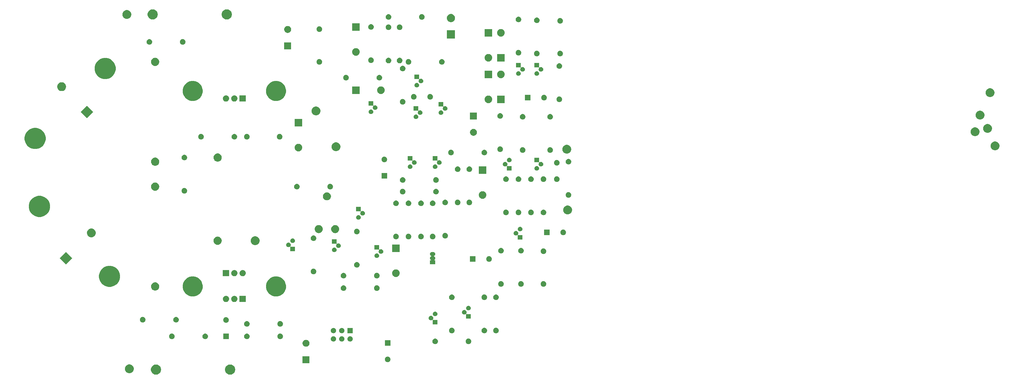
<source format=gbs>
G04 #@! TF.GenerationSoftware,KiCad,Pcbnew,5.0.1+dfsg1-3*
G04 #@! TF.CreationDate,2019-02-08T02:38:30+00:00*
G04 #@! TF.ProjectId,Trimodal Blameless_backup,5472696D6F64616C20426C616D656C65,rev?*
G04 #@! TF.SameCoordinates,Original*
G04 #@! TF.FileFunction,Soldermask,Bot*
G04 #@! TF.FilePolarity,Negative*
%FSLAX46Y46*%
G04 Gerber Fmt 4.6, Leading zero omitted, Abs format (unit mm)*
G04 Created by KiCad (PCBNEW 5.0.1+dfsg1-3) date Fri 08 Feb 2019 02:38:30 UTC*
%MOMM*%
%LPD*%
G01*
G04 APERTURE LIST*
%ADD10C,0.100000*%
G04 APERTURE END LIST*
D10*
G36*
X87982527Y-140728736D02*
X88082410Y-140748604D01*
X88364674Y-140865521D01*
X88618705Y-141035259D01*
X88834741Y-141251295D01*
X89004479Y-141505326D01*
X89121396Y-141787590D01*
X89181000Y-142087240D01*
X89181000Y-142392760D01*
X89121396Y-142692410D01*
X89004479Y-142974674D01*
X88834741Y-143228705D01*
X88618705Y-143444741D01*
X88364674Y-143614479D01*
X88082410Y-143731396D01*
X87982527Y-143751264D01*
X87782762Y-143791000D01*
X87477238Y-143791000D01*
X87277473Y-143751264D01*
X87177590Y-143731396D01*
X86895326Y-143614479D01*
X86641295Y-143444741D01*
X86425259Y-143228705D01*
X86255521Y-142974674D01*
X86138604Y-142692410D01*
X86079000Y-142392760D01*
X86079000Y-142087240D01*
X86138604Y-141787590D01*
X86255521Y-141505326D01*
X86425259Y-141251295D01*
X86641295Y-141035259D01*
X86895326Y-140865521D01*
X87177590Y-140748604D01*
X87277473Y-140728736D01*
X87477238Y-140689000D01*
X87782762Y-140689000D01*
X87982527Y-140728736D01*
X87982527Y-140728736D01*
G37*
G36*
X65382527Y-140728736D02*
X65482410Y-140748604D01*
X65764674Y-140865521D01*
X66018705Y-141035259D01*
X66234741Y-141251295D01*
X66404479Y-141505326D01*
X66521396Y-141787590D01*
X66581000Y-142087240D01*
X66581000Y-142392760D01*
X66521396Y-142692410D01*
X66404479Y-142974674D01*
X66234741Y-143228705D01*
X66018705Y-143444741D01*
X65764674Y-143614479D01*
X65482410Y-143731396D01*
X65382527Y-143751264D01*
X65182762Y-143791000D01*
X64877238Y-143791000D01*
X64677473Y-143751264D01*
X64577590Y-143731396D01*
X64295326Y-143614479D01*
X64041295Y-143444741D01*
X63825259Y-143228705D01*
X63655521Y-142974674D01*
X63538604Y-142692410D01*
X63479000Y-142392760D01*
X63479000Y-142087240D01*
X63538604Y-141787590D01*
X63655521Y-141505326D01*
X63825259Y-141251295D01*
X64041295Y-141035259D01*
X64295326Y-140865521D01*
X64577590Y-140748604D01*
X64677473Y-140728736D01*
X64877238Y-140689000D01*
X65182762Y-140689000D01*
X65382527Y-140728736D01*
X65382527Y-140728736D01*
G37*
G36*
X57159567Y-140660959D02*
X57290072Y-140686918D01*
X57535939Y-140788759D01*
X57756464Y-140936110D01*
X57757215Y-140936612D01*
X57945388Y-141124785D01*
X57945390Y-141124788D01*
X58093241Y-141346061D01*
X58195082Y-141591928D01*
X58247000Y-141852938D01*
X58247000Y-142119062D01*
X58195082Y-142380072D01*
X58093241Y-142625939D01*
X57945890Y-142846464D01*
X57945388Y-142847215D01*
X57757215Y-143035388D01*
X57757212Y-143035390D01*
X57535939Y-143183241D01*
X57290072Y-143285082D01*
X57159567Y-143311041D01*
X57029063Y-143337000D01*
X56762937Y-143337000D01*
X56632433Y-143311041D01*
X56501928Y-143285082D01*
X56256061Y-143183241D01*
X56034788Y-143035390D01*
X56034785Y-143035388D01*
X55846612Y-142847215D01*
X55846110Y-142846464D01*
X55698759Y-142625939D01*
X55596918Y-142380072D01*
X55545000Y-142119062D01*
X55545000Y-141852938D01*
X55596918Y-141591928D01*
X55698759Y-141346061D01*
X55846610Y-141124788D01*
X55846612Y-141124785D01*
X56034785Y-140936612D01*
X56035536Y-140936110D01*
X56256061Y-140788759D01*
X56501928Y-140686918D01*
X56632433Y-140660959D01*
X56762937Y-140635000D01*
X57029063Y-140635000D01*
X57159567Y-140660959D01*
X57159567Y-140660959D01*
G37*
G36*
X111795000Y-140243000D02*
X109693000Y-140243000D01*
X109693000Y-138141000D01*
X111795000Y-138141000D01*
X111795000Y-140243000D01*
X111795000Y-140243000D01*
G37*
G36*
X135884228Y-138293703D02*
X136039100Y-138357853D01*
X136178481Y-138450985D01*
X136297015Y-138569519D01*
X136390147Y-138708900D01*
X136454297Y-138863772D01*
X136487000Y-139028184D01*
X136487000Y-139195816D01*
X136454297Y-139360228D01*
X136390147Y-139515100D01*
X136297015Y-139654481D01*
X136178481Y-139773015D01*
X136039100Y-139866147D01*
X135884228Y-139930297D01*
X135719816Y-139963000D01*
X135552184Y-139963000D01*
X135387772Y-139930297D01*
X135232900Y-139866147D01*
X135093519Y-139773015D01*
X134974985Y-139654481D01*
X134881853Y-139515100D01*
X134817703Y-139360228D01*
X134785000Y-139195816D01*
X134785000Y-139028184D01*
X134817703Y-138863772D01*
X134881853Y-138708900D01*
X134974985Y-138569519D01*
X135093519Y-138450985D01*
X135232900Y-138357853D01*
X135387772Y-138293703D01*
X135552184Y-138261000D01*
X135719816Y-138261000D01*
X135884228Y-138293703D01*
X135884228Y-138293703D01*
G37*
G36*
X111050565Y-133181389D02*
X111241834Y-133260615D01*
X111413976Y-133375637D01*
X111560363Y-133522024D01*
X111675385Y-133694166D01*
X111754611Y-133885435D01*
X111795000Y-134088484D01*
X111795000Y-134295516D01*
X111754611Y-134498565D01*
X111675385Y-134689834D01*
X111560363Y-134861976D01*
X111413976Y-135008363D01*
X111241834Y-135123385D01*
X111050565Y-135202611D01*
X110847516Y-135243000D01*
X110640484Y-135243000D01*
X110437435Y-135202611D01*
X110246166Y-135123385D01*
X110074024Y-135008363D01*
X109927637Y-134861976D01*
X109812615Y-134689834D01*
X109733389Y-134498565D01*
X109693000Y-134295516D01*
X109693000Y-134088484D01*
X109733389Y-133885435D01*
X109812615Y-133694166D01*
X109927637Y-133522024D01*
X110074024Y-133375637D01*
X110246166Y-133260615D01*
X110437435Y-133181389D01*
X110640484Y-133141000D01*
X110847516Y-133141000D01*
X111050565Y-133181389D01*
X111050565Y-133181389D01*
G37*
G36*
X136487000Y-134963000D02*
X134785000Y-134963000D01*
X134785000Y-133261000D01*
X136487000Y-133261000D01*
X136487000Y-134963000D01*
X136487000Y-134963000D01*
G37*
G36*
X150280821Y-132765313D02*
X150280824Y-132765314D01*
X150280825Y-132765314D01*
X150441239Y-132813975D01*
X150441241Y-132813976D01*
X150441244Y-132813977D01*
X150589078Y-132892995D01*
X150718659Y-132999341D01*
X150825005Y-133128922D01*
X150904023Y-133276756D01*
X150904024Y-133276759D01*
X150904025Y-133276761D01*
X150952686Y-133437175D01*
X150952687Y-133437179D01*
X150969117Y-133604000D01*
X150952687Y-133770821D01*
X150952686Y-133770824D01*
X150952686Y-133770825D01*
X150927993Y-133852228D01*
X150904023Y-133931244D01*
X150825005Y-134079078D01*
X150718659Y-134208659D01*
X150589078Y-134315005D01*
X150441244Y-134394023D01*
X150441241Y-134394024D01*
X150441239Y-134394025D01*
X150280825Y-134442686D01*
X150280824Y-134442686D01*
X150280821Y-134442687D01*
X150155804Y-134455000D01*
X150072196Y-134455000D01*
X149947179Y-134442687D01*
X149947176Y-134442686D01*
X149947175Y-134442686D01*
X149786761Y-134394025D01*
X149786759Y-134394024D01*
X149786756Y-134394023D01*
X149638922Y-134315005D01*
X149509341Y-134208659D01*
X149402995Y-134079078D01*
X149323977Y-133931244D01*
X149300008Y-133852228D01*
X149275314Y-133770825D01*
X149275314Y-133770824D01*
X149275313Y-133770821D01*
X149258883Y-133604000D01*
X149275313Y-133437179D01*
X149275314Y-133437175D01*
X149323975Y-133276761D01*
X149323976Y-133276759D01*
X149323977Y-133276756D01*
X149402995Y-133128922D01*
X149509341Y-132999341D01*
X149638922Y-132892995D01*
X149786756Y-132813977D01*
X149786759Y-132813976D01*
X149786761Y-132813975D01*
X149947175Y-132765314D01*
X149947176Y-132765314D01*
X149947179Y-132765313D01*
X150072196Y-132753000D01*
X150155804Y-132753000D01*
X150280821Y-132765313D01*
X150280821Y-132765313D01*
G37*
G36*
X160522228Y-132785703D02*
X160677100Y-132849853D01*
X160816481Y-132942985D01*
X160935015Y-133061519D01*
X161028147Y-133200900D01*
X161092297Y-133355772D01*
X161125000Y-133520184D01*
X161125000Y-133687816D01*
X161092297Y-133852228D01*
X161028147Y-134007100D01*
X160935015Y-134146481D01*
X160816481Y-134265015D01*
X160677100Y-134358147D01*
X160522228Y-134422297D01*
X160357816Y-134455000D01*
X160190184Y-134455000D01*
X160025772Y-134422297D01*
X159870900Y-134358147D01*
X159731519Y-134265015D01*
X159612985Y-134146481D01*
X159519853Y-134007100D01*
X159455703Y-133852228D01*
X159423000Y-133687816D01*
X159423000Y-133520184D01*
X159455703Y-133355772D01*
X159519853Y-133200900D01*
X159612985Y-133061519D01*
X159731519Y-132942985D01*
X159870900Y-132849853D01*
X160025772Y-132785703D01*
X160190184Y-132753000D01*
X160357816Y-132753000D01*
X160522228Y-132785703D01*
X160522228Y-132785703D01*
G37*
G36*
X121903142Y-132060242D02*
X122051102Y-132121530D01*
X122114387Y-132163816D01*
X122184257Y-132210501D01*
X122297499Y-132323743D01*
X122341683Y-132389870D01*
X122386470Y-132456898D01*
X122447758Y-132604858D01*
X122479000Y-132761925D01*
X122479000Y-132922075D01*
X122447758Y-133079142D01*
X122386470Y-133227102D01*
X122363820Y-133261000D01*
X122300496Y-133355772D01*
X122297498Y-133360258D01*
X122184258Y-133473498D01*
X122051102Y-133562470D01*
X121903142Y-133623758D01*
X121746075Y-133655000D01*
X121585925Y-133655000D01*
X121428858Y-133623758D01*
X121280898Y-133562470D01*
X121147742Y-133473498D01*
X121034502Y-133360258D01*
X121031505Y-133355772D01*
X120968180Y-133261000D01*
X120945530Y-133227102D01*
X120884242Y-133079142D01*
X120853000Y-132922075D01*
X120853000Y-132761925D01*
X120884242Y-132604858D01*
X120945530Y-132456898D01*
X120990317Y-132389870D01*
X121034501Y-132323743D01*
X121147743Y-132210501D01*
X121217613Y-132163816D01*
X121280898Y-132121530D01*
X121428858Y-132060242D01*
X121585925Y-132029000D01*
X121746075Y-132029000D01*
X121903142Y-132060242D01*
X121903142Y-132060242D01*
G37*
G36*
X119363142Y-132060242D02*
X119511102Y-132121530D01*
X119574387Y-132163816D01*
X119644257Y-132210501D01*
X119757499Y-132323743D01*
X119801683Y-132389870D01*
X119846470Y-132456898D01*
X119907758Y-132604858D01*
X119939000Y-132761925D01*
X119939000Y-132922075D01*
X119907758Y-133079142D01*
X119846470Y-133227102D01*
X119823820Y-133261000D01*
X119760496Y-133355772D01*
X119757498Y-133360258D01*
X119644258Y-133473498D01*
X119511102Y-133562470D01*
X119363142Y-133623758D01*
X119206075Y-133655000D01*
X119045925Y-133655000D01*
X118888858Y-133623758D01*
X118740898Y-133562470D01*
X118607742Y-133473498D01*
X118494502Y-133360258D01*
X118491505Y-133355772D01*
X118428180Y-133261000D01*
X118405530Y-133227102D01*
X118344242Y-133079142D01*
X118313000Y-132922075D01*
X118313000Y-132761925D01*
X118344242Y-132604858D01*
X118405530Y-132456898D01*
X118450317Y-132389870D01*
X118494501Y-132323743D01*
X118607743Y-132210501D01*
X118677613Y-132163816D01*
X118740898Y-132121530D01*
X118888858Y-132060242D01*
X119045925Y-132029000D01*
X119206075Y-132029000D01*
X119363142Y-132060242D01*
X119363142Y-132060242D01*
G37*
G36*
X124443142Y-132060242D02*
X124591102Y-132121530D01*
X124654387Y-132163816D01*
X124724257Y-132210501D01*
X124837499Y-132323743D01*
X124881683Y-132389870D01*
X124926470Y-132456898D01*
X124987758Y-132604858D01*
X125019000Y-132761925D01*
X125019000Y-132922075D01*
X124987758Y-133079142D01*
X124926470Y-133227102D01*
X124903820Y-133261000D01*
X124840496Y-133355772D01*
X124837498Y-133360258D01*
X124724258Y-133473498D01*
X124591102Y-133562470D01*
X124443142Y-133623758D01*
X124286075Y-133655000D01*
X124125925Y-133655000D01*
X123968858Y-133623758D01*
X123820898Y-133562470D01*
X123687742Y-133473498D01*
X123574502Y-133360258D01*
X123571505Y-133355772D01*
X123508180Y-133261000D01*
X123485530Y-133227102D01*
X123424242Y-133079142D01*
X123393000Y-132922075D01*
X123393000Y-132761925D01*
X123424242Y-132604858D01*
X123485530Y-132456898D01*
X123530317Y-132389870D01*
X123574501Y-132323743D01*
X123687743Y-132210501D01*
X123757613Y-132163816D01*
X123820898Y-132121530D01*
X123968858Y-132060242D01*
X124125925Y-132029000D01*
X124286075Y-132029000D01*
X124443142Y-132060242D01*
X124443142Y-132060242D01*
G37*
G36*
X92876821Y-131241313D02*
X92876824Y-131241314D01*
X92876825Y-131241314D01*
X93037239Y-131289975D01*
X93037241Y-131289976D01*
X93037244Y-131289977D01*
X93185078Y-131368995D01*
X93314659Y-131475341D01*
X93421005Y-131604922D01*
X93500023Y-131752756D01*
X93500024Y-131752759D01*
X93500025Y-131752761D01*
X93548686Y-131913175D01*
X93548687Y-131913179D01*
X93565117Y-132080000D01*
X93548687Y-132246821D01*
X93548686Y-132246824D01*
X93548686Y-132246825D01*
X93523993Y-132328228D01*
X93500023Y-132407244D01*
X93421005Y-132555078D01*
X93314659Y-132684659D01*
X93185078Y-132791005D01*
X93037244Y-132870023D01*
X93037241Y-132870024D01*
X93037239Y-132870025D01*
X92876825Y-132918686D01*
X92876824Y-132918686D01*
X92876821Y-132918687D01*
X92751804Y-132931000D01*
X92668196Y-132931000D01*
X92543179Y-132918687D01*
X92543176Y-132918686D01*
X92543175Y-132918686D01*
X92382761Y-132870025D01*
X92382759Y-132870024D01*
X92382756Y-132870023D01*
X92234922Y-132791005D01*
X92105341Y-132684659D01*
X91998995Y-132555078D01*
X91919977Y-132407244D01*
X91896008Y-132328228D01*
X91871314Y-132246825D01*
X91871314Y-132246824D01*
X91871313Y-132246821D01*
X91854883Y-132080000D01*
X91871313Y-131913179D01*
X91871314Y-131913175D01*
X91919975Y-131752761D01*
X91919976Y-131752759D01*
X91919977Y-131752756D01*
X91998995Y-131604922D01*
X92105341Y-131475341D01*
X92234922Y-131368995D01*
X92382756Y-131289977D01*
X92382759Y-131289976D01*
X92382761Y-131289975D01*
X92543175Y-131241314D01*
X92543176Y-131241314D01*
X92543179Y-131241313D01*
X92668196Y-131229000D01*
X92751804Y-131229000D01*
X92876821Y-131241313D01*
X92876821Y-131241313D01*
G37*
G36*
X87211000Y-132931000D02*
X85509000Y-132931000D01*
X85509000Y-131229000D01*
X87211000Y-131229000D01*
X87211000Y-132931000D01*
X87211000Y-132931000D01*
G37*
G36*
X80176821Y-131241313D02*
X80176824Y-131241314D01*
X80176825Y-131241314D01*
X80337239Y-131289975D01*
X80337241Y-131289976D01*
X80337244Y-131289977D01*
X80485078Y-131368995D01*
X80614659Y-131475341D01*
X80721005Y-131604922D01*
X80800023Y-131752756D01*
X80800024Y-131752759D01*
X80800025Y-131752761D01*
X80848686Y-131913175D01*
X80848687Y-131913179D01*
X80865117Y-132080000D01*
X80848687Y-132246821D01*
X80848686Y-132246824D01*
X80848686Y-132246825D01*
X80823993Y-132328228D01*
X80800023Y-132407244D01*
X80721005Y-132555078D01*
X80614659Y-132684659D01*
X80485078Y-132791005D01*
X80337244Y-132870023D01*
X80337241Y-132870024D01*
X80337239Y-132870025D01*
X80176825Y-132918686D01*
X80176824Y-132918686D01*
X80176821Y-132918687D01*
X80051804Y-132931000D01*
X79968196Y-132931000D01*
X79843179Y-132918687D01*
X79843176Y-132918686D01*
X79843175Y-132918686D01*
X79682761Y-132870025D01*
X79682759Y-132870024D01*
X79682756Y-132870023D01*
X79534922Y-132791005D01*
X79405341Y-132684659D01*
X79298995Y-132555078D01*
X79219977Y-132407244D01*
X79196008Y-132328228D01*
X79171314Y-132246825D01*
X79171314Y-132246824D01*
X79171313Y-132246821D01*
X79154883Y-132080000D01*
X79171313Y-131913179D01*
X79171314Y-131913175D01*
X79219975Y-131752761D01*
X79219976Y-131752759D01*
X79219977Y-131752756D01*
X79298995Y-131604922D01*
X79405341Y-131475341D01*
X79534922Y-131368995D01*
X79682756Y-131289977D01*
X79682759Y-131289976D01*
X79682761Y-131289975D01*
X79843175Y-131241314D01*
X79843176Y-131241314D01*
X79843179Y-131241313D01*
X79968196Y-131229000D01*
X80051804Y-131229000D01*
X80176821Y-131241313D01*
X80176821Y-131241313D01*
G37*
G36*
X70098228Y-131261703D02*
X70253100Y-131325853D01*
X70392481Y-131418985D01*
X70511015Y-131537519D01*
X70604147Y-131676900D01*
X70668297Y-131831772D01*
X70701000Y-131996184D01*
X70701000Y-132163816D01*
X70668297Y-132328228D01*
X70604147Y-132483100D01*
X70511015Y-132622481D01*
X70392481Y-132741015D01*
X70253100Y-132834147D01*
X70098228Y-132898297D01*
X69933816Y-132931000D01*
X69766184Y-132931000D01*
X69601772Y-132898297D01*
X69446900Y-132834147D01*
X69307519Y-132741015D01*
X69188985Y-132622481D01*
X69095853Y-132483100D01*
X69031703Y-132328228D01*
X68999000Y-132163816D01*
X68999000Y-131996184D01*
X69031703Y-131831772D01*
X69095853Y-131676900D01*
X69188985Y-131537519D01*
X69307519Y-131418985D01*
X69446900Y-131325853D01*
X69601772Y-131261703D01*
X69766184Y-131229000D01*
X69933816Y-131229000D01*
X70098228Y-131261703D01*
X70098228Y-131261703D01*
G37*
G36*
X103118228Y-131261703D02*
X103273100Y-131325853D01*
X103412481Y-131418985D01*
X103531015Y-131537519D01*
X103624147Y-131676900D01*
X103688297Y-131831772D01*
X103721000Y-131996184D01*
X103721000Y-132163816D01*
X103688297Y-132328228D01*
X103624147Y-132483100D01*
X103531015Y-132622481D01*
X103412481Y-132741015D01*
X103273100Y-132834147D01*
X103118228Y-132898297D01*
X102953816Y-132931000D01*
X102786184Y-132931000D01*
X102621772Y-132898297D01*
X102466900Y-132834147D01*
X102327519Y-132741015D01*
X102208985Y-132622481D01*
X102115853Y-132483100D01*
X102051703Y-132328228D01*
X102019000Y-132163816D01*
X102019000Y-131996184D01*
X102051703Y-131831772D01*
X102115853Y-131676900D01*
X102208985Y-131537519D01*
X102327519Y-131418985D01*
X102466900Y-131325853D01*
X102621772Y-131261703D01*
X102786184Y-131229000D01*
X102953816Y-131229000D01*
X103118228Y-131261703D01*
X103118228Y-131261703D01*
G37*
G36*
X165266821Y-129463313D02*
X165266824Y-129463314D01*
X165266825Y-129463314D01*
X165427239Y-129511975D01*
X165427241Y-129511976D01*
X165427244Y-129511977D01*
X165575078Y-129590995D01*
X165704659Y-129697341D01*
X165811005Y-129826922D01*
X165890023Y-129974756D01*
X165890024Y-129974759D01*
X165890025Y-129974761D01*
X165938686Y-130135175D01*
X165938687Y-130135179D01*
X165955117Y-130302000D01*
X165938687Y-130468821D01*
X165938686Y-130468824D01*
X165938686Y-130468825D01*
X165913993Y-130550228D01*
X165890023Y-130629244D01*
X165811005Y-130777078D01*
X165704659Y-130906659D01*
X165575078Y-131013005D01*
X165427244Y-131092023D01*
X165427241Y-131092024D01*
X165427239Y-131092025D01*
X165266825Y-131140686D01*
X165266824Y-131140686D01*
X165266821Y-131140687D01*
X165141804Y-131153000D01*
X165058196Y-131153000D01*
X164933179Y-131140687D01*
X164933176Y-131140686D01*
X164933175Y-131140686D01*
X164772761Y-131092025D01*
X164772759Y-131092024D01*
X164772756Y-131092023D01*
X164624922Y-131013005D01*
X164495341Y-130906659D01*
X164388995Y-130777078D01*
X164309977Y-130629244D01*
X164286008Y-130550228D01*
X164261314Y-130468825D01*
X164261314Y-130468824D01*
X164261313Y-130468821D01*
X164244883Y-130302000D01*
X164261313Y-130135179D01*
X164261314Y-130135175D01*
X164309975Y-129974761D01*
X164309976Y-129974759D01*
X164309977Y-129974756D01*
X164388995Y-129826922D01*
X164495341Y-129697341D01*
X164624922Y-129590995D01*
X164772756Y-129511977D01*
X164772759Y-129511976D01*
X164772761Y-129511975D01*
X164933175Y-129463314D01*
X164933176Y-129463314D01*
X164933179Y-129463313D01*
X165058196Y-129451000D01*
X165141804Y-129451000D01*
X165266821Y-129463313D01*
X165266821Y-129463313D01*
G37*
G36*
X168904228Y-129483703D02*
X169059100Y-129547853D01*
X169198481Y-129640985D01*
X169317015Y-129759519D01*
X169410147Y-129898900D01*
X169474297Y-130053772D01*
X169507000Y-130218184D01*
X169507000Y-130385816D01*
X169474297Y-130550228D01*
X169410147Y-130705100D01*
X169317015Y-130844481D01*
X169198481Y-130963015D01*
X169059100Y-131056147D01*
X168904228Y-131120297D01*
X168739816Y-131153000D01*
X168572184Y-131153000D01*
X168407772Y-131120297D01*
X168252900Y-131056147D01*
X168113519Y-130963015D01*
X167994985Y-130844481D01*
X167901853Y-130705100D01*
X167837703Y-130550228D01*
X167805000Y-130385816D01*
X167805000Y-130218184D01*
X167837703Y-130053772D01*
X167901853Y-129898900D01*
X167994985Y-129759519D01*
X168113519Y-129640985D01*
X168252900Y-129547853D01*
X168407772Y-129483703D01*
X168572184Y-129451000D01*
X168739816Y-129451000D01*
X168904228Y-129483703D01*
X168904228Y-129483703D01*
G37*
G36*
X155442228Y-129483703D02*
X155597100Y-129547853D01*
X155736481Y-129640985D01*
X155855015Y-129759519D01*
X155948147Y-129898900D01*
X156012297Y-130053772D01*
X156045000Y-130218184D01*
X156045000Y-130385816D01*
X156012297Y-130550228D01*
X155948147Y-130705100D01*
X155855015Y-130844481D01*
X155736481Y-130963015D01*
X155597100Y-131056147D01*
X155442228Y-131120297D01*
X155277816Y-131153000D01*
X155110184Y-131153000D01*
X154945772Y-131120297D01*
X154790900Y-131056147D01*
X154651519Y-130963015D01*
X154532985Y-130844481D01*
X154439853Y-130705100D01*
X154375703Y-130550228D01*
X154343000Y-130385816D01*
X154343000Y-130218184D01*
X154375703Y-130053772D01*
X154439853Y-129898900D01*
X154532985Y-129759519D01*
X154651519Y-129640985D01*
X154790900Y-129547853D01*
X154945772Y-129483703D01*
X155110184Y-129451000D01*
X155277816Y-129451000D01*
X155442228Y-129483703D01*
X155442228Y-129483703D01*
G37*
G36*
X121903142Y-129520242D02*
X122051102Y-129581530D01*
X122184258Y-129670502D01*
X122297498Y-129783742D01*
X122386470Y-129916898D01*
X122447758Y-130064858D01*
X122479000Y-130221925D01*
X122479000Y-130382075D01*
X122447758Y-130539142D01*
X122386470Y-130687102D01*
X122297498Y-130820258D01*
X122184258Y-130933498D01*
X122051102Y-131022470D01*
X121903142Y-131083758D01*
X121746075Y-131115000D01*
X121585925Y-131115000D01*
X121428858Y-131083758D01*
X121280898Y-131022470D01*
X121147742Y-130933498D01*
X121034502Y-130820258D01*
X120945530Y-130687102D01*
X120884242Y-130539142D01*
X120853000Y-130382075D01*
X120853000Y-130221925D01*
X120884242Y-130064858D01*
X120945530Y-129916898D01*
X121034502Y-129783742D01*
X121147742Y-129670502D01*
X121280898Y-129581530D01*
X121428858Y-129520242D01*
X121585925Y-129489000D01*
X121746075Y-129489000D01*
X121903142Y-129520242D01*
X121903142Y-129520242D01*
G37*
G36*
X125019000Y-131115000D02*
X123393000Y-131115000D01*
X123393000Y-129489000D01*
X125019000Y-129489000D01*
X125019000Y-131115000D01*
X125019000Y-131115000D01*
G37*
G36*
X119363142Y-129520242D02*
X119511102Y-129581530D01*
X119644258Y-129670502D01*
X119757498Y-129783742D01*
X119846470Y-129916898D01*
X119907758Y-130064858D01*
X119939000Y-130221925D01*
X119939000Y-130382075D01*
X119907758Y-130539142D01*
X119846470Y-130687102D01*
X119757498Y-130820258D01*
X119644258Y-130933498D01*
X119511102Y-131022470D01*
X119363142Y-131083758D01*
X119206075Y-131115000D01*
X119045925Y-131115000D01*
X118888858Y-131083758D01*
X118740898Y-131022470D01*
X118607742Y-130933498D01*
X118494502Y-130820258D01*
X118405530Y-130687102D01*
X118344242Y-130539142D01*
X118313000Y-130382075D01*
X118313000Y-130221925D01*
X118344242Y-130064858D01*
X118405530Y-129916898D01*
X118494502Y-129783742D01*
X118607742Y-129670502D01*
X118740898Y-129581530D01*
X118888858Y-129520242D01*
X119045925Y-129489000D01*
X119206075Y-129489000D01*
X119363142Y-129520242D01*
X119363142Y-129520242D01*
G37*
G36*
X103118228Y-127451703D02*
X103273100Y-127515853D01*
X103412481Y-127608985D01*
X103531015Y-127727519D01*
X103624147Y-127866900D01*
X103688297Y-128021772D01*
X103721000Y-128186184D01*
X103721000Y-128353816D01*
X103688297Y-128518228D01*
X103624147Y-128673100D01*
X103531015Y-128812481D01*
X103412481Y-128931015D01*
X103273100Y-129024147D01*
X103118228Y-129088297D01*
X102953816Y-129121000D01*
X102786184Y-129121000D01*
X102621772Y-129088297D01*
X102466900Y-129024147D01*
X102327519Y-128931015D01*
X102208985Y-128812481D01*
X102115853Y-128673100D01*
X102051703Y-128518228D01*
X102019000Y-128353816D01*
X102019000Y-128186184D01*
X102051703Y-128021772D01*
X102115853Y-127866900D01*
X102208985Y-127727519D01*
X102327519Y-127608985D01*
X102466900Y-127515853D01*
X102621772Y-127451703D01*
X102786184Y-127419000D01*
X102953816Y-127419000D01*
X103118228Y-127451703D01*
X103118228Y-127451703D01*
G37*
G36*
X92876821Y-127431313D02*
X92876824Y-127431314D01*
X92876825Y-127431314D01*
X93037239Y-127479975D01*
X93037241Y-127479976D01*
X93037244Y-127479977D01*
X93185078Y-127558995D01*
X93314659Y-127665341D01*
X93421005Y-127794922D01*
X93500023Y-127942756D01*
X93500024Y-127942759D01*
X93500025Y-127942761D01*
X93548686Y-128103175D01*
X93548687Y-128103179D01*
X93565117Y-128270000D01*
X93548687Y-128436821D01*
X93548686Y-128436824D01*
X93548686Y-128436825D01*
X93523993Y-128518228D01*
X93500023Y-128597244D01*
X93421005Y-128745078D01*
X93314659Y-128874659D01*
X93185078Y-128981005D01*
X93037244Y-129060023D01*
X93037241Y-129060024D01*
X93037239Y-129060025D01*
X92876825Y-129108686D01*
X92876824Y-129108686D01*
X92876821Y-129108687D01*
X92751804Y-129121000D01*
X92668196Y-129121000D01*
X92543179Y-129108687D01*
X92543176Y-129108686D01*
X92543175Y-129108686D01*
X92382761Y-129060025D01*
X92382759Y-129060024D01*
X92382756Y-129060023D01*
X92234922Y-128981005D01*
X92105341Y-128874659D01*
X91998995Y-128745078D01*
X91919977Y-128597244D01*
X91896008Y-128518228D01*
X91871314Y-128436825D01*
X91871314Y-128436824D01*
X91871313Y-128436821D01*
X91854883Y-128270000D01*
X91871313Y-128103179D01*
X91871314Y-128103175D01*
X91919975Y-127942761D01*
X91919976Y-127942759D01*
X91919977Y-127942756D01*
X91998995Y-127794922D01*
X92105341Y-127665341D01*
X92234922Y-127558995D01*
X92382756Y-127479977D01*
X92382759Y-127479976D01*
X92382761Y-127479975D01*
X92543175Y-127431314D01*
X92543176Y-127431314D01*
X92543179Y-127431313D01*
X92668196Y-127419000D01*
X92751804Y-127419000D01*
X92876821Y-127431313D01*
X92876821Y-127431313D01*
G37*
G36*
X149048472Y-125817938D02*
X149176049Y-125870782D01*
X149290865Y-125947500D01*
X149388500Y-126045135D01*
X149465218Y-126159951D01*
X149518062Y-126287528D01*
X149545000Y-126422956D01*
X149545000Y-126561044D01*
X149518062Y-126696472D01*
X149465218Y-126824049D01*
X149436817Y-126866554D01*
X149425266Y-126888165D01*
X149418153Y-126911614D01*
X149415751Y-126936000D01*
X149418153Y-126960386D01*
X149425266Y-126983836D01*
X149436817Y-127005446D01*
X149452363Y-127024388D01*
X149471305Y-127039934D01*
X149492916Y-127051485D01*
X149516365Y-127058598D01*
X149540751Y-127061000D01*
X150815000Y-127061000D01*
X150815000Y-128463000D01*
X149413000Y-128463000D01*
X149413000Y-127188751D01*
X149410598Y-127164365D01*
X149403485Y-127140916D01*
X149391934Y-127119305D01*
X149376388Y-127100363D01*
X149357446Y-127084817D01*
X149335835Y-127073266D01*
X149312386Y-127066153D01*
X149288000Y-127063751D01*
X149263614Y-127066153D01*
X149240165Y-127073266D01*
X149218554Y-127084817D01*
X149176049Y-127113218D01*
X149048472Y-127166062D01*
X148913044Y-127193000D01*
X148774956Y-127193000D01*
X148639528Y-127166062D01*
X148511951Y-127113218D01*
X148397135Y-127036500D01*
X148299500Y-126938865D01*
X148222782Y-126824049D01*
X148169938Y-126696472D01*
X148143000Y-126561044D01*
X148143000Y-126422956D01*
X148169938Y-126287528D01*
X148222782Y-126159951D01*
X148299500Y-126045135D01*
X148397135Y-125947500D01*
X148511951Y-125870782D01*
X148639528Y-125817938D01*
X148774956Y-125791000D01*
X148913044Y-125791000D01*
X149048472Y-125817938D01*
X149048472Y-125817938D01*
G37*
G36*
X86608228Y-126261703D02*
X86763100Y-126325853D01*
X86902481Y-126418985D01*
X87021015Y-126537519D01*
X87114147Y-126676900D01*
X87178297Y-126831772D01*
X87211000Y-126996184D01*
X87211000Y-127163816D01*
X87178297Y-127328228D01*
X87114147Y-127483100D01*
X87021015Y-127622481D01*
X86902481Y-127741015D01*
X86763100Y-127834147D01*
X86608228Y-127898297D01*
X86443816Y-127931000D01*
X86276184Y-127931000D01*
X86111772Y-127898297D01*
X85956900Y-127834147D01*
X85817519Y-127741015D01*
X85698985Y-127622481D01*
X85605853Y-127483100D01*
X85541703Y-127328228D01*
X85509000Y-127163816D01*
X85509000Y-126996184D01*
X85541703Y-126831772D01*
X85605853Y-126676900D01*
X85698985Y-126537519D01*
X85817519Y-126418985D01*
X85956900Y-126325853D01*
X86111772Y-126261703D01*
X86276184Y-126229000D01*
X86443816Y-126229000D01*
X86608228Y-126261703D01*
X86608228Y-126261703D01*
G37*
G36*
X61208228Y-126181703D02*
X61363100Y-126245853D01*
X61502481Y-126338985D01*
X61621015Y-126457519D01*
X61714147Y-126596900D01*
X61778297Y-126751772D01*
X61811000Y-126916184D01*
X61811000Y-127083816D01*
X61778297Y-127248228D01*
X61714147Y-127403100D01*
X61621015Y-127542481D01*
X61502481Y-127661015D01*
X61363100Y-127754147D01*
X61208228Y-127818297D01*
X61043816Y-127851000D01*
X60876184Y-127851000D01*
X60711772Y-127818297D01*
X60556900Y-127754147D01*
X60417519Y-127661015D01*
X60298985Y-127542481D01*
X60205853Y-127403100D01*
X60141703Y-127248228D01*
X60109000Y-127083816D01*
X60109000Y-126916184D01*
X60141703Y-126751772D01*
X60205853Y-126596900D01*
X60298985Y-126457519D01*
X60417519Y-126338985D01*
X60556900Y-126245853D01*
X60711772Y-126181703D01*
X60876184Y-126149000D01*
X61043816Y-126149000D01*
X61208228Y-126181703D01*
X61208228Y-126181703D01*
G37*
G36*
X71286821Y-126161313D02*
X71286824Y-126161314D01*
X71286825Y-126161314D01*
X71447239Y-126209975D01*
X71447241Y-126209976D01*
X71447244Y-126209977D01*
X71595078Y-126288995D01*
X71724659Y-126395341D01*
X71831005Y-126524922D01*
X71910023Y-126672756D01*
X71910024Y-126672759D01*
X71910025Y-126672761D01*
X71958260Y-126831772D01*
X71958687Y-126833179D01*
X71975117Y-127000000D01*
X71958687Y-127166821D01*
X71958686Y-127166824D01*
X71958686Y-127166825D01*
X71933993Y-127248228D01*
X71910023Y-127327244D01*
X71831005Y-127475078D01*
X71724659Y-127604659D01*
X71595078Y-127711005D01*
X71447244Y-127790023D01*
X71447241Y-127790024D01*
X71447239Y-127790025D01*
X71286825Y-127838686D01*
X71286824Y-127838686D01*
X71286821Y-127838687D01*
X71161804Y-127851000D01*
X71078196Y-127851000D01*
X70953179Y-127838687D01*
X70953176Y-127838686D01*
X70953175Y-127838686D01*
X70792761Y-127790025D01*
X70792759Y-127790024D01*
X70792756Y-127790023D01*
X70644922Y-127711005D01*
X70515341Y-127604659D01*
X70408995Y-127475078D01*
X70329977Y-127327244D01*
X70306008Y-127248228D01*
X70281314Y-127166825D01*
X70281314Y-127166824D01*
X70281313Y-127166821D01*
X70264883Y-127000000D01*
X70281313Y-126833179D01*
X70281740Y-126831772D01*
X70329975Y-126672761D01*
X70329976Y-126672759D01*
X70329977Y-126672756D01*
X70408995Y-126524922D01*
X70515341Y-126395341D01*
X70644922Y-126288995D01*
X70792756Y-126209977D01*
X70792759Y-126209976D01*
X70792761Y-126209975D01*
X70953175Y-126161314D01*
X70953176Y-126161314D01*
X70953179Y-126161313D01*
X71078196Y-126149000D01*
X71161804Y-126149000D01*
X71286821Y-126161313D01*
X71286821Y-126161313D01*
G37*
G36*
X159208472Y-124039938D02*
X159336049Y-124092782D01*
X159450865Y-124169500D01*
X159548500Y-124267135D01*
X159625218Y-124381951D01*
X159678062Y-124509528D01*
X159705000Y-124644956D01*
X159705000Y-124783044D01*
X159678062Y-124918472D01*
X159625218Y-125046049D01*
X159596817Y-125088554D01*
X159585266Y-125110165D01*
X159578153Y-125133614D01*
X159575751Y-125158000D01*
X159578153Y-125182386D01*
X159585266Y-125205836D01*
X159596817Y-125227446D01*
X159612363Y-125246388D01*
X159631305Y-125261934D01*
X159652916Y-125273485D01*
X159676365Y-125280598D01*
X159700751Y-125283000D01*
X160975000Y-125283000D01*
X160975000Y-126685000D01*
X159573000Y-126685000D01*
X159573000Y-125410751D01*
X159570598Y-125386365D01*
X159563485Y-125362916D01*
X159551934Y-125341305D01*
X159536388Y-125322363D01*
X159517446Y-125306817D01*
X159495835Y-125295266D01*
X159472386Y-125288153D01*
X159448000Y-125285751D01*
X159423614Y-125288153D01*
X159400165Y-125295266D01*
X159378554Y-125306817D01*
X159336049Y-125335218D01*
X159208472Y-125388062D01*
X159073044Y-125415000D01*
X158934956Y-125415000D01*
X158799528Y-125388062D01*
X158671951Y-125335218D01*
X158557135Y-125258500D01*
X158459500Y-125160865D01*
X158382782Y-125046049D01*
X158329938Y-124918472D01*
X158303000Y-124783044D01*
X158303000Y-124644956D01*
X158329938Y-124509528D01*
X158382782Y-124381951D01*
X158459500Y-124267135D01*
X158557135Y-124169500D01*
X158671951Y-124092782D01*
X158799528Y-124039938D01*
X158934956Y-124013000D01*
X159073044Y-124013000D01*
X159208472Y-124039938D01*
X159208472Y-124039938D01*
G37*
G36*
X150318472Y-124547938D02*
X150446049Y-124600782D01*
X150560865Y-124677500D01*
X150658500Y-124775135D01*
X150735218Y-124889951D01*
X150788062Y-125017528D01*
X150815000Y-125152956D01*
X150815000Y-125291044D01*
X150788062Y-125426472D01*
X150735218Y-125554049D01*
X150658500Y-125668865D01*
X150560865Y-125766500D01*
X150446049Y-125843218D01*
X150318472Y-125896062D01*
X150183044Y-125923000D01*
X150044956Y-125923000D01*
X149909528Y-125896062D01*
X149781951Y-125843218D01*
X149667135Y-125766500D01*
X149569500Y-125668865D01*
X149492782Y-125554049D01*
X149439938Y-125426472D01*
X149413000Y-125291044D01*
X149413000Y-125152956D01*
X149439938Y-125017528D01*
X149492782Y-124889951D01*
X149569500Y-124775135D01*
X149667135Y-124677500D01*
X149781951Y-124600782D01*
X149909528Y-124547938D01*
X150044956Y-124521000D01*
X150183044Y-124521000D01*
X150318472Y-124547938D01*
X150318472Y-124547938D01*
G37*
G36*
X160478472Y-122769938D02*
X160606049Y-122822782D01*
X160720865Y-122899500D01*
X160818500Y-122997135D01*
X160895218Y-123111951D01*
X160948062Y-123239528D01*
X160975000Y-123374956D01*
X160975000Y-123513044D01*
X160948062Y-123648472D01*
X160895218Y-123776049D01*
X160818500Y-123890865D01*
X160720865Y-123988500D01*
X160606049Y-124065218D01*
X160478472Y-124118062D01*
X160343044Y-124145000D01*
X160204956Y-124145000D01*
X160069528Y-124118062D01*
X159941951Y-124065218D01*
X159827135Y-123988500D01*
X159729500Y-123890865D01*
X159652782Y-123776049D01*
X159599938Y-123648472D01*
X159573000Y-123513044D01*
X159573000Y-123374956D01*
X159599938Y-123239528D01*
X159652782Y-123111951D01*
X159729500Y-122997135D01*
X159827135Y-122899500D01*
X159941951Y-122822782D01*
X160069528Y-122769938D01*
X160204956Y-122743000D01*
X160343044Y-122743000D01*
X160478472Y-122769938D01*
X160478472Y-122769938D01*
G37*
G36*
X89086425Y-119712760D02*
X89086428Y-119712761D01*
X89086429Y-119712761D01*
X89265693Y-119767140D01*
X89265695Y-119767141D01*
X89430905Y-119855448D01*
X89575712Y-119974288D01*
X89694552Y-120119095D01*
X89694553Y-120119097D01*
X89782860Y-120284307D01*
X89837239Y-120463571D01*
X89837240Y-120463575D01*
X89855601Y-120650000D01*
X89837240Y-120836425D01*
X89837239Y-120836428D01*
X89837239Y-120836429D01*
X89789744Y-120993000D01*
X89782859Y-121015695D01*
X89694552Y-121180905D01*
X89575712Y-121325712D01*
X89430905Y-121444552D01*
X89430903Y-121444553D01*
X89265693Y-121532860D01*
X89086429Y-121587239D01*
X89086428Y-121587239D01*
X89086425Y-121587240D01*
X88946718Y-121601000D01*
X88853282Y-121601000D01*
X88713575Y-121587240D01*
X88713572Y-121587239D01*
X88713571Y-121587239D01*
X88534307Y-121532860D01*
X88369097Y-121444553D01*
X88369095Y-121444552D01*
X88224288Y-121325712D01*
X88105448Y-121180905D01*
X88017141Y-121015695D01*
X88010257Y-120993000D01*
X87962761Y-120836429D01*
X87962761Y-120836428D01*
X87962760Y-120836425D01*
X87944399Y-120650000D01*
X87962760Y-120463575D01*
X87962761Y-120463571D01*
X88017140Y-120284307D01*
X88105447Y-120119097D01*
X88105448Y-120119095D01*
X88224288Y-119974288D01*
X88369095Y-119855448D01*
X88534305Y-119767141D01*
X88534307Y-119767140D01*
X88713571Y-119712761D01*
X88713572Y-119712761D01*
X88713575Y-119712760D01*
X88853282Y-119699000D01*
X88946718Y-119699000D01*
X89086425Y-119712760D01*
X89086425Y-119712760D01*
G37*
G36*
X86546425Y-119712760D02*
X86546428Y-119712761D01*
X86546429Y-119712761D01*
X86725693Y-119767140D01*
X86725695Y-119767141D01*
X86890905Y-119855448D01*
X87035712Y-119974288D01*
X87154552Y-120119095D01*
X87154553Y-120119097D01*
X87242860Y-120284307D01*
X87297239Y-120463571D01*
X87297240Y-120463575D01*
X87315601Y-120650000D01*
X87297240Y-120836425D01*
X87297239Y-120836428D01*
X87297239Y-120836429D01*
X87249744Y-120993000D01*
X87242859Y-121015695D01*
X87154552Y-121180905D01*
X87035712Y-121325712D01*
X86890905Y-121444552D01*
X86890903Y-121444553D01*
X86725693Y-121532860D01*
X86546429Y-121587239D01*
X86546428Y-121587239D01*
X86546425Y-121587240D01*
X86406718Y-121601000D01*
X86313282Y-121601000D01*
X86173575Y-121587240D01*
X86173572Y-121587239D01*
X86173571Y-121587239D01*
X85994307Y-121532860D01*
X85829097Y-121444553D01*
X85829095Y-121444552D01*
X85684288Y-121325712D01*
X85565448Y-121180905D01*
X85477141Y-121015695D01*
X85470257Y-120993000D01*
X85422761Y-120836429D01*
X85422761Y-120836428D01*
X85422760Y-120836425D01*
X85404399Y-120650000D01*
X85422760Y-120463575D01*
X85422761Y-120463571D01*
X85477140Y-120284307D01*
X85565447Y-120119097D01*
X85565448Y-120119095D01*
X85684288Y-119974288D01*
X85829095Y-119855448D01*
X85994305Y-119767141D01*
X85994307Y-119767140D01*
X86173571Y-119712761D01*
X86173572Y-119712761D01*
X86173575Y-119712760D01*
X86313282Y-119699000D01*
X86406718Y-119699000D01*
X86546425Y-119712760D01*
X86546425Y-119712760D01*
G37*
G36*
X92391000Y-121601000D02*
X90489000Y-121601000D01*
X90489000Y-119699000D01*
X92391000Y-119699000D01*
X92391000Y-121601000D01*
X92391000Y-121601000D01*
G37*
G36*
X165348228Y-119323703D02*
X165503100Y-119387853D01*
X165642481Y-119480985D01*
X165761015Y-119599519D01*
X165854147Y-119738900D01*
X165918297Y-119893772D01*
X165951000Y-120058184D01*
X165951000Y-120225816D01*
X165918297Y-120390228D01*
X165854147Y-120545100D01*
X165761015Y-120684481D01*
X165642481Y-120803015D01*
X165503100Y-120896147D01*
X165348228Y-120960297D01*
X165183816Y-120993000D01*
X165016184Y-120993000D01*
X164851772Y-120960297D01*
X164696900Y-120896147D01*
X164557519Y-120803015D01*
X164438985Y-120684481D01*
X164345853Y-120545100D01*
X164281703Y-120390228D01*
X164249000Y-120225816D01*
X164249000Y-120058184D01*
X164281703Y-119893772D01*
X164345853Y-119738900D01*
X164438985Y-119599519D01*
X164557519Y-119480985D01*
X164696900Y-119387853D01*
X164851772Y-119323703D01*
X165016184Y-119291000D01*
X165183816Y-119291000D01*
X165348228Y-119323703D01*
X165348228Y-119323703D01*
G37*
G36*
X168822821Y-119303313D02*
X168822824Y-119303314D01*
X168822825Y-119303314D01*
X168983239Y-119351975D01*
X168983241Y-119351976D01*
X168983244Y-119351977D01*
X169131078Y-119430995D01*
X169260659Y-119537341D01*
X169367005Y-119666922D01*
X169446023Y-119814756D01*
X169446024Y-119814759D01*
X169446025Y-119814761D01*
X169494417Y-119974288D01*
X169494687Y-119975179D01*
X169511117Y-120142000D01*
X169494687Y-120308821D01*
X169494686Y-120308824D01*
X169494686Y-120308825D01*
X169469993Y-120390228D01*
X169446023Y-120469244D01*
X169367005Y-120617078D01*
X169260659Y-120746659D01*
X169131078Y-120853005D01*
X168983244Y-120932023D01*
X168983241Y-120932024D01*
X168983239Y-120932025D01*
X168822825Y-120980686D01*
X168822824Y-120980686D01*
X168822821Y-120980687D01*
X168697804Y-120993000D01*
X168614196Y-120993000D01*
X168489179Y-120980687D01*
X168489176Y-120980686D01*
X168489175Y-120980686D01*
X168328761Y-120932025D01*
X168328759Y-120932024D01*
X168328756Y-120932023D01*
X168180922Y-120853005D01*
X168051341Y-120746659D01*
X167944995Y-120617078D01*
X167865977Y-120469244D01*
X167842008Y-120390228D01*
X167817314Y-120308825D01*
X167817314Y-120308824D01*
X167817313Y-120308821D01*
X167800883Y-120142000D01*
X167817313Y-119975179D01*
X167817583Y-119974288D01*
X167865975Y-119814761D01*
X167865976Y-119814759D01*
X167865977Y-119814756D01*
X167944995Y-119666922D01*
X168051341Y-119537341D01*
X168180922Y-119430995D01*
X168328756Y-119351977D01*
X168328759Y-119351976D01*
X168328761Y-119351975D01*
X168489175Y-119303314D01*
X168489176Y-119303314D01*
X168489179Y-119303313D01*
X168614196Y-119291000D01*
X168697804Y-119291000D01*
X168822821Y-119303313D01*
X168822821Y-119303313D01*
G37*
G36*
X155360821Y-119303313D02*
X155360824Y-119303314D01*
X155360825Y-119303314D01*
X155521239Y-119351975D01*
X155521241Y-119351976D01*
X155521244Y-119351977D01*
X155669078Y-119430995D01*
X155798659Y-119537341D01*
X155905005Y-119666922D01*
X155984023Y-119814756D01*
X155984024Y-119814759D01*
X155984025Y-119814761D01*
X156032417Y-119974288D01*
X156032687Y-119975179D01*
X156049117Y-120142000D01*
X156032687Y-120308821D01*
X156032686Y-120308824D01*
X156032686Y-120308825D01*
X156007993Y-120390228D01*
X155984023Y-120469244D01*
X155905005Y-120617078D01*
X155798659Y-120746659D01*
X155669078Y-120853005D01*
X155521244Y-120932023D01*
X155521241Y-120932024D01*
X155521239Y-120932025D01*
X155360825Y-120980686D01*
X155360824Y-120980686D01*
X155360821Y-120980687D01*
X155235804Y-120993000D01*
X155152196Y-120993000D01*
X155027179Y-120980687D01*
X155027176Y-120980686D01*
X155027175Y-120980686D01*
X154866761Y-120932025D01*
X154866759Y-120932024D01*
X154866756Y-120932023D01*
X154718922Y-120853005D01*
X154589341Y-120746659D01*
X154482995Y-120617078D01*
X154403977Y-120469244D01*
X154380008Y-120390228D01*
X154355314Y-120308825D01*
X154355314Y-120308824D01*
X154355313Y-120308821D01*
X154338883Y-120142000D01*
X154355313Y-119975179D01*
X154355583Y-119974288D01*
X154403975Y-119814761D01*
X154403976Y-119814759D01*
X154403977Y-119814756D01*
X154482995Y-119666922D01*
X154589341Y-119537341D01*
X154718922Y-119430995D01*
X154866756Y-119351977D01*
X154866759Y-119351976D01*
X154866761Y-119351975D01*
X155027175Y-119303314D01*
X155027176Y-119303314D01*
X155027179Y-119303313D01*
X155152196Y-119291000D01*
X155235804Y-119291000D01*
X155360821Y-119303313D01*
X155360821Y-119303313D01*
G37*
G36*
X77089941Y-113906248D02*
X77089943Y-113906249D01*
X77089944Y-113906249D01*
X77645190Y-114136239D01*
X77932215Y-114328023D01*
X78144902Y-114470136D01*
X78569864Y-114895098D01*
X78569866Y-114895101D01*
X78903761Y-115394810D01*
X79043172Y-115731379D01*
X79133752Y-115950059D01*
X79251000Y-116539501D01*
X79251000Y-117140499D01*
X79152147Y-117637466D01*
X79133751Y-117729944D01*
X78903761Y-118285190D01*
X78903760Y-118285191D01*
X78569864Y-118784902D01*
X78144902Y-119209864D01*
X78144899Y-119209866D01*
X77645190Y-119543761D01*
X77089944Y-119773751D01*
X77089943Y-119773751D01*
X77089941Y-119773752D01*
X76500499Y-119891000D01*
X75899501Y-119891000D01*
X75310059Y-119773752D01*
X75310057Y-119773751D01*
X75310056Y-119773751D01*
X74754810Y-119543761D01*
X74255101Y-119209866D01*
X74255098Y-119209864D01*
X73830136Y-118784902D01*
X73496240Y-118285191D01*
X73496239Y-118285190D01*
X73266249Y-117729944D01*
X73247854Y-117637466D01*
X73149000Y-117140499D01*
X73149000Y-116539501D01*
X73266248Y-115950059D01*
X73356828Y-115731379D01*
X73496239Y-115394810D01*
X73830134Y-114895101D01*
X73830136Y-114895098D01*
X74255098Y-114470136D01*
X74467785Y-114328023D01*
X74754810Y-114136239D01*
X75310056Y-113906249D01*
X75310057Y-113906249D01*
X75310059Y-113906248D01*
X75899501Y-113789000D01*
X76500499Y-113789000D01*
X77089941Y-113906248D01*
X77089941Y-113906248D01*
G37*
G36*
X102489941Y-113906248D02*
X102489943Y-113906249D01*
X102489944Y-113906249D01*
X103045190Y-114136239D01*
X103332215Y-114328023D01*
X103544902Y-114470136D01*
X103969864Y-114895098D01*
X103969866Y-114895101D01*
X104303761Y-115394810D01*
X104443172Y-115731379D01*
X104533752Y-115950059D01*
X104651000Y-116539501D01*
X104651000Y-117140499D01*
X104552147Y-117637466D01*
X104533751Y-117729944D01*
X104303761Y-118285190D01*
X104303760Y-118285191D01*
X103969864Y-118784902D01*
X103544902Y-119209864D01*
X103544899Y-119209866D01*
X103045190Y-119543761D01*
X102489944Y-119773751D01*
X102489943Y-119773751D01*
X102489941Y-119773752D01*
X101900499Y-119891000D01*
X101299501Y-119891000D01*
X100710059Y-119773752D01*
X100710057Y-119773751D01*
X100710056Y-119773751D01*
X100154810Y-119543761D01*
X99655101Y-119209866D01*
X99655098Y-119209864D01*
X99230136Y-118784902D01*
X98896240Y-118285191D01*
X98896239Y-118285190D01*
X98666249Y-117729944D01*
X98647854Y-117637466D01*
X98549000Y-117140499D01*
X98549000Y-116539501D01*
X98666248Y-115950059D01*
X98756828Y-115731379D01*
X98896239Y-115394810D01*
X99230134Y-114895101D01*
X99230136Y-114895098D01*
X99655098Y-114470136D01*
X99867785Y-114328023D01*
X100154810Y-114136239D01*
X100710056Y-113906249D01*
X100710057Y-113906249D01*
X100710059Y-113906248D01*
X101299501Y-113789000D01*
X101900499Y-113789000D01*
X102489941Y-113906248D01*
X102489941Y-113906248D01*
G37*
G36*
X132582228Y-116529703D02*
X132737100Y-116593853D01*
X132876481Y-116686985D01*
X132995015Y-116805519D01*
X133088147Y-116944900D01*
X133152297Y-117099772D01*
X133185000Y-117264184D01*
X133185000Y-117431816D01*
X133152297Y-117596228D01*
X133088147Y-117751100D01*
X132995015Y-117890481D01*
X132876481Y-118009015D01*
X132737100Y-118102147D01*
X132582228Y-118166297D01*
X132417816Y-118199000D01*
X132250184Y-118199000D01*
X132085772Y-118166297D01*
X131930900Y-118102147D01*
X131791519Y-118009015D01*
X131672985Y-117890481D01*
X131579853Y-117751100D01*
X131515703Y-117596228D01*
X131483000Y-117431816D01*
X131483000Y-117264184D01*
X131515703Y-117099772D01*
X131579853Y-116944900D01*
X131672985Y-116805519D01*
X131791519Y-116686985D01*
X131930900Y-116593853D01*
X132085772Y-116529703D01*
X132250184Y-116497000D01*
X132417816Y-116497000D01*
X132582228Y-116529703D01*
X132582228Y-116529703D01*
G37*
G36*
X122340821Y-116509313D02*
X122340824Y-116509314D01*
X122340825Y-116509314D01*
X122501239Y-116557975D01*
X122501241Y-116557976D01*
X122501244Y-116557977D01*
X122649078Y-116636995D01*
X122778659Y-116743341D01*
X122885005Y-116872922D01*
X122964023Y-117020756D01*
X122964024Y-117020759D01*
X122964025Y-117020761D01*
X123000346Y-117140497D01*
X123012687Y-117181179D01*
X123029117Y-117348000D01*
X123012687Y-117514821D01*
X123012686Y-117514824D01*
X123012686Y-117514825D01*
X122987993Y-117596228D01*
X122964023Y-117675244D01*
X122885005Y-117823078D01*
X122778659Y-117952659D01*
X122649078Y-118059005D01*
X122501244Y-118138023D01*
X122501241Y-118138024D01*
X122501239Y-118138025D01*
X122340825Y-118186686D01*
X122340824Y-118186686D01*
X122340821Y-118186687D01*
X122215804Y-118199000D01*
X122132196Y-118199000D01*
X122007179Y-118186687D01*
X122007176Y-118186686D01*
X122007175Y-118186686D01*
X121846761Y-118138025D01*
X121846759Y-118138024D01*
X121846756Y-118138023D01*
X121698922Y-118059005D01*
X121569341Y-117952659D01*
X121462995Y-117823078D01*
X121383977Y-117675244D01*
X121360008Y-117596228D01*
X121335314Y-117514825D01*
X121335314Y-117514824D01*
X121335313Y-117514821D01*
X121318883Y-117348000D01*
X121335313Y-117181179D01*
X121347654Y-117140497D01*
X121383975Y-117020761D01*
X121383976Y-117020759D01*
X121383977Y-117020756D01*
X121462995Y-116872922D01*
X121569341Y-116743341D01*
X121698922Y-116636995D01*
X121846756Y-116557977D01*
X121846759Y-116557976D01*
X121846761Y-116557975D01*
X122007175Y-116509314D01*
X122007176Y-116509314D01*
X122007179Y-116509313D01*
X122132196Y-116497000D01*
X122215804Y-116497000D01*
X122340821Y-116509313D01*
X122340821Y-116509313D01*
G37*
G36*
X64953636Y-115601019D02*
X65134903Y-115637075D01*
X65362571Y-115731378D01*
X65482101Y-115811246D01*
X65567469Y-115868287D01*
X65741713Y-116042531D01*
X65741715Y-116042534D01*
X65878622Y-116247429D01*
X65972925Y-116475097D01*
X66021000Y-116716787D01*
X66021000Y-116963213D01*
X65972925Y-117204903D01*
X65878622Y-117432571D01*
X65823661Y-117514825D01*
X65741713Y-117637469D01*
X65567469Y-117811713D01*
X65567466Y-117811715D01*
X65362571Y-117948622D01*
X65134903Y-118042925D01*
X64953635Y-118078981D01*
X64893214Y-118091000D01*
X64646786Y-118091000D01*
X64586365Y-118078981D01*
X64405097Y-118042925D01*
X64177429Y-117948622D01*
X63972534Y-117811715D01*
X63972531Y-117811713D01*
X63798287Y-117637469D01*
X63716339Y-117514825D01*
X63661378Y-117432571D01*
X63567075Y-117204903D01*
X63519000Y-116963213D01*
X63519000Y-116716787D01*
X63567075Y-116475097D01*
X63661378Y-116247429D01*
X63798285Y-116042534D01*
X63798287Y-116042531D01*
X63972531Y-115868287D01*
X64057899Y-115811246D01*
X64177429Y-115731378D01*
X64405097Y-115637075D01*
X64586364Y-115601019D01*
X64646786Y-115589000D01*
X64893214Y-115589000D01*
X64953636Y-115601019D01*
X64953636Y-115601019D01*
G37*
G36*
X51791241Y-110652761D02*
X52378335Y-110895943D01*
X52906710Y-111248992D01*
X53356048Y-111698330D01*
X53709097Y-112226705D01*
X53952279Y-112813799D01*
X54076252Y-113437053D01*
X54076252Y-114072523D01*
X53952279Y-114695777D01*
X53709097Y-115282871D01*
X53356048Y-115811246D01*
X52906710Y-116260584D01*
X52378335Y-116613633D01*
X51791241Y-116856815D01*
X51167987Y-116980788D01*
X50532517Y-116980788D01*
X49909263Y-116856815D01*
X49322169Y-116613633D01*
X48793794Y-116260584D01*
X48344456Y-115811246D01*
X47991407Y-115282871D01*
X47748225Y-114695777D01*
X47624252Y-114072523D01*
X47624252Y-113437053D01*
X47748225Y-112813799D01*
X47991407Y-112226705D01*
X48344456Y-111698330D01*
X48793794Y-111248992D01*
X49322169Y-110895943D01*
X49909263Y-110652761D01*
X50532517Y-110528788D01*
X51167987Y-110528788D01*
X51791241Y-110652761D01*
X51791241Y-110652761D01*
G37*
G36*
X170428228Y-115259703D02*
X170583100Y-115323853D01*
X170722481Y-115416985D01*
X170841015Y-115535519D01*
X170934147Y-115674900D01*
X170998297Y-115829772D01*
X171031000Y-115994184D01*
X171031000Y-116161816D01*
X170998297Y-116326228D01*
X170934147Y-116481100D01*
X170841015Y-116620481D01*
X170722481Y-116739015D01*
X170583100Y-116832147D01*
X170428228Y-116896297D01*
X170263816Y-116929000D01*
X170096184Y-116929000D01*
X169931772Y-116896297D01*
X169776900Y-116832147D01*
X169637519Y-116739015D01*
X169518985Y-116620481D01*
X169425853Y-116481100D01*
X169361703Y-116326228D01*
X169329000Y-116161816D01*
X169329000Y-115994184D01*
X169361703Y-115829772D01*
X169425853Y-115674900D01*
X169518985Y-115535519D01*
X169637519Y-115416985D01*
X169776900Y-115323853D01*
X169931772Y-115259703D01*
X170096184Y-115227000D01*
X170263816Y-115227000D01*
X170428228Y-115259703D01*
X170428228Y-115259703D01*
G37*
G36*
X176524228Y-115259703D02*
X176679100Y-115323853D01*
X176818481Y-115416985D01*
X176937015Y-115535519D01*
X177030147Y-115674900D01*
X177094297Y-115829772D01*
X177127000Y-115994184D01*
X177127000Y-116161816D01*
X177094297Y-116326228D01*
X177030147Y-116481100D01*
X176937015Y-116620481D01*
X176818481Y-116739015D01*
X176679100Y-116832147D01*
X176524228Y-116896297D01*
X176359816Y-116929000D01*
X176192184Y-116929000D01*
X176027772Y-116896297D01*
X175872900Y-116832147D01*
X175733519Y-116739015D01*
X175614985Y-116620481D01*
X175521853Y-116481100D01*
X175457703Y-116326228D01*
X175425000Y-116161816D01*
X175425000Y-115994184D01*
X175457703Y-115829772D01*
X175521853Y-115674900D01*
X175614985Y-115535519D01*
X175733519Y-115416985D01*
X175872900Y-115323853D01*
X176027772Y-115259703D01*
X176192184Y-115227000D01*
X176359816Y-115227000D01*
X176524228Y-115259703D01*
X176524228Y-115259703D01*
G37*
G36*
X183382228Y-115259703D02*
X183537100Y-115323853D01*
X183676481Y-115416985D01*
X183795015Y-115535519D01*
X183888147Y-115674900D01*
X183952297Y-115829772D01*
X183985000Y-115994184D01*
X183985000Y-116161816D01*
X183952297Y-116326228D01*
X183888147Y-116481100D01*
X183795015Y-116620481D01*
X183676481Y-116739015D01*
X183537100Y-116832147D01*
X183382228Y-116896297D01*
X183217816Y-116929000D01*
X183050184Y-116929000D01*
X182885772Y-116896297D01*
X182730900Y-116832147D01*
X182591519Y-116739015D01*
X182472985Y-116620481D01*
X182379853Y-116481100D01*
X182315703Y-116326228D01*
X182283000Y-116161816D01*
X182283000Y-115994184D01*
X182315703Y-115829772D01*
X182379853Y-115674900D01*
X182472985Y-115535519D01*
X182591519Y-115416985D01*
X182730900Y-115323853D01*
X182885772Y-115259703D01*
X183050184Y-115227000D01*
X183217816Y-115227000D01*
X183382228Y-115259703D01*
X183382228Y-115259703D01*
G37*
G36*
X122340821Y-112699313D02*
X122340824Y-112699314D01*
X122340825Y-112699314D01*
X122501239Y-112747975D01*
X122501241Y-112747976D01*
X122501244Y-112747977D01*
X122649078Y-112826995D01*
X122778659Y-112933341D01*
X122885005Y-113062922D01*
X122964023Y-113210756D01*
X122964024Y-113210759D01*
X122964025Y-113210761D01*
X122993189Y-113306903D01*
X123012687Y-113371179D01*
X123029117Y-113538000D01*
X123012687Y-113704821D01*
X123012686Y-113704824D01*
X123012686Y-113704825D01*
X122970308Y-113844528D01*
X122964023Y-113865244D01*
X122885005Y-114013078D01*
X122778659Y-114142659D01*
X122649078Y-114249005D01*
X122501244Y-114328023D01*
X122501241Y-114328024D01*
X122501239Y-114328025D01*
X122340825Y-114376686D01*
X122340824Y-114376686D01*
X122340821Y-114376687D01*
X122215804Y-114389000D01*
X122132196Y-114389000D01*
X122007179Y-114376687D01*
X122007176Y-114376686D01*
X122007175Y-114376686D01*
X121846761Y-114328025D01*
X121846759Y-114328024D01*
X121846756Y-114328023D01*
X121698922Y-114249005D01*
X121569341Y-114142659D01*
X121462995Y-114013078D01*
X121383977Y-113865244D01*
X121377693Y-113844528D01*
X121335314Y-113704825D01*
X121335314Y-113704824D01*
X121335313Y-113704821D01*
X121318883Y-113538000D01*
X121335313Y-113371179D01*
X121354811Y-113306903D01*
X121383975Y-113210761D01*
X121383976Y-113210759D01*
X121383977Y-113210756D01*
X121462995Y-113062922D01*
X121569341Y-112933341D01*
X121698922Y-112826995D01*
X121846756Y-112747977D01*
X121846759Y-112747976D01*
X121846761Y-112747975D01*
X122007175Y-112699314D01*
X122007176Y-112699314D01*
X122007179Y-112699313D01*
X122132196Y-112687000D01*
X122215804Y-112687000D01*
X122340821Y-112699313D01*
X122340821Y-112699313D01*
G37*
G36*
X132582228Y-112719703D02*
X132737100Y-112783853D01*
X132876481Y-112876985D01*
X132995015Y-112995519D01*
X133088147Y-113134900D01*
X133152297Y-113289772D01*
X133185000Y-113454184D01*
X133185000Y-113621816D01*
X133152297Y-113786228D01*
X133088147Y-113941100D01*
X132995015Y-114080481D01*
X132876481Y-114199015D01*
X132737100Y-114292147D01*
X132582228Y-114356297D01*
X132417816Y-114389000D01*
X132250184Y-114389000D01*
X132085772Y-114356297D01*
X131930900Y-114292147D01*
X131791519Y-114199015D01*
X131672985Y-114080481D01*
X131579853Y-113941100D01*
X131515703Y-113786228D01*
X131483000Y-113621816D01*
X131483000Y-113454184D01*
X131515703Y-113289772D01*
X131579853Y-113134900D01*
X131672985Y-112995519D01*
X131791519Y-112876985D01*
X131930900Y-112783853D01*
X132085772Y-112719703D01*
X132250184Y-112687000D01*
X132417816Y-112687000D01*
X132582228Y-112719703D01*
X132582228Y-112719703D01*
G37*
G36*
X138300180Y-111631662D02*
X138401635Y-111641654D01*
X138618600Y-111707470D01*
X138618602Y-111707471D01*
X138618605Y-111707472D01*
X138818556Y-111814347D01*
X138993818Y-111958182D01*
X139137653Y-112133444D01*
X139244528Y-112333395D01*
X139244529Y-112333398D01*
X139244530Y-112333400D01*
X139310346Y-112550365D01*
X139332569Y-112776000D01*
X139310346Y-113001635D01*
X139244530Y-113218600D01*
X139244528Y-113218605D01*
X139137653Y-113418556D01*
X138993818Y-113593818D01*
X138818556Y-113737653D01*
X138618605Y-113844528D01*
X138618602Y-113844529D01*
X138618600Y-113844530D01*
X138401635Y-113910346D01*
X138300180Y-113920338D01*
X138232545Y-113927000D01*
X138119455Y-113927000D01*
X138051820Y-113920338D01*
X137950365Y-113910346D01*
X137733400Y-113844530D01*
X137733398Y-113844529D01*
X137733395Y-113844528D01*
X137533444Y-113737653D01*
X137358182Y-113593818D01*
X137214347Y-113418556D01*
X137107472Y-113218605D01*
X137107470Y-113218600D01*
X137041654Y-113001635D01*
X137019431Y-112776000D01*
X137041654Y-112550365D01*
X137107470Y-112333400D01*
X137107471Y-112333398D01*
X137107472Y-112333395D01*
X137214347Y-112133444D01*
X137358182Y-111958182D01*
X137533444Y-111814347D01*
X137733395Y-111707472D01*
X137733398Y-111707471D01*
X137733400Y-111707470D01*
X137950365Y-111641654D01*
X138051820Y-111631662D01*
X138119455Y-111625000D01*
X138232545Y-111625000D01*
X138300180Y-111631662D01*
X138300180Y-111631662D01*
G37*
G36*
X87311000Y-113727000D02*
X85409000Y-113727000D01*
X85409000Y-111825000D01*
X87311000Y-111825000D01*
X87311000Y-113727000D01*
X87311000Y-113727000D01*
G37*
G36*
X91626425Y-111838760D02*
X91626428Y-111838761D01*
X91626429Y-111838761D01*
X91805693Y-111893140D01*
X91805695Y-111893141D01*
X91970905Y-111981448D01*
X92115712Y-112100288D01*
X92234552Y-112245095D01*
X92281752Y-112333400D01*
X92322860Y-112410307D01*
X92365346Y-112550365D01*
X92377240Y-112589575D01*
X92395601Y-112776000D01*
X92377240Y-112962425D01*
X92377239Y-112962428D01*
X92377239Y-112962429D01*
X92324921Y-113134900D01*
X92322859Y-113141695D01*
X92234552Y-113306905D01*
X92115712Y-113451712D01*
X91970905Y-113570552D01*
X91874997Y-113621816D01*
X91805693Y-113658860D01*
X91626429Y-113713239D01*
X91626428Y-113713239D01*
X91626425Y-113713240D01*
X91486718Y-113727000D01*
X91393282Y-113727000D01*
X91253575Y-113713240D01*
X91253572Y-113713239D01*
X91253571Y-113713239D01*
X91074307Y-113658860D01*
X91005003Y-113621816D01*
X90909095Y-113570552D01*
X90764288Y-113451712D01*
X90645448Y-113306905D01*
X90557141Y-113141695D01*
X90555080Y-113134900D01*
X90502761Y-112962429D01*
X90502761Y-112962428D01*
X90502760Y-112962425D01*
X90484399Y-112776000D01*
X90502760Y-112589575D01*
X90514654Y-112550365D01*
X90557140Y-112410307D01*
X90598248Y-112333400D01*
X90645448Y-112245095D01*
X90764288Y-112100288D01*
X90909095Y-111981448D01*
X91074305Y-111893141D01*
X91074307Y-111893140D01*
X91253571Y-111838761D01*
X91253572Y-111838761D01*
X91253575Y-111838760D01*
X91393282Y-111825000D01*
X91486718Y-111825000D01*
X91626425Y-111838760D01*
X91626425Y-111838760D01*
G37*
G36*
X89086425Y-111838760D02*
X89086428Y-111838761D01*
X89086429Y-111838761D01*
X89265693Y-111893140D01*
X89265695Y-111893141D01*
X89430905Y-111981448D01*
X89575712Y-112100288D01*
X89694552Y-112245095D01*
X89741752Y-112333400D01*
X89782860Y-112410307D01*
X89825346Y-112550365D01*
X89837240Y-112589575D01*
X89855601Y-112776000D01*
X89837240Y-112962425D01*
X89837239Y-112962428D01*
X89837239Y-112962429D01*
X89784921Y-113134900D01*
X89782859Y-113141695D01*
X89694552Y-113306905D01*
X89575712Y-113451712D01*
X89430905Y-113570552D01*
X89334997Y-113621816D01*
X89265693Y-113658860D01*
X89086429Y-113713239D01*
X89086428Y-113713239D01*
X89086425Y-113713240D01*
X88946718Y-113727000D01*
X88853282Y-113727000D01*
X88713575Y-113713240D01*
X88713572Y-113713239D01*
X88713571Y-113713239D01*
X88534307Y-113658860D01*
X88465003Y-113621816D01*
X88369095Y-113570552D01*
X88224288Y-113451712D01*
X88105448Y-113306905D01*
X88017141Y-113141695D01*
X88015080Y-113134900D01*
X87962761Y-112962429D01*
X87962761Y-112962428D01*
X87962760Y-112962425D01*
X87944399Y-112776000D01*
X87962760Y-112589575D01*
X87974654Y-112550365D01*
X88017140Y-112410307D01*
X88058248Y-112333400D01*
X88105448Y-112245095D01*
X88224288Y-112100288D01*
X88369095Y-111981448D01*
X88534305Y-111893141D01*
X88534307Y-111893140D01*
X88713571Y-111838761D01*
X88713572Y-111838761D01*
X88713575Y-111838760D01*
X88853282Y-111825000D01*
X88946718Y-111825000D01*
X89086425Y-111838760D01*
X89086425Y-111838760D01*
G37*
G36*
X113278228Y-111449703D02*
X113433100Y-111513853D01*
X113572481Y-111606985D01*
X113691015Y-111725519D01*
X113784147Y-111864900D01*
X113848297Y-112019772D01*
X113881000Y-112184184D01*
X113881000Y-112351816D01*
X113848297Y-112516228D01*
X113784147Y-112671100D01*
X113691015Y-112810481D01*
X113572481Y-112929015D01*
X113433100Y-113022147D01*
X113278228Y-113086297D01*
X113113816Y-113119000D01*
X112946184Y-113119000D01*
X112781772Y-113086297D01*
X112626900Y-113022147D01*
X112487519Y-112929015D01*
X112368985Y-112810481D01*
X112275853Y-112671100D01*
X112211703Y-112516228D01*
X112179000Y-112351816D01*
X112179000Y-112184184D01*
X112211703Y-112019772D01*
X112275853Y-111864900D01*
X112368985Y-111725519D01*
X112487519Y-111606985D01*
X112626900Y-111513853D01*
X112781772Y-111449703D01*
X112946184Y-111417000D01*
X113113816Y-111417000D01*
X113278228Y-111449703D01*
X113278228Y-111449703D01*
G37*
G36*
X126404821Y-109397313D02*
X126404824Y-109397314D01*
X126404825Y-109397314D01*
X126565239Y-109445975D01*
X126565241Y-109445976D01*
X126565244Y-109445977D01*
X126713078Y-109524995D01*
X126842659Y-109631341D01*
X126949005Y-109760922D01*
X127028023Y-109908756D01*
X127076687Y-110069179D01*
X127093117Y-110236000D01*
X127076687Y-110402821D01*
X127076686Y-110402824D01*
X127076686Y-110402825D01*
X127038476Y-110528788D01*
X127028023Y-110563244D01*
X126949005Y-110711078D01*
X126842659Y-110840659D01*
X126713078Y-110947005D01*
X126565244Y-111026023D01*
X126565241Y-111026024D01*
X126565239Y-111026025D01*
X126404825Y-111074686D01*
X126404824Y-111074686D01*
X126404821Y-111074687D01*
X126279804Y-111087000D01*
X126196196Y-111087000D01*
X126071179Y-111074687D01*
X126071176Y-111074686D01*
X126071175Y-111074686D01*
X125910761Y-111026025D01*
X125910759Y-111026024D01*
X125910756Y-111026023D01*
X125762922Y-110947005D01*
X125633341Y-110840659D01*
X125526995Y-110711078D01*
X125447977Y-110563244D01*
X125437525Y-110528788D01*
X125399314Y-110402825D01*
X125399314Y-110402824D01*
X125399313Y-110402821D01*
X125382883Y-110236000D01*
X125399313Y-110069179D01*
X125447977Y-109908756D01*
X125526995Y-109760922D01*
X125633341Y-109631341D01*
X125762922Y-109524995D01*
X125910756Y-109445977D01*
X125910759Y-109445976D01*
X125910761Y-109445975D01*
X126071175Y-109397314D01*
X126071176Y-109397314D01*
X126071179Y-109397313D01*
X126196196Y-109385000D01*
X126279804Y-109385000D01*
X126404821Y-109397313D01*
X126404821Y-109397313D01*
G37*
G36*
X39502603Y-108204000D02*
X37592000Y-110114603D01*
X35681397Y-108204000D01*
X37592000Y-106293397D01*
X39502603Y-108204000D01*
X39502603Y-108204000D01*
G37*
G36*
X149689916Y-106366334D02*
X149798492Y-106399271D01*
X149898557Y-106452756D01*
X149986264Y-106524736D01*
X150058244Y-106612443D01*
X150111729Y-106712508D01*
X150144666Y-106821084D01*
X150155787Y-106934000D01*
X150144666Y-107046916D01*
X150111729Y-107155492D01*
X150058244Y-107255557D01*
X149986264Y-107343264D01*
X149898557Y-107415244D01*
X149817143Y-107458760D01*
X149796768Y-107472373D01*
X149779441Y-107489701D01*
X149765827Y-107510075D01*
X149756450Y-107532714D01*
X149751669Y-107556747D01*
X149751669Y-107581252D01*
X149756449Y-107605285D01*
X149765827Y-107627924D01*
X149779440Y-107648299D01*
X149796768Y-107665626D01*
X149817143Y-107679240D01*
X149898557Y-107722756D01*
X149986264Y-107794736D01*
X150058244Y-107882443D01*
X150111729Y-107982508D01*
X150144666Y-108091084D01*
X150155787Y-108204000D01*
X150144666Y-108316916D01*
X150111729Y-108425492D01*
X150111726Y-108425497D01*
X150058244Y-108525557D01*
X149986264Y-108613264D01*
X149909365Y-108676374D01*
X149892038Y-108693701D01*
X149878424Y-108714076D01*
X149869046Y-108736715D01*
X149864266Y-108760748D01*
X149864266Y-108785252D01*
X149869047Y-108809286D01*
X149878424Y-108831925D01*
X149892038Y-108852299D01*
X149909365Y-108869626D01*
X149929740Y-108883240D01*
X149952379Y-108892618D01*
X149988664Y-108898000D01*
X150153000Y-108898000D01*
X150153000Y-110050000D01*
X148551000Y-110050000D01*
X148551000Y-108898000D01*
X148715336Y-108898000D01*
X148739722Y-108895598D01*
X148763171Y-108888485D01*
X148784782Y-108876934D01*
X148803724Y-108861388D01*
X148819270Y-108842446D01*
X148830821Y-108820835D01*
X148837934Y-108797386D01*
X148840336Y-108773000D01*
X148837934Y-108748614D01*
X148830821Y-108725165D01*
X148819270Y-108703554D01*
X148794635Y-108676374D01*
X148717736Y-108613264D01*
X148645756Y-108525557D01*
X148592274Y-108425497D01*
X148592271Y-108425492D01*
X148559334Y-108316916D01*
X148548213Y-108204000D01*
X148559334Y-108091084D01*
X148592271Y-107982508D01*
X148645756Y-107882443D01*
X148717736Y-107794736D01*
X148805443Y-107722756D01*
X148886857Y-107679240D01*
X148907232Y-107665627D01*
X148924559Y-107648299D01*
X148938173Y-107627925D01*
X148947550Y-107605286D01*
X148952331Y-107581253D01*
X148952331Y-107556748D01*
X148947551Y-107532715D01*
X148938173Y-107510076D01*
X148924560Y-107489701D01*
X148907232Y-107472374D01*
X148886857Y-107458760D01*
X148805443Y-107415244D01*
X148717736Y-107343264D01*
X148645756Y-107255557D01*
X148592271Y-107155492D01*
X148559334Y-107046916D01*
X148548213Y-106934000D01*
X148559334Y-106821084D01*
X148592271Y-106712508D01*
X148645756Y-106612443D01*
X148717736Y-106524736D01*
X148805443Y-106452756D01*
X148905508Y-106399271D01*
X149014084Y-106366334D01*
X149098702Y-106358000D01*
X149605298Y-106358000D01*
X149689916Y-106366334D01*
X149689916Y-106366334D01*
G37*
G36*
X166792228Y-107639703D02*
X166947100Y-107703853D01*
X167086481Y-107796985D01*
X167205015Y-107915519D01*
X167298147Y-108054900D01*
X167362297Y-108209772D01*
X167395000Y-108374184D01*
X167395000Y-108541816D01*
X167362297Y-108706228D01*
X167298147Y-108861100D01*
X167205015Y-109000481D01*
X167086481Y-109119015D01*
X166947100Y-109212147D01*
X166792228Y-109276297D01*
X166627816Y-109309000D01*
X166460184Y-109309000D01*
X166295772Y-109276297D01*
X166140900Y-109212147D01*
X166001519Y-109119015D01*
X165882985Y-109000481D01*
X165789853Y-108861100D01*
X165725703Y-108706228D01*
X165693000Y-108541816D01*
X165693000Y-108374184D01*
X165725703Y-108209772D01*
X165789853Y-108054900D01*
X165882985Y-107915519D01*
X166001519Y-107796985D01*
X166140900Y-107703853D01*
X166295772Y-107639703D01*
X166460184Y-107607000D01*
X166627816Y-107607000D01*
X166792228Y-107639703D01*
X166792228Y-107639703D01*
G37*
G36*
X162395000Y-109309000D02*
X160693000Y-109309000D01*
X160693000Y-107607000D01*
X162395000Y-107607000D01*
X162395000Y-109309000D01*
X162395000Y-109309000D01*
G37*
G36*
X132538472Y-106767938D02*
X132666049Y-106820782D01*
X132780865Y-106897500D01*
X132878500Y-106995135D01*
X132955218Y-107109951D01*
X133008062Y-107237528D01*
X133035000Y-107372956D01*
X133035000Y-107511044D01*
X133008062Y-107646472D01*
X132955218Y-107774049D01*
X132878500Y-107888865D01*
X132780865Y-107986500D01*
X132666049Y-108063218D01*
X132538472Y-108116062D01*
X132403044Y-108143000D01*
X132264956Y-108143000D01*
X132129528Y-108116062D01*
X132001951Y-108063218D01*
X131887135Y-107986500D01*
X131789500Y-107888865D01*
X131712782Y-107774049D01*
X131659938Y-107646472D01*
X131633000Y-107511044D01*
X131633000Y-107372956D01*
X131659938Y-107237528D01*
X131712782Y-107109951D01*
X131789500Y-106995135D01*
X131887135Y-106897500D01*
X132001951Y-106820782D01*
X132129528Y-106767938D01*
X132264956Y-106741000D01*
X132403044Y-106741000D01*
X132538472Y-106767938D01*
X132538472Y-106767938D01*
G37*
G36*
X183382228Y-105259703D02*
X183537100Y-105323853D01*
X183676481Y-105416985D01*
X183795015Y-105535519D01*
X183888147Y-105674900D01*
X183952297Y-105829772D01*
X183985000Y-105994184D01*
X183985000Y-106161816D01*
X183952297Y-106326228D01*
X183888147Y-106481100D01*
X183795015Y-106620481D01*
X183676481Y-106739015D01*
X183537100Y-106832147D01*
X183382228Y-106896297D01*
X183217816Y-106929000D01*
X183050184Y-106929000D01*
X182885772Y-106896297D01*
X182730900Y-106832147D01*
X182591519Y-106739015D01*
X182472985Y-106620481D01*
X182379853Y-106481100D01*
X182315703Y-106326228D01*
X182283000Y-106161816D01*
X182283000Y-105994184D01*
X182315703Y-105829772D01*
X182379853Y-105674900D01*
X182472985Y-105535519D01*
X182591519Y-105416985D01*
X182730900Y-105323853D01*
X182885772Y-105259703D01*
X183050184Y-105227000D01*
X183217816Y-105227000D01*
X183382228Y-105259703D01*
X183382228Y-105259703D01*
G37*
G36*
X133035000Y-105475249D02*
X133037402Y-105499635D01*
X133044515Y-105523084D01*
X133056066Y-105544695D01*
X133071612Y-105563637D01*
X133090554Y-105579183D01*
X133112165Y-105590734D01*
X133135614Y-105597847D01*
X133160000Y-105600249D01*
X133184386Y-105597847D01*
X133207835Y-105590734D01*
X133229446Y-105579183D01*
X133271951Y-105550782D01*
X133399528Y-105497938D01*
X133534956Y-105471000D01*
X133673044Y-105471000D01*
X133808472Y-105497938D01*
X133936049Y-105550782D01*
X134050865Y-105627500D01*
X134148500Y-105725135D01*
X134225218Y-105839951D01*
X134278062Y-105967528D01*
X134305000Y-106102956D01*
X134305000Y-106241044D01*
X134278062Y-106376472D01*
X134225218Y-106504049D01*
X134148500Y-106618865D01*
X134050865Y-106716500D01*
X133936049Y-106793218D01*
X133808472Y-106846062D01*
X133673044Y-106873000D01*
X133534956Y-106873000D01*
X133399528Y-106846062D01*
X133271951Y-106793218D01*
X133157135Y-106716500D01*
X133059500Y-106618865D01*
X132982782Y-106504049D01*
X132929938Y-106376472D01*
X132903000Y-106241044D01*
X132903000Y-106102956D01*
X132929938Y-105967528D01*
X132982782Y-105839951D01*
X133011183Y-105797446D01*
X133022734Y-105775835D01*
X133029847Y-105752386D01*
X133032249Y-105728000D01*
X133029847Y-105703614D01*
X133022734Y-105680164D01*
X133011183Y-105658554D01*
X132995637Y-105639612D01*
X132976695Y-105624066D01*
X132955084Y-105612515D01*
X132931635Y-105605402D01*
X132907249Y-105603000D01*
X131633000Y-105603000D01*
X131633000Y-104201000D01*
X133035000Y-104201000D01*
X133035000Y-105475249D01*
X133035000Y-105475249D01*
G37*
G36*
X176442821Y-105079313D02*
X176442824Y-105079314D01*
X176442825Y-105079314D01*
X176603239Y-105127975D01*
X176603241Y-105127976D01*
X176603244Y-105127977D01*
X176751078Y-105206995D01*
X176880659Y-105313341D01*
X176987005Y-105442922D01*
X177066023Y-105590756D01*
X177066024Y-105590759D01*
X177066025Y-105590761D01*
X177106787Y-105725135D01*
X177114687Y-105751179D01*
X177131117Y-105918000D01*
X177114687Y-106084821D01*
X177114686Y-106084824D01*
X177114686Y-106084825D01*
X177067298Y-106241044D01*
X177066023Y-106245244D01*
X176987005Y-106393078D01*
X176880659Y-106522659D01*
X176751078Y-106629005D01*
X176603244Y-106708023D01*
X176603241Y-106708024D01*
X176603239Y-106708025D01*
X176442825Y-106756686D01*
X176442824Y-106756686D01*
X176442821Y-106756687D01*
X176317804Y-106769000D01*
X176234196Y-106769000D01*
X176109179Y-106756687D01*
X176109176Y-106756686D01*
X176109175Y-106756686D01*
X175948761Y-106708025D01*
X175948759Y-106708024D01*
X175948756Y-106708023D01*
X175800922Y-106629005D01*
X175671341Y-106522659D01*
X175564995Y-106393078D01*
X175485977Y-106245244D01*
X175484703Y-106241044D01*
X175437314Y-106084825D01*
X175437314Y-106084824D01*
X175437313Y-106084821D01*
X175420883Y-105918000D01*
X175437313Y-105751179D01*
X175445213Y-105725135D01*
X175485975Y-105590761D01*
X175485976Y-105590759D01*
X175485977Y-105590756D01*
X175564995Y-105442922D01*
X175671341Y-105313341D01*
X175800922Y-105206995D01*
X175948756Y-105127977D01*
X175948759Y-105127976D01*
X175948761Y-105127975D01*
X176109175Y-105079314D01*
X176109176Y-105079314D01*
X176109179Y-105079313D01*
X176234196Y-105067000D01*
X176317804Y-105067000D01*
X176442821Y-105079313D01*
X176442821Y-105079313D01*
G37*
G36*
X170346821Y-105079313D02*
X170346824Y-105079314D01*
X170346825Y-105079314D01*
X170507239Y-105127975D01*
X170507241Y-105127976D01*
X170507244Y-105127977D01*
X170655078Y-105206995D01*
X170784659Y-105313341D01*
X170891005Y-105442922D01*
X170970023Y-105590756D01*
X170970024Y-105590759D01*
X170970025Y-105590761D01*
X171010787Y-105725135D01*
X171018687Y-105751179D01*
X171035117Y-105918000D01*
X171018687Y-106084821D01*
X171018686Y-106084824D01*
X171018686Y-106084825D01*
X170971298Y-106241044D01*
X170970023Y-106245244D01*
X170891005Y-106393078D01*
X170784659Y-106522659D01*
X170655078Y-106629005D01*
X170507244Y-106708023D01*
X170507241Y-106708024D01*
X170507239Y-106708025D01*
X170346825Y-106756686D01*
X170346824Y-106756686D01*
X170346821Y-106756687D01*
X170221804Y-106769000D01*
X170138196Y-106769000D01*
X170013179Y-106756687D01*
X170013176Y-106756686D01*
X170013175Y-106756686D01*
X169852761Y-106708025D01*
X169852759Y-106708024D01*
X169852756Y-106708023D01*
X169704922Y-106629005D01*
X169575341Y-106522659D01*
X169468995Y-106393078D01*
X169389977Y-106245244D01*
X169388703Y-106241044D01*
X169341314Y-106084825D01*
X169341314Y-106084824D01*
X169341313Y-106084821D01*
X169324883Y-105918000D01*
X169341313Y-105751179D01*
X169349213Y-105725135D01*
X169389975Y-105590761D01*
X169389976Y-105590759D01*
X169389977Y-105590756D01*
X169468995Y-105442922D01*
X169575341Y-105313341D01*
X169704922Y-105206995D01*
X169852756Y-105127977D01*
X169852759Y-105127976D01*
X169852761Y-105127975D01*
X170013175Y-105079314D01*
X170013176Y-105079314D01*
X170013179Y-105079313D01*
X170138196Y-105067000D01*
X170221804Y-105067000D01*
X170346821Y-105079313D01*
X170346821Y-105079313D01*
G37*
G36*
X119584472Y-104989938D02*
X119712049Y-105042782D01*
X119826865Y-105119500D01*
X119924500Y-105217135D01*
X120001218Y-105331951D01*
X120054062Y-105459528D01*
X120081000Y-105594956D01*
X120081000Y-105733044D01*
X120054062Y-105868472D01*
X120001218Y-105996049D01*
X119924500Y-106110865D01*
X119826865Y-106208500D01*
X119712049Y-106285218D01*
X119584472Y-106338062D01*
X119449044Y-106365000D01*
X119310956Y-106365000D01*
X119175528Y-106338062D01*
X119047951Y-106285218D01*
X118933135Y-106208500D01*
X118835500Y-106110865D01*
X118758782Y-105996049D01*
X118705938Y-105868472D01*
X118679000Y-105733044D01*
X118679000Y-105594956D01*
X118705938Y-105459528D01*
X118758782Y-105331951D01*
X118835500Y-105217135D01*
X118933135Y-105119500D01*
X119047951Y-105042782D01*
X119175528Y-104989938D01*
X119310956Y-104963000D01*
X119449044Y-104963000D01*
X119584472Y-104989938D01*
X119584472Y-104989938D01*
G37*
G36*
X139327000Y-106307000D02*
X137025000Y-106307000D01*
X137025000Y-104005000D01*
X139327000Y-104005000D01*
X139327000Y-106307000D01*
X139327000Y-106307000D01*
G37*
G36*
X105614472Y-103465938D02*
X105742049Y-103518782D01*
X105856865Y-103595500D01*
X105954500Y-103693135D01*
X106031218Y-103807951D01*
X106084062Y-103935528D01*
X106111000Y-104070956D01*
X106111000Y-104209044D01*
X106084062Y-104344472D01*
X106031218Y-104472049D01*
X106002817Y-104514554D01*
X105991266Y-104536165D01*
X105984153Y-104559614D01*
X105981751Y-104584000D01*
X105984153Y-104608386D01*
X105991266Y-104631836D01*
X106002817Y-104653446D01*
X106018363Y-104672388D01*
X106037305Y-104687934D01*
X106058916Y-104699485D01*
X106082365Y-104706598D01*
X106106751Y-104709000D01*
X107381000Y-104709000D01*
X107381000Y-106111000D01*
X105979000Y-106111000D01*
X105979000Y-104836751D01*
X105976598Y-104812365D01*
X105969485Y-104788916D01*
X105957934Y-104767305D01*
X105942388Y-104748363D01*
X105923446Y-104732817D01*
X105901835Y-104721266D01*
X105878386Y-104714153D01*
X105854000Y-104711751D01*
X105829614Y-104714153D01*
X105806165Y-104721266D01*
X105784554Y-104732817D01*
X105742049Y-104761218D01*
X105614472Y-104814062D01*
X105479044Y-104841000D01*
X105340956Y-104841000D01*
X105205528Y-104814062D01*
X105077951Y-104761218D01*
X104963135Y-104684500D01*
X104865500Y-104586865D01*
X104788782Y-104472049D01*
X104735938Y-104344472D01*
X104709000Y-104209044D01*
X104709000Y-104070956D01*
X104735938Y-103935528D01*
X104788782Y-103807951D01*
X104865500Y-103693135D01*
X104963135Y-103595500D01*
X105077951Y-103518782D01*
X105205528Y-103465938D01*
X105340956Y-103439000D01*
X105479044Y-103439000D01*
X105614472Y-103465938D01*
X105614472Y-103465938D01*
G37*
G36*
X120081000Y-103697249D02*
X120083402Y-103721635D01*
X120090515Y-103745084D01*
X120102066Y-103766695D01*
X120117612Y-103785637D01*
X120136554Y-103801183D01*
X120158165Y-103812734D01*
X120181614Y-103819847D01*
X120206000Y-103822249D01*
X120230386Y-103819847D01*
X120253835Y-103812734D01*
X120275446Y-103801183D01*
X120317951Y-103772782D01*
X120445528Y-103719938D01*
X120580956Y-103693000D01*
X120719044Y-103693000D01*
X120854472Y-103719938D01*
X120982049Y-103772782D01*
X121096865Y-103849500D01*
X121194500Y-103947135D01*
X121271218Y-104061951D01*
X121324062Y-104189528D01*
X121351000Y-104324956D01*
X121351000Y-104463044D01*
X121324062Y-104598472D01*
X121271218Y-104726049D01*
X121194500Y-104840865D01*
X121096865Y-104938500D01*
X120982049Y-105015218D01*
X120854472Y-105068062D01*
X120719044Y-105095000D01*
X120580956Y-105095000D01*
X120445528Y-105068062D01*
X120317951Y-105015218D01*
X120203135Y-104938500D01*
X120105500Y-104840865D01*
X120028782Y-104726049D01*
X119975938Y-104598472D01*
X119949000Y-104463044D01*
X119949000Y-104324956D01*
X119975938Y-104189528D01*
X120028782Y-104061951D01*
X120057183Y-104019446D01*
X120068734Y-103997835D01*
X120075847Y-103974386D01*
X120078249Y-103950000D01*
X120075847Y-103925614D01*
X120068734Y-103902164D01*
X120057183Y-103880554D01*
X120041637Y-103861612D01*
X120022695Y-103846066D01*
X120001084Y-103834515D01*
X119977635Y-103827402D01*
X119953249Y-103825000D01*
X118679000Y-103825000D01*
X118679000Y-102423000D01*
X120081000Y-102423000D01*
X120081000Y-103697249D01*
X120081000Y-103697249D01*
G37*
G36*
X95447322Y-101531782D02*
X95644072Y-101570918D01*
X95889939Y-101672759D01*
X96051574Y-101780761D01*
X96111215Y-101820612D01*
X96299388Y-102008785D01*
X96299390Y-102008788D01*
X96447241Y-102230061D01*
X96549082Y-102475928D01*
X96601000Y-102736938D01*
X96601000Y-103003062D01*
X96549082Y-103264072D01*
X96447241Y-103509939D01*
X96306923Y-103719938D01*
X96299388Y-103731215D01*
X96111215Y-103919388D01*
X96111212Y-103919390D01*
X95889939Y-104067241D01*
X95644072Y-104169082D01*
X95541293Y-104189526D01*
X95383063Y-104221000D01*
X95116937Y-104221000D01*
X94958707Y-104189526D01*
X94855928Y-104169082D01*
X94610061Y-104067241D01*
X94388788Y-103919390D01*
X94388785Y-103919388D01*
X94200612Y-103731215D01*
X94193077Y-103719938D01*
X94052759Y-103509939D01*
X93950918Y-103264072D01*
X93899000Y-103003062D01*
X93899000Y-102736938D01*
X93950918Y-102475928D01*
X94052759Y-102230061D01*
X94200610Y-102008788D01*
X94200612Y-102008785D01*
X94388785Y-101820612D01*
X94448426Y-101780761D01*
X94610061Y-101672759D01*
X94855928Y-101570918D01*
X95052678Y-101531782D01*
X95116937Y-101519000D01*
X95383063Y-101519000D01*
X95447322Y-101531782D01*
X95447322Y-101531782D01*
G37*
G36*
X84065239Y-101637101D02*
X84301053Y-101708634D01*
X84518381Y-101824799D01*
X84708871Y-101981129D01*
X84865201Y-102171619D01*
X84981366Y-102388947D01*
X85052899Y-102624761D01*
X85077053Y-102870000D01*
X85052899Y-103115239D01*
X84981366Y-103351053D01*
X84865201Y-103568381D01*
X84708871Y-103758871D01*
X84518381Y-103915201D01*
X84301053Y-104031366D01*
X84065239Y-104102899D01*
X83881457Y-104121000D01*
X83758543Y-104121000D01*
X83574761Y-104102899D01*
X83338947Y-104031366D01*
X83121619Y-103915201D01*
X82931129Y-103758871D01*
X82774799Y-103568381D01*
X82658634Y-103351053D01*
X82587101Y-103115239D01*
X82562947Y-102870000D01*
X82587101Y-102624761D01*
X82658634Y-102388947D01*
X82774799Y-102171619D01*
X82931129Y-101981129D01*
X83121619Y-101824799D01*
X83338947Y-101708634D01*
X83574761Y-101637101D01*
X83758543Y-101619000D01*
X83881457Y-101619000D01*
X84065239Y-101637101D01*
X84065239Y-101637101D01*
G37*
G36*
X106884472Y-102195938D02*
X107012049Y-102248782D01*
X107126865Y-102325500D01*
X107224500Y-102423135D01*
X107301218Y-102537951D01*
X107354062Y-102665528D01*
X107381000Y-102800956D01*
X107381000Y-102939044D01*
X107354062Y-103074472D01*
X107301218Y-103202049D01*
X107224500Y-103316865D01*
X107126865Y-103414500D01*
X107012049Y-103491218D01*
X106884472Y-103544062D01*
X106749044Y-103571000D01*
X106610956Y-103571000D01*
X106475528Y-103544062D01*
X106347951Y-103491218D01*
X106233135Y-103414500D01*
X106135500Y-103316865D01*
X106058782Y-103202049D01*
X106005938Y-103074472D01*
X105979000Y-102939044D01*
X105979000Y-102800956D01*
X106005938Y-102665528D01*
X106058782Y-102537951D01*
X106135500Y-102423135D01*
X106233135Y-102325500D01*
X106347951Y-102248782D01*
X106475528Y-102195938D01*
X106610956Y-102169000D01*
X106749044Y-102169000D01*
X106884472Y-102195938D01*
X106884472Y-102195938D01*
G37*
G36*
X113196821Y-101269313D02*
X113196824Y-101269314D01*
X113196825Y-101269314D01*
X113357239Y-101317975D01*
X113357241Y-101317976D01*
X113357244Y-101317977D01*
X113505078Y-101396995D01*
X113634659Y-101503341D01*
X113741005Y-101632922D01*
X113820023Y-101780756D01*
X113820024Y-101780759D01*
X113820025Y-101780761D01*
X113852701Y-101888481D01*
X113868687Y-101941179D01*
X113885117Y-102108000D01*
X113868687Y-102274821D01*
X113868686Y-102274824D01*
X113868686Y-102274825D01*
X113823696Y-102423138D01*
X113820023Y-102435244D01*
X113741005Y-102583078D01*
X113634659Y-102712659D01*
X113505078Y-102819005D01*
X113357244Y-102898023D01*
X113357241Y-102898024D01*
X113357239Y-102898025D01*
X113196825Y-102946686D01*
X113196824Y-102946686D01*
X113196821Y-102946687D01*
X113071804Y-102959000D01*
X112988196Y-102959000D01*
X112863179Y-102946687D01*
X112863176Y-102946686D01*
X112863175Y-102946686D01*
X112702761Y-102898025D01*
X112702759Y-102898024D01*
X112702756Y-102898023D01*
X112554922Y-102819005D01*
X112425341Y-102712659D01*
X112318995Y-102583078D01*
X112239977Y-102435244D01*
X112236305Y-102423138D01*
X112191314Y-102274825D01*
X112191314Y-102274824D01*
X112191313Y-102274821D01*
X112174883Y-102108000D01*
X112191313Y-101941179D01*
X112207299Y-101888481D01*
X112239975Y-101780761D01*
X112239976Y-101780759D01*
X112239977Y-101780756D01*
X112318995Y-101632922D01*
X112425341Y-101503341D01*
X112554922Y-101396995D01*
X112702756Y-101317977D01*
X112702759Y-101317976D01*
X112702761Y-101317975D01*
X112863175Y-101269314D01*
X112863176Y-101269314D01*
X112863179Y-101269313D01*
X112988196Y-101257000D01*
X113071804Y-101257000D01*
X113196821Y-101269313D01*
X113196821Y-101269313D01*
G37*
G36*
X174956472Y-99909938D02*
X175084049Y-99962782D01*
X175198865Y-100039500D01*
X175296500Y-100137135D01*
X175373218Y-100251951D01*
X175426062Y-100379528D01*
X175453000Y-100514956D01*
X175453000Y-100653044D01*
X175426062Y-100788472D01*
X175373218Y-100916049D01*
X175344817Y-100958554D01*
X175333266Y-100980165D01*
X175326153Y-101003614D01*
X175323751Y-101028000D01*
X175326153Y-101052386D01*
X175333266Y-101075836D01*
X175344817Y-101097446D01*
X175360363Y-101116388D01*
X175379305Y-101131934D01*
X175400916Y-101143485D01*
X175424365Y-101150598D01*
X175448751Y-101153000D01*
X176723000Y-101153000D01*
X176723000Y-102555000D01*
X175321000Y-102555000D01*
X175321000Y-101280751D01*
X175318598Y-101256365D01*
X175311485Y-101232916D01*
X175299934Y-101211305D01*
X175284388Y-101192363D01*
X175265446Y-101176817D01*
X175243835Y-101165266D01*
X175220386Y-101158153D01*
X175196000Y-101155751D01*
X175171614Y-101158153D01*
X175148165Y-101165266D01*
X175126554Y-101176817D01*
X175084049Y-101205218D01*
X174956472Y-101258062D01*
X174821044Y-101285000D01*
X174682956Y-101285000D01*
X174547528Y-101258062D01*
X174419951Y-101205218D01*
X174305135Y-101128500D01*
X174207500Y-101030865D01*
X174130782Y-100916049D01*
X174077938Y-100788472D01*
X174051000Y-100653044D01*
X174051000Y-100514956D01*
X174077938Y-100379528D01*
X174130782Y-100251951D01*
X174207500Y-100137135D01*
X174305135Y-100039500D01*
X174419951Y-99962782D01*
X174547528Y-99909938D01*
X174682956Y-99883000D01*
X174821044Y-99883000D01*
X174956472Y-99909938D01*
X174956472Y-99909938D01*
G37*
G36*
X149600228Y-100781703D02*
X149755100Y-100845853D01*
X149894481Y-100938985D01*
X150013015Y-101057519D01*
X150106147Y-101196900D01*
X150170297Y-101351772D01*
X150203000Y-101516184D01*
X150203000Y-101683816D01*
X150170297Y-101848228D01*
X150106147Y-102003100D01*
X150013015Y-102142481D01*
X149894481Y-102261015D01*
X149755100Y-102354147D01*
X149600228Y-102418297D01*
X149435816Y-102451000D01*
X149268184Y-102451000D01*
X149103772Y-102418297D01*
X148948900Y-102354147D01*
X148809519Y-102261015D01*
X148690985Y-102142481D01*
X148597853Y-102003100D01*
X148533703Y-101848228D01*
X148501000Y-101683816D01*
X148501000Y-101516184D01*
X148533703Y-101351772D01*
X148597853Y-101196900D01*
X148690985Y-101057519D01*
X148809519Y-100938985D01*
X148948900Y-100845853D01*
X149103772Y-100781703D01*
X149268184Y-100749000D01*
X149435816Y-100749000D01*
X149600228Y-100781703D01*
X149600228Y-100781703D01*
G37*
G36*
X146044228Y-100781703D02*
X146199100Y-100845853D01*
X146338481Y-100938985D01*
X146457015Y-101057519D01*
X146550147Y-101196900D01*
X146614297Y-101351772D01*
X146647000Y-101516184D01*
X146647000Y-101683816D01*
X146614297Y-101848228D01*
X146550147Y-102003100D01*
X146457015Y-102142481D01*
X146338481Y-102261015D01*
X146199100Y-102354147D01*
X146044228Y-102418297D01*
X145879816Y-102451000D01*
X145712184Y-102451000D01*
X145547772Y-102418297D01*
X145392900Y-102354147D01*
X145253519Y-102261015D01*
X145134985Y-102142481D01*
X145041853Y-102003100D01*
X144977703Y-101848228D01*
X144945000Y-101683816D01*
X144945000Y-101516184D01*
X144977703Y-101351772D01*
X145041853Y-101196900D01*
X145134985Y-101057519D01*
X145253519Y-100938985D01*
X145392900Y-100845853D01*
X145547772Y-100781703D01*
X145712184Y-100749000D01*
X145879816Y-100749000D01*
X146044228Y-100781703D01*
X146044228Y-100781703D01*
G37*
G36*
X142234228Y-100781703D02*
X142389100Y-100845853D01*
X142528481Y-100938985D01*
X142647015Y-101057519D01*
X142740147Y-101196900D01*
X142804297Y-101351772D01*
X142837000Y-101516184D01*
X142837000Y-101683816D01*
X142804297Y-101848228D01*
X142740147Y-102003100D01*
X142647015Y-102142481D01*
X142528481Y-102261015D01*
X142389100Y-102354147D01*
X142234228Y-102418297D01*
X142069816Y-102451000D01*
X141902184Y-102451000D01*
X141737772Y-102418297D01*
X141582900Y-102354147D01*
X141443519Y-102261015D01*
X141324985Y-102142481D01*
X141231853Y-102003100D01*
X141167703Y-101848228D01*
X141135000Y-101683816D01*
X141135000Y-101516184D01*
X141167703Y-101351772D01*
X141231853Y-101196900D01*
X141324985Y-101057519D01*
X141443519Y-100938985D01*
X141582900Y-100845853D01*
X141737772Y-100781703D01*
X141902184Y-100749000D01*
X142069816Y-100749000D01*
X142234228Y-100781703D01*
X142234228Y-100781703D01*
G37*
G36*
X138424228Y-100781703D02*
X138579100Y-100845853D01*
X138718481Y-100938985D01*
X138837015Y-101057519D01*
X138930147Y-101196900D01*
X138994297Y-101351772D01*
X139027000Y-101516184D01*
X139027000Y-101683816D01*
X138994297Y-101848228D01*
X138930147Y-102003100D01*
X138837015Y-102142481D01*
X138718481Y-102261015D01*
X138579100Y-102354147D01*
X138424228Y-102418297D01*
X138259816Y-102451000D01*
X138092184Y-102451000D01*
X137927772Y-102418297D01*
X137772900Y-102354147D01*
X137633519Y-102261015D01*
X137514985Y-102142481D01*
X137421853Y-102003100D01*
X137357703Y-101848228D01*
X137325000Y-101683816D01*
X137325000Y-101516184D01*
X137357703Y-101351772D01*
X137421853Y-101196900D01*
X137514985Y-101057519D01*
X137633519Y-100938985D01*
X137772900Y-100845853D01*
X137927772Y-100781703D01*
X138092184Y-100749000D01*
X138259816Y-100749000D01*
X138424228Y-100781703D01*
X138424228Y-100781703D01*
G37*
G36*
X153410228Y-100527703D02*
X153565100Y-100591853D01*
X153704481Y-100684985D01*
X153823015Y-100803519D01*
X153916147Y-100942900D01*
X153980297Y-101097772D01*
X154013000Y-101262184D01*
X154013000Y-101429816D01*
X153980297Y-101594228D01*
X153916147Y-101749100D01*
X153823015Y-101888481D01*
X153704481Y-102007015D01*
X153565100Y-102100147D01*
X153410228Y-102164297D01*
X153245816Y-102197000D01*
X153078184Y-102197000D01*
X152913772Y-102164297D01*
X152758900Y-102100147D01*
X152619519Y-102007015D01*
X152500985Y-101888481D01*
X152407853Y-101749100D01*
X152343703Y-101594228D01*
X152311000Y-101429816D01*
X152311000Y-101262184D01*
X152343703Y-101097772D01*
X152407853Y-100942900D01*
X152500985Y-100803519D01*
X152619519Y-100684985D01*
X152758900Y-100591853D01*
X152913772Y-100527703D01*
X153078184Y-100495000D01*
X153245816Y-100495000D01*
X153410228Y-100527703D01*
X153410228Y-100527703D01*
G37*
G36*
X45577173Y-99157353D02*
X45707678Y-99183312D01*
X45953545Y-99285153D01*
X46147851Y-99414985D01*
X46174821Y-99433006D01*
X46362994Y-99621179D01*
X46362996Y-99621182D01*
X46510847Y-99842455D01*
X46612688Y-100088322D01*
X46664606Y-100349332D01*
X46664606Y-100615456D01*
X46612688Y-100876466D01*
X46510847Y-101122333D01*
X46380122Y-101317975D01*
X46362994Y-101343609D01*
X46174821Y-101531782D01*
X46174818Y-101531784D01*
X45953545Y-101679635D01*
X45707678Y-101781476D01*
X45577173Y-101807435D01*
X45446669Y-101833394D01*
X45180543Y-101833394D01*
X45050039Y-101807435D01*
X44919534Y-101781476D01*
X44673667Y-101679635D01*
X44452394Y-101531784D01*
X44452391Y-101531782D01*
X44264218Y-101343609D01*
X44247090Y-101317975D01*
X44116365Y-101122333D01*
X44014524Y-100876466D01*
X43962606Y-100615456D01*
X43962606Y-100349332D01*
X44014524Y-100088322D01*
X44116365Y-99842455D01*
X44264216Y-99621182D01*
X44264218Y-99621179D01*
X44452391Y-99433006D01*
X44479361Y-99414985D01*
X44673667Y-99285153D01*
X44919534Y-99183312D01*
X45050039Y-99157353D01*
X45180543Y-99131394D01*
X45446669Y-99131394D01*
X45577173Y-99157353D01*
X45577173Y-99157353D01*
G37*
G36*
X185001000Y-101181000D02*
X183299000Y-101181000D01*
X183299000Y-99479000D01*
X185001000Y-99479000D01*
X185001000Y-101181000D01*
X185001000Y-101181000D01*
G37*
G36*
X189398228Y-99511703D02*
X189553100Y-99575853D01*
X189692481Y-99668985D01*
X189811015Y-99787519D01*
X189904147Y-99926900D01*
X189968297Y-100081772D01*
X190001000Y-100246184D01*
X190001000Y-100413816D01*
X189968297Y-100578228D01*
X189904147Y-100733100D01*
X189811015Y-100872481D01*
X189692481Y-100991015D01*
X189553100Y-101084147D01*
X189398228Y-101148297D01*
X189233816Y-101181000D01*
X189066184Y-101181000D01*
X188901772Y-101148297D01*
X188746900Y-101084147D01*
X188607519Y-100991015D01*
X188488985Y-100872481D01*
X188395853Y-100733100D01*
X188331703Y-100578228D01*
X188299000Y-100413816D01*
X188299000Y-100246184D01*
X188331703Y-100081772D01*
X188395853Y-99926900D01*
X188488985Y-99787519D01*
X188607519Y-99668985D01*
X188746900Y-99575853D01*
X188901772Y-99511703D01*
X189066184Y-99479000D01*
X189233816Y-99479000D01*
X189398228Y-99511703D01*
X189398228Y-99511703D01*
G37*
G36*
X126486228Y-99257703D02*
X126641100Y-99321853D01*
X126780481Y-99414985D01*
X126899015Y-99533519D01*
X126992147Y-99672900D01*
X127056297Y-99827772D01*
X127089000Y-99992184D01*
X127089000Y-100159816D01*
X127056297Y-100324228D01*
X126992147Y-100479100D01*
X126899015Y-100618481D01*
X126780481Y-100737015D01*
X126641100Y-100830147D01*
X126486228Y-100894297D01*
X126321816Y-100927000D01*
X126154184Y-100927000D01*
X125989772Y-100894297D01*
X125834900Y-100830147D01*
X125695519Y-100737015D01*
X125576985Y-100618481D01*
X125483853Y-100479100D01*
X125419703Y-100324228D01*
X125387000Y-100159816D01*
X125387000Y-99992184D01*
X125419703Y-99827772D01*
X125483853Y-99672900D01*
X125576985Y-99533519D01*
X125695519Y-99414985D01*
X125834900Y-99321853D01*
X125989772Y-99257703D01*
X126154184Y-99225000D01*
X126321816Y-99225000D01*
X126486228Y-99257703D01*
X126486228Y-99257703D01*
G37*
G36*
X114872205Y-98116461D02*
X114990153Y-98139922D01*
X115082194Y-98178047D01*
X115212359Y-98231963D01*
X115412345Y-98365589D01*
X115582411Y-98535655D01*
X115716037Y-98735641D01*
X115769953Y-98865806D01*
X115808078Y-98957847D01*
X115812873Y-98981952D01*
X115852926Y-99183312D01*
X115855000Y-99193742D01*
X115855000Y-99434258D01*
X115812873Y-99646049D01*
X115808078Y-99670152D01*
X115716037Y-99892359D01*
X115582411Y-100092345D01*
X115412345Y-100262411D01*
X115212359Y-100396037D01*
X115082194Y-100449953D01*
X114990153Y-100488078D01*
X114955353Y-100495000D01*
X114754259Y-100535000D01*
X114513741Y-100535000D01*
X114312647Y-100495000D01*
X114277847Y-100488078D01*
X114185806Y-100449953D01*
X114055641Y-100396037D01*
X113855655Y-100262411D01*
X113685589Y-100092345D01*
X113551963Y-99892359D01*
X113459922Y-99670152D01*
X113455128Y-99646049D01*
X113413000Y-99434258D01*
X113413000Y-99193742D01*
X113415075Y-99183312D01*
X113455127Y-98981952D01*
X113459922Y-98957847D01*
X113498047Y-98865806D01*
X113551963Y-98735641D01*
X113685589Y-98535655D01*
X113855655Y-98365589D01*
X114055641Y-98231963D01*
X114185806Y-98178047D01*
X114277847Y-98139922D01*
X114395795Y-98116461D01*
X114513741Y-98093000D01*
X114754259Y-98093000D01*
X114872205Y-98116461D01*
X114872205Y-98116461D01*
G37*
G36*
X119872205Y-98116461D02*
X119990153Y-98139922D01*
X120082194Y-98178047D01*
X120212359Y-98231963D01*
X120412345Y-98365589D01*
X120582411Y-98535655D01*
X120716037Y-98735641D01*
X120769953Y-98865806D01*
X120808078Y-98957847D01*
X120812873Y-98981952D01*
X120852926Y-99183312D01*
X120855000Y-99193742D01*
X120855000Y-99434258D01*
X120812873Y-99646049D01*
X120808078Y-99670152D01*
X120716037Y-99892359D01*
X120582411Y-100092345D01*
X120412345Y-100262411D01*
X120212359Y-100396037D01*
X120082194Y-100449953D01*
X119990153Y-100488078D01*
X119955353Y-100495000D01*
X119754259Y-100535000D01*
X119513741Y-100535000D01*
X119312647Y-100495000D01*
X119277847Y-100488078D01*
X119185806Y-100449953D01*
X119055641Y-100396037D01*
X118855655Y-100262411D01*
X118685589Y-100092345D01*
X118551963Y-99892359D01*
X118459922Y-99670152D01*
X118455128Y-99646049D01*
X118413000Y-99434258D01*
X118413000Y-99193742D01*
X118415075Y-99183312D01*
X118455127Y-98981952D01*
X118459922Y-98957847D01*
X118498047Y-98865806D01*
X118551963Y-98735641D01*
X118685589Y-98535655D01*
X118855655Y-98365589D01*
X119055641Y-98231963D01*
X119185806Y-98178047D01*
X119277847Y-98139922D01*
X119395795Y-98116461D01*
X119513741Y-98093000D01*
X119754259Y-98093000D01*
X119872205Y-98116461D01*
X119872205Y-98116461D01*
G37*
G36*
X176226472Y-98639938D02*
X176354049Y-98692782D01*
X176468865Y-98769500D01*
X176566500Y-98867135D01*
X176643218Y-98981951D01*
X176696062Y-99109528D01*
X176723000Y-99244956D01*
X176723000Y-99383044D01*
X176696062Y-99518472D01*
X176643218Y-99646049D01*
X176566500Y-99760865D01*
X176468865Y-99858500D01*
X176354049Y-99935218D01*
X176226472Y-99988062D01*
X176091044Y-100015000D01*
X175952956Y-100015000D01*
X175817528Y-99988062D01*
X175689951Y-99935218D01*
X175575135Y-99858500D01*
X175477500Y-99760865D01*
X175400782Y-99646049D01*
X175347938Y-99518472D01*
X175321000Y-99383044D01*
X175321000Y-99244956D01*
X175347938Y-99109528D01*
X175400782Y-98981951D01*
X175477500Y-98867135D01*
X175575135Y-98769500D01*
X175689951Y-98692782D01*
X175817528Y-98639938D01*
X175952956Y-98613000D01*
X176091044Y-98613000D01*
X176226472Y-98639938D01*
X176226472Y-98639938D01*
G37*
G36*
X126950472Y-95083938D02*
X127078049Y-95136782D01*
X127192865Y-95213500D01*
X127290500Y-95311135D01*
X127367218Y-95425951D01*
X127420062Y-95553528D01*
X127447000Y-95688956D01*
X127447000Y-95827044D01*
X127420062Y-95962472D01*
X127367218Y-96090049D01*
X127290500Y-96204865D01*
X127192865Y-96302500D01*
X127078049Y-96379218D01*
X126950472Y-96432062D01*
X126815044Y-96459000D01*
X126676956Y-96459000D01*
X126541528Y-96432062D01*
X126413951Y-96379218D01*
X126299135Y-96302500D01*
X126201500Y-96204865D01*
X126124782Y-96090049D01*
X126071938Y-95962472D01*
X126045000Y-95827044D01*
X126045000Y-95688956D01*
X126071938Y-95553528D01*
X126124782Y-95425951D01*
X126201500Y-95311135D01*
X126299135Y-95213500D01*
X126413951Y-95136782D01*
X126541528Y-95083938D01*
X126676956Y-95057000D01*
X126815044Y-95057000D01*
X126950472Y-95083938D01*
X126950472Y-95083938D01*
G37*
G36*
X30436616Y-89298136D02*
X31023710Y-89541318D01*
X31552085Y-89894367D01*
X32001423Y-90343705D01*
X32354472Y-90872080D01*
X32597654Y-91459174D01*
X32721627Y-92082428D01*
X32721627Y-92717898D01*
X32597654Y-93341152D01*
X32354472Y-93928246D01*
X32001423Y-94456621D01*
X31552085Y-94905959D01*
X31023710Y-95259008D01*
X30436616Y-95502190D01*
X29813362Y-95626163D01*
X29177892Y-95626163D01*
X28554638Y-95502190D01*
X27967544Y-95259008D01*
X27439169Y-94905959D01*
X26989831Y-94456621D01*
X26636782Y-93928246D01*
X26393600Y-93341152D01*
X26269627Y-92717898D01*
X26269627Y-92082428D01*
X26393600Y-91459174D01*
X26636782Y-90872080D01*
X26989831Y-90343705D01*
X27439169Y-89894367D01*
X27967544Y-89541318D01*
X28554638Y-89298136D01*
X29177892Y-89174163D01*
X29813362Y-89174163D01*
X30436616Y-89298136D01*
X30436616Y-89298136D01*
G37*
G36*
X127447000Y-93791249D02*
X127449402Y-93815635D01*
X127456515Y-93839084D01*
X127468066Y-93860695D01*
X127483612Y-93879637D01*
X127502554Y-93895183D01*
X127524165Y-93906734D01*
X127547614Y-93913847D01*
X127572000Y-93916249D01*
X127596386Y-93913847D01*
X127619835Y-93906734D01*
X127641446Y-93895183D01*
X127683951Y-93866782D01*
X127811528Y-93813938D01*
X127946956Y-93787000D01*
X128085044Y-93787000D01*
X128220472Y-93813938D01*
X128348049Y-93866782D01*
X128462865Y-93943500D01*
X128560500Y-94041135D01*
X128637218Y-94155951D01*
X128690062Y-94283528D01*
X128717000Y-94418956D01*
X128717000Y-94557044D01*
X128690062Y-94692472D01*
X128637218Y-94820049D01*
X128560500Y-94934865D01*
X128462865Y-95032500D01*
X128348049Y-95109218D01*
X128220472Y-95162062D01*
X128085044Y-95189000D01*
X127946956Y-95189000D01*
X127811528Y-95162062D01*
X127683951Y-95109218D01*
X127569135Y-95032500D01*
X127471500Y-94934865D01*
X127394782Y-94820049D01*
X127341938Y-94692472D01*
X127315000Y-94557044D01*
X127315000Y-94418956D01*
X127341938Y-94283528D01*
X127394782Y-94155951D01*
X127423183Y-94113446D01*
X127434734Y-94091835D01*
X127441847Y-94068386D01*
X127444249Y-94044000D01*
X127441847Y-94019614D01*
X127434734Y-93996164D01*
X127423183Y-93974554D01*
X127407637Y-93955612D01*
X127388695Y-93940066D01*
X127367084Y-93928515D01*
X127343635Y-93921402D01*
X127319249Y-93919000D01*
X126045000Y-93919000D01*
X126045000Y-92517000D01*
X127447000Y-92517000D01*
X127447000Y-93791249D01*
X127447000Y-93791249D01*
G37*
G36*
X183300821Y-93395313D02*
X183300824Y-93395314D01*
X183300825Y-93395314D01*
X183461239Y-93443975D01*
X183461241Y-93443976D01*
X183461244Y-93443977D01*
X183609078Y-93522995D01*
X183738659Y-93629341D01*
X183845005Y-93758922D01*
X183924023Y-93906756D01*
X183924024Y-93906759D01*
X183924025Y-93906761D01*
X183964787Y-94041135D01*
X183972687Y-94067179D01*
X183989117Y-94234000D01*
X183972687Y-94400821D01*
X183972686Y-94400824D01*
X183972686Y-94400825D01*
X183925298Y-94557044D01*
X183924023Y-94561244D01*
X183845005Y-94709078D01*
X183738659Y-94838659D01*
X183609078Y-94945005D01*
X183461244Y-95024023D01*
X183461241Y-95024024D01*
X183461239Y-95024025D01*
X183300825Y-95072686D01*
X183300824Y-95072686D01*
X183300821Y-95072687D01*
X183175804Y-95085000D01*
X183092196Y-95085000D01*
X182967179Y-95072687D01*
X182967176Y-95072686D01*
X182967175Y-95072686D01*
X182806761Y-95024025D01*
X182806759Y-95024024D01*
X182806756Y-95024023D01*
X182658922Y-94945005D01*
X182529341Y-94838659D01*
X182422995Y-94709078D01*
X182343977Y-94561244D01*
X182342703Y-94557044D01*
X182295314Y-94400825D01*
X182295314Y-94400824D01*
X182295313Y-94400821D01*
X182278883Y-94234000D01*
X182295313Y-94067179D01*
X182303213Y-94041135D01*
X182343975Y-93906761D01*
X182343976Y-93906759D01*
X182343977Y-93906756D01*
X182422995Y-93758922D01*
X182529341Y-93629341D01*
X182658922Y-93522995D01*
X182806756Y-93443977D01*
X182806759Y-93443976D01*
X182806761Y-93443975D01*
X182967175Y-93395314D01*
X182967176Y-93395314D01*
X182967179Y-93395313D01*
X183092196Y-93383000D01*
X183175804Y-93383000D01*
X183300821Y-93395313D01*
X183300821Y-93395313D01*
G37*
G36*
X175762228Y-93415703D02*
X175917100Y-93479853D01*
X176056481Y-93572985D01*
X176175015Y-93691519D01*
X176268147Y-93830900D01*
X176332297Y-93985772D01*
X176365000Y-94150184D01*
X176365000Y-94317816D01*
X176332297Y-94482228D01*
X176268147Y-94637100D01*
X176175015Y-94776481D01*
X176056481Y-94895015D01*
X175917100Y-94988147D01*
X175762228Y-95052297D01*
X175597816Y-95085000D01*
X175430184Y-95085000D01*
X175265772Y-95052297D01*
X175110900Y-94988147D01*
X174971519Y-94895015D01*
X174852985Y-94776481D01*
X174759853Y-94637100D01*
X174695703Y-94482228D01*
X174663000Y-94317816D01*
X174663000Y-94150184D01*
X174695703Y-93985772D01*
X174759853Y-93830900D01*
X174852985Y-93691519D01*
X174971519Y-93572985D01*
X175110900Y-93479853D01*
X175265772Y-93415703D01*
X175430184Y-93383000D01*
X175597816Y-93383000D01*
X175762228Y-93415703D01*
X175762228Y-93415703D01*
G37*
G36*
X179572228Y-93415703D02*
X179727100Y-93479853D01*
X179866481Y-93572985D01*
X179985015Y-93691519D01*
X180078147Y-93830900D01*
X180142297Y-93985772D01*
X180175000Y-94150184D01*
X180175000Y-94317816D01*
X180142297Y-94482228D01*
X180078147Y-94637100D01*
X179985015Y-94776481D01*
X179866481Y-94895015D01*
X179727100Y-94988147D01*
X179572228Y-95052297D01*
X179407816Y-95085000D01*
X179240184Y-95085000D01*
X179075772Y-95052297D01*
X178920900Y-94988147D01*
X178781519Y-94895015D01*
X178662985Y-94776481D01*
X178569853Y-94637100D01*
X178505703Y-94482228D01*
X178473000Y-94317816D01*
X178473000Y-94150184D01*
X178505703Y-93985772D01*
X178569853Y-93830900D01*
X178662985Y-93691519D01*
X178781519Y-93572985D01*
X178920900Y-93479853D01*
X179075772Y-93415703D01*
X179240184Y-93383000D01*
X179407816Y-93383000D01*
X179572228Y-93415703D01*
X179572228Y-93415703D01*
G37*
G36*
X171952228Y-93415703D02*
X172107100Y-93479853D01*
X172246481Y-93572985D01*
X172365015Y-93691519D01*
X172458147Y-93830900D01*
X172522297Y-93985772D01*
X172555000Y-94150184D01*
X172555000Y-94317816D01*
X172522297Y-94482228D01*
X172458147Y-94637100D01*
X172365015Y-94776481D01*
X172246481Y-94895015D01*
X172107100Y-94988147D01*
X171952228Y-95052297D01*
X171787816Y-95085000D01*
X171620184Y-95085000D01*
X171455772Y-95052297D01*
X171300900Y-94988147D01*
X171161519Y-94895015D01*
X171042985Y-94776481D01*
X170949853Y-94637100D01*
X170885703Y-94482228D01*
X170853000Y-94317816D01*
X170853000Y-94150184D01*
X170885703Y-93985772D01*
X170949853Y-93830900D01*
X171042985Y-93691519D01*
X171161519Y-93572985D01*
X171300900Y-93479853D01*
X171455772Y-93415703D01*
X171620184Y-93383000D01*
X171787816Y-93383000D01*
X171952228Y-93415703D01*
X171952228Y-93415703D01*
G37*
G36*
X190763567Y-92146959D02*
X190894072Y-92172918D01*
X191139939Y-92274759D01*
X191360464Y-92422110D01*
X191361215Y-92422612D01*
X191549388Y-92610785D01*
X191549390Y-92610788D01*
X191697241Y-92832061D01*
X191799082Y-93077928D01*
X191851000Y-93338938D01*
X191851000Y-93605062D01*
X191799082Y-93866072D01*
X191697241Y-94111939D01*
X191582589Y-94283526D01*
X191549388Y-94333215D01*
X191361215Y-94521388D01*
X191361212Y-94521390D01*
X191139939Y-94669241D01*
X190894072Y-94771082D01*
X190866929Y-94776481D01*
X190633063Y-94823000D01*
X190366937Y-94823000D01*
X190133071Y-94776481D01*
X190105928Y-94771082D01*
X189860061Y-94669241D01*
X189638788Y-94521390D01*
X189638785Y-94521388D01*
X189450612Y-94333215D01*
X189417411Y-94283526D01*
X189302759Y-94111939D01*
X189200918Y-93866072D01*
X189149000Y-93605062D01*
X189149000Y-93338938D01*
X189200918Y-93077928D01*
X189302759Y-92832061D01*
X189450610Y-92610788D01*
X189450612Y-92610785D01*
X189638785Y-92422612D01*
X189639536Y-92422110D01*
X189860061Y-92274759D01*
X190105928Y-92172918D01*
X190236433Y-92146959D01*
X190366937Y-92121000D01*
X190633063Y-92121000D01*
X190763567Y-92146959D01*
X190763567Y-92146959D01*
G37*
G36*
X145962821Y-90601313D02*
X145962824Y-90601314D01*
X145962825Y-90601314D01*
X146123239Y-90649975D01*
X146123241Y-90649976D01*
X146123244Y-90649977D01*
X146271078Y-90728995D01*
X146400659Y-90835341D01*
X146507005Y-90964922D01*
X146586023Y-91112756D01*
X146586024Y-91112759D01*
X146586025Y-91112761D01*
X146633667Y-91269816D01*
X146634687Y-91273179D01*
X146651117Y-91440000D01*
X146634687Y-91606821D01*
X146634686Y-91606824D01*
X146634686Y-91606825D01*
X146618229Y-91661078D01*
X146586023Y-91767244D01*
X146507005Y-91915078D01*
X146400659Y-92044659D01*
X146271078Y-92151005D01*
X146123244Y-92230023D01*
X146123241Y-92230024D01*
X146123239Y-92230025D01*
X145962825Y-92278686D01*
X145962824Y-92278686D01*
X145962821Y-92278687D01*
X145837804Y-92291000D01*
X145754196Y-92291000D01*
X145629179Y-92278687D01*
X145629176Y-92278686D01*
X145629175Y-92278686D01*
X145468761Y-92230025D01*
X145468759Y-92230024D01*
X145468756Y-92230023D01*
X145320922Y-92151005D01*
X145191341Y-92044659D01*
X145084995Y-91915078D01*
X145005977Y-91767244D01*
X144973772Y-91661078D01*
X144957314Y-91606825D01*
X144957314Y-91606824D01*
X144957313Y-91606821D01*
X144940883Y-91440000D01*
X144957313Y-91273179D01*
X144958333Y-91269816D01*
X145005975Y-91112761D01*
X145005976Y-91112759D01*
X145005977Y-91112756D01*
X145084995Y-90964922D01*
X145191341Y-90835341D01*
X145320922Y-90728995D01*
X145468756Y-90649977D01*
X145468759Y-90649976D01*
X145468761Y-90649975D01*
X145629175Y-90601314D01*
X145629176Y-90601314D01*
X145629179Y-90601313D01*
X145754196Y-90589000D01*
X145837804Y-90589000D01*
X145962821Y-90601313D01*
X145962821Y-90601313D01*
G37*
G36*
X138342821Y-90601313D02*
X138342824Y-90601314D01*
X138342825Y-90601314D01*
X138503239Y-90649975D01*
X138503241Y-90649976D01*
X138503244Y-90649977D01*
X138651078Y-90728995D01*
X138780659Y-90835341D01*
X138887005Y-90964922D01*
X138966023Y-91112756D01*
X138966024Y-91112759D01*
X138966025Y-91112761D01*
X139013667Y-91269816D01*
X139014687Y-91273179D01*
X139031117Y-91440000D01*
X139014687Y-91606821D01*
X139014686Y-91606824D01*
X139014686Y-91606825D01*
X138998229Y-91661078D01*
X138966023Y-91767244D01*
X138887005Y-91915078D01*
X138780659Y-92044659D01*
X138651078Y-92151005D01*
X138503244Y-92230023D01*
X138503241Y-92230024D01*
X138503239Y-92230025D01*
X138342825Y-92278686D01*
X138342824Y-92278686D01*
X138342821Y-92278687D01*
X138217804Y-92291000D01*
X138134196Y-92291000D01*
X138009179Y-92278687D01*
X138009176Y-92278686D01*
X138009175Y-92278686D01*
X137848761Y-92230025D01*
X137848759Y-92230024D01*
X137848756Y-92230023D01*
X137700922Y-92151005D01*
X137571341Y-92044659D01*
X137464995Y-91915078D01*
X137385977Y-91767244D01*
X137353772Y-91661078D01*
X137337314Y-91606825D01*
X137337314Y-91606824D01*
X137337313Y-91606821D01*
X137320883Y-91440000D01*
X137337313Y-91273179D01*
X137338333Y-91269816D01*
X137385975Y-91112761D01*
X137385976Y-91112759D01*
X137385977Y-91112756D01*
X137464995Y-90964922D01*
X137571341Y-90835341D01*
X137700922Y-90728995D01*
X137848756Y-90649977D01*
X137848759Y-90649976D01*
X137848761Y-90649975D01*
X138009175Y-90601314D01*
X138009176Y-90601314D01*
X138009179Y-90601313D01*
X138134196Y-90589000D01*
X138217804Y-90589000D01*
X138342821Y-90601313D01*
X138342821Y-90601313D01*
G37*
G36*
X149518821Y-90601313D02*
X149518824Y-90601314D01*
X149518825Y-90601314D01*
X149679239Y-90649975D01*
X149679241Y-90649976D01*
X149679244Y-90649977D01*
X149827078Y-90728995D01*
X149956659Y-90835341D01*
X150063005Y-90964922D01*
X150142023Y-91112756D01*
X150142024Y-91112759D01*
X150142025Y-91112761D01*
X150189667Y-91269816D01*
X150190687Y-91273179D01*
X150207117Y-91440000D01*
X150190687Y-91606821D01*
X150190686Y-91606824D01*
X150190686Y-91606825D01*
X150174229Y-91661078D01*
X150142023Y-91767244D01*
X150063005Y-91915078D01*
X149956659Y-92044659D01*
X149827078Y-92151005D01*
X149679244Y-92230023D01*
X149679241Y-92230024D01*
X149679239Y-92230025D01*
X149518825Y-92278686D01*
X149518824Y-92278686D01*
X149518821Y-92278687D01*
X149393804Y-92291000D01*
X149310196Y-92291000D01*
X149185179Y-92278687D01*
X149185176Y-92278686D01*
X149185175Y-92278686D01*
X149024761Y-92230025D01*
X149024759Y-92230024D01*
X149024756Y-92230023D01*
X148876922Y-92151005D01*
X148747341Y-92044659D01*
X148640995Y-91915078D01*
X148561977Y-91767244D01*
X148529772Y-91661078D01*
X148513314Y-91606825D01*
X148513314Y-91606824D01*
X148513313Y-91606821D01*
X148496883Y-91440000D01*
X148513313Y-91273179D01*
X148514333Y-91269816D01*
X148561975Y-91112761D01*
X148561976Y-91112759D01*
X148561977Y-91112756D01*
X148640995Y-90964922D01*
X148747341Y-90835341D01*
X148876922Y-90728995D01*
X149024756Y-90649977D01*
X149024759Y-90649976D01*
X149024761Y-90649975D01*
X149185175Y-90601314D01*
X149185176Y-90601314D01*
X149185179Y-90601313D01*
X149310196Y-90589000D01*
X149393804Y-90589000D01*
X149518821Y-90601313D01*
X149518821Y-90601313D01*
G37*
G36*
X142152821Y-90601313D02*
X142152824Y-90601314D01*
X142152825Y-90601314D01*
X142313239Y-90649975D01*
X142313241Y-90649976D01*
X142313244Y-90649977D01*
X142461078Y-90728995D01*
X142590659Y-90835341D01*
X142697005Y-90964922D01*
X142776023Y-91112756D01*
X142776024Y-91112759D01*
X142776025Y-91112761D01*
X142823667Y-91269816D01*
X142824687Y-91273179D01*
X142841117Y-91440000D01*
X142824687Y-91606821D01*
X142824686Y-91606824D01*
X142824686Y-91606825D01*
X142808229Y-91661078D01*
X142776023Y-91767244D01*
X142697005Y-91915078D01*
X142590659Y-92044659D01*
X142461078Y-92151005D01*
X142313244Y-92230023D01*
X142313241Y-92230024D01*
X142313239Y-92230025D01*
X142152825Y-92278686D01*
X142152824Y-92278686D01*
X142152821Y-92278687D01*
X142027804Y-92291000D01*
X141944196Y-92291000D01*
X141819179Y-92278687D01*
X141819176Y-92278686D01*
X141819175Y-92278686D01*
X141658761Y-92230025D01*
X141658759Y-92230024D01*
X141658756Y-92230023D01*
X141510922Y-92151005D01*
X141381341Y-92044659D01*
X141274995Y-91915078D01*
X141195977Y-91767244D01*
X141163772Y-91661078D01*
X141147314Y-91606825D01*
X141147314Y-91606824D01*
X141147313Y-91606821D01*
X141130883Y-91440000D01*
X141147313Y-91273179D01*
X141148333Y-91269816D01*
X141195975Y-91112761D01*
X141195976Y-91112759D01*
X141195977Y-91112756D01*
X141274995Y-90964922D01*
X141381341Y-90835341D01*
X141510922Y-90728995D01*
X141658756Y-90649977D01*
X141658759Y-90649976D01*
X141658761Y-90649975D01*
X141819175Y-90601314D01*
X141819176Y-90601314D01*
X141819179Y-90601313D01*
X141944196Y-90589000D01*
X142027804Y-90589000D01*
X142152821Y-90601313D01*
X142152821Y-90601313D01*
G37*
G36*
X153328821Y-90347313D02*
X153328824Y-90347314D01*
X153328825Y-90347314D01*
X153489239Y-90395975D01*
X153489241Y-90395976D01*
X153489244Y-90395977D01*
X153637078Y-90474995D01*
X153766659Y-90581341D01*
X153873005Y-90710922D01*
X153952023Y-90858756D01*
X153952024Y-90858759D01*
X153952025Y-90858761D01*
X154000686Y-91019175D01*
X154000687Y-91019179D01*
X154017117Y-91186000D01*
X154000687Y-91352821D01*
X154000686Y-91352824D01*
X154000686Y-91352825D01*
X153974242Y-91440000D01*
X153952023Y-91513244D01*
X153873005Y-91661078D01*
X153766659Y-91790659D01*
X153637078Y-91897005D01*
X153489244Y-91976023D01*
X153489241Y-91976024D01*
X153489239Y-91976025D01*
X153328825Y-92024686D01*
X153328824Y-92024686D01*
X153328821Y-92024687D01*
X153203804Y-92037000D01*
X153120196Y-92037000D01*
X152995179Y-92024687D01*
X152995176Y-92024686D01*
X152995175Y-92024686D01*
X152834761Y-91976025D01*
X152834759Y-91976024D01*
X152834756Y-91976023D01*
X152686922Y-91897005D01*
X152557341Y-91790659D01*
X152450995Y-91661078D01*
X152371977Y-91513244D01*
X152349759Y-91440000D01*
X152323314Y-91352825D01*
X152323314Y-91352824D01*
X152323313Y-91352821D01*
X152306883Y-91186000D01*
X152323313Y-91019179D01*
X152323314Y-91019175D01*
X152371975Y-90858761D01*
X152371976Y-90858759D01*
X152371977Y-90858756D01*
X152450995Y-90710922D01*
X152557341Y-90581341D01*
X152686922Y-90474995D01*
X152834756Y-90395977D01*
X152834759Y-90395976D01*
X152834761Y-90395975D01*
X152995175Y-90347314D01*
X152995176Y-90347314D01*
X152995179Y-90347313D01*
X153120196Y-90335000D01*
X153203804Y-90335000D01*
X153328821Y-90347313D01*
X153328821Y-90347313D01*
G37*
G36*
X157220228Y-90367703D02*
X157375100Y-90431853D01*
X157514481Y-90524985D01*
X157633015Y-90643519D01*
X157726147Y-90782900D01*
X157790297Y-90937772D01*
X157823000Y-91102184D01*
X157823000Y-91269816D01*
X157790297Y-91434228D01*
X157726147Y-91589100D01*
X157633015Y-91728481D01*
X157514481Y-91847015D01*
X157375100Y-91940147D01*
X157220228Y-92004297D01*
X157055816Y-92037000D01*
X156888184Y-92037000D01*
X156723772Y-92004297D01*
X156568900Y-91940147D01*
X156429519Y-91847015D01*
X156310985Y-91728481D01*
X156217853Y-91589100D01*
X156153703Y-91434228D01*
X156121000Y-91269816D01*
X156121000Y-91102184D01*
X156153703Y-90937772D01*
X156217853Y-90782900D01*
X156310985Y-90643519D01*
X156429519Y-90524985D01*
X156568900Y-90431853D01*
X156723772Y-90367703D01*
X156888184Y-90335000D01*
X157055816Y-90335000D01*
X157220228Y-90367703D01*
X157220228Y-90367703D01*
G37*
G36*
X160776228Y-90367703D02*
X160931100Y-90431853D01*
X161070481Y-90524985D01*
X161189015Y-90643519D01*
X161282147Y-90782900D01*
X161346297Y-90937772D01*
X161379000Y-91102184D01*
X161379000Y-91269816D01*
X161346297Y-91434228D01*
X161282147Y-91589100D01*
X161189015Y-91728481D01*
X161070481Y-91847015D01*
X160931100Y-91940147D01*
X160776228Y-92004297D01*
X160611816Y-92037000D01*
X160444184Y-92037000D01*
X160279772Y-92004297D01*
X160124900Y-91940147D01*
X159985519Y-91847015D01*
X159866985Y-91728481D01*
X159773853Y-91589100D01*
X159709703Y-91434228D01*
X159677000Y-91269816D01*
X159677000Y-91102184D01*
X159709703Y-90937772D01*
X159773853Y-90782900D01*
X159866985Y-90643519D01*
X159985519Y-90524985D01*
X160124900Y-90431853D01*
X160279772Y-90367703D01*
X160444184Y-90335000D01*
X160611816Y-90335000D01*
X160776228Y-90367703D01*
X160776228Y-90367703D01*
G37*
G36*
X117372205Y-88116461D02*
X117490153Y-88139922D01*
X117568757Y-88172481D01*
X117712359Y-88231963D01*
X117912345Y-88365589D01*
X118082411Y-88535655D01*
X118216037Y-88735641D01*
X118249399Y-88816184D01*
X118308078Y-88957847D01*
X118331539Y-89075795D01*
X118355000Y-89193741D01*
X118355000Y-89434259D01*
X118308078Y-89670152D01*
X118216037Y-89892359D01*
X118082411Y-90092345D01*
X117912345Y-90262411D01*
X117712359Y-90396037D01*
X117582194Y-90449953D01*
X117490153Y-90488078D01*
X117254259Y-90535000D01*
X117013741Y-90535000D01*
X116777847Y-90488078D01*
X116685806Y-90449953D01*
X116555641Y-90396037D01*
X116355655Y-90262411D01*
X116185589Y-90092345D01*
X116051963Y-89892359D01*
X115959922Y-89670152D01*
X115913000Y-89434259D01*
X115913000Y-89193741D01*
X115936461Y-89075795D01*
X115959922Y-88957847D01*
X116018601Y-88816184D01*
X116051963Y-88735641D01*
X116185589Y-88535655D01*
X116355655Y-88365589D01*
X116555641Y-88231963D01*
X116699243Y-88172481D01*
X116777847Y-88139922D01*
X117013741Y-88093000D01*
X117254259Y-88093000D01*
X117372205Y-88116461D01*
X117372205Y-88116461D01*
G37*
G36*
X164716180Y-87755662D02*
X164817635Y-87765654D01*
X165034600Y-87831470D01*
X165034602Y-87831471D01*
X165034605Y-87831472D01*
X165234556Y-87938347D01*
X165409818Y-88082182D01*
X165553653Y-88257444D01*
X165660528Y-88457395D01*
X165660529Y-88457398D01*
X165660530Y-88457400D01*
X165726346Y-88674365D01*
X165748569Y-88900000D01*
X165726346Y-89125635D01*
X165672512Y-89303100D01*
X165660528Y-89342605D01*
X165553653Y-89542556D01*
X165409818Y-89717818D01*
X165234556Y-89861653D01*
X165034605Y-89968528D01*
X165034602Y-89968529D01*
X165034600Y-89968530D01*
X164817635Y-90034346D01*
X164716180Y-90044338D01*
X164648545Y-90051000D01*
X164535455Y-90051000D01*
X164467820Y-90044338D01*
X164366365Y-90034346D01*
X164149400Y-89968530D01*
X164149398Y-89968529D01*
X164149395Y-89968528D01*
X163949444Y-89861653D01*
X163774182Y-89717818D01*
X163630347Y-89542556D01*
X163523472Y-89342605D01*
X163511488Y-89303100D01*
X163457654Y-89125635D01*
X163435431Y-88900000D01*
X163457654Y-88674365D01*
X163523470Y-88457400D01*
X163523471Y-88457398D01*
X163523472Y-88457395D01*
X163630347Y-88257444D01*
X163774182Y-88082182D01*
X163949444Y-87938347D01*
X164149395Y-87831472D01*
X164149398Y-87831471D01*
X164149400Y-87831470D01*
X164366365Y-87765654D01*
X164467820Y-87755662D01*
X164535455Y-87749000D01*
X164648545Y-87749000D01*
X164716180Y-87755662D01*
X164716180Y-87755662D01*
G37*
G36*
X191002228Y-88081703D02*
X191157100Y-88145853D01*
X191296481Y-88238985D01*
X191415015Y-88357519D01*
X191508147Y-88496900D01*
X191572297Y-88651772D01*
X191605000Y-88816184D01*
X191605000Y-88983816D01*
X191572297Y-89148228D01*
X191508147Y-89303100D01*
X191415015Y-89442481D01*
X191296481Y-89561015D01*
X191157100Y-89654147D01*
X191002228Y-89718297D01*
X190837816Y-89751000D01*
X190670184Y-89751000D01*
X190505772Y-89718297D01*
X190350900Y-89654147D01*
X190211519Y-89561015D01*
X190092985Y-89442481D01*
X189999853Y-89303100D01*
X189935703Y-89148228D01*
X189903000Y-88983816D01*
X189903000Y-88816184D01*
X189935703Y-88651772D01*
X189999853Y-88496900D01*
X190092985Y-88357519D01*
X190211519Y-88238985D01*
X190350900Y-88145853D01*
X190505772Y-88081703D01*
X190670184Y-88049000D01*
X190837816Y-88049000D01*
X191002228Y-88081703D01*
X191002228Y-88081703D01*
G37*
G36*
X140456228Y-87065703D02*
X140611100Y-87129853D01*
X140750481Y-87222985D01*
X140869015Y-87341519D01*
X140962147Y-87480900D01*
X141026297Y-87635772D01*
X141059000Y-87800184D01*
X141059000Y-87967816D01*
X141026297Y-88132228D01*
X140962147Y-88287100D01*
X140869015Y-88426481D01*
X140750481Y-88545015D01*
X140611100Y-88638147D01*
X140456228Y-88702297D01*
X140291816Y-88735000D01*
X140124184Y-88735000D01*
X139959772Y-88702297D01*
X139804900Y-88638147D01*
X139665519Y-88545015D01*
X139546985Y-88426481D01*
X139453853Y-88287100D01*
X139389703Y-88132228D01*
X139357000Y-87967816D01*
X139357000Y-87800184D01*
X139389703Y-87635772D01*
X139453853Y-87480900D01*
X139546985Y-87341519D01*
X139665519Y-87222985D01*
X139804900Y-87129853D01*
X139959772Y-87065703D01*
X140124184Y-87033000D01*
X140291816Y-87033000D01*
X140456228Y-87065703D01*
X140456228Y-87065703D01*
G37*
G36*
X150534821Y-87045313D02*
X150534824Y-87045314D01*
X150534825Y-87045314D01*
X150695239Y-87093975D01*
X150695241Y-87093976D01*
X150695244Y-87093977D01*
X150843078Y-87172995D01*
X150972659Y-87279341D01*
X151079005Y-87408922D01*
X151158023Y-87556756D01*
X151158024Y-87556759D01*
X151158025Y-87556761D01*
X151205667Y-87713816D01*
X151206687Y-87717179D01*
X151223117Y-87884000D01*
X151206687Y-88050821D01*
X151206686Y-88050824D01*
X151206686Y-88050825D01*
X151177860Y-88145853D01*
X151158023Y-88211244D01*
X151079005Y-88359078D01*
X150972659Y-88488659D01*
X150843078Y-88595005D01*
X150695244Y-88674023D01*
X150695241Y-88674024D01*
X150695239Y-88674025D01*
X150534825Y-88722686D01*
X150534824Y-88722686D01*
X150534821Y-88722687D01*
X150409804Y-88735000D01*
X150326196Y-88735000D01*
X150201179Y-88722687D01*
X150201176Y-88722686D01*
X150201175Y-88722686D01*
X150040761Y-88674025D01*
X150040759Y-88674024D01*
X150040756Y-88674023D01*
X149892922Y-88595005D01*
X149763341Y-88488659D01*
X149656995Y-88359078D01*
X149577977Y-88211244D01*
X149558141Y-88145853D01*
X149529314Y-88050825D01*
X149529314Y-88050824D01*
X149529313Y-88050821D01*
X149512883Y-87884000D01*
X149529313Y-87717179D01*
X149530333Y-87713816D01*
X149577975Y-87556761D01*
X149577976Y-87556759D01*
X149577977Y-87556756D01*
X149656995Y-87408922D01*
X149763341Y-87279341D01*
X149892922Y-87172995D01*
X150040756Y-87093977D01*
X150040759Y-87093976D01*
X150040761Y-87093975D01*
X150201175Y-87045314D01*
X150201176Y-87045314D01*
X150201179Y-87045313D01*
X150326196Y-87033000D01*
X150409804Y-87033000D01*
X150534821Y-87045313D01*
X150534821Y-87045313D01*
G37*
G36*
X73908228Y-86811703D02*
X74063100Y-86875853D01*
X74202481Y-86968985D01*
X74321015Y-87087519D01*
X74414147Y-87226900D01*
X74478297Y-87381772D01*
X74511000Y-87546184D01*
X74511000Y-87713816D01*
X74478297Y-87878228D01*
X74414147Y-88033100D01*
X74321015Y-88172481D01*
X74202481Y-88291015D01*
X74063100Y-88384147D01*
X73908228Y-88448297D01*
X73743816Y-88481000D01*
X73576184Y-88481000D01*
X73411772Y-88448297D01*
X73256900Y-88384147D01*
X73117519Y-88291015D01*
X72998985Y-88172481D01*
X72905853Y-88033100D01*
X72841703Y-87878228D01*
X72809000Y-87713816D01*
X72809000Y-87546184D01*
X72841703Y-87381772D01*
X72905853Y-87226900D01*
X72998985Y-87087519D01*
X73117519Y-86968985D01*
X73256900Y-86875853D01*
X73411772Y-86811703D01*
X73576184Y-86779000D01*
X73743816Y-86779000D01*
X73908228Y-86811703D01*
X73908228Y-86811703D01*
G37*
G36*
X65015239Y-85127101D02*
X65251053Y-85198634D01*
X65468381Y-85314799D01*
X65658871Y-85471129D01*
X65815201Y-85661619D01*
X65931366Y-85878947D01*
X66002899Y-86114761D01*
X66027053Y-86360000D01*
X66002899Y-86605239D01*
X65931366Y-86841053D01*
X65815201Y-87058381D01*
X65658871Y-87248871D01*
X65468381Y-87405201D01*
X65251053Y-87521366D01*
X65015239Y-87592899D01*
X64831457Y-87611000D01*
X64708543Y-87611000D01*
X64524761Y-87592899D01*
X64288947Y-87521366D01*
X64071619Y-87405201D01*
X63881129Y-87248871D01*
X63724799Y-87058381D01*
X63608634Y-86841053D01*
X63537101Y-86605239D01*
X63512947Y-86360000D01*
X63537101Y-86114761D01*
X63608634Y-85878947D01*
X63724799Y-85661619D01*
X63881129Y-85471129D01*
X64071619Y-85314799D01*
X64288947Y-85198634D01*
X64524761Y-85127101D01*
X64708543Y-85109000D01*
X64831457Y-85109000D01*
X65015239Y-85127101D01*
X65015239Y-85127101D01*
G37*
G36*
X118358228Y-85541703D02*
X118513100Y-85605853D01*
X118652481Y-85698985D01*
X118771015Y-85817519D01*
X118864147Y-85956900D01*
X118928297Y-86111772D01*
X118961000Y-86276184D01*
X118961000Y-86443816D01*
X118928297Y-86608228D01*
X118864147Y-86763100D01*
X118771015Y-86902481D01*
X118652481Y-87021015D01*
X118513100Y-87114147D01*
X118358228Y-87178297D01*
X118193816Y-87211000D01*
X118026184Y-87211000D01*
X117861772Y-87178297D01*
X117706900Y-87114147D01*
X117567519Y-87021015D01*
X117448985Y-86902481D01*
X117355853Y-86763100D01*
X117291703Y-86608228D01*
X117259000Y-86443816D01*
X117259000Y-86276184D01*
X117291703Y-86111772D01*
X117355853Y-85956900D01*
X117448985Y-85817519D01*
X117567519Y-85698985D01*
X117706900Y-85605853D01*
X117861772Y-85541703D01*
X118026184Y-85509000D01*
X118193816Y-85509000D01*
X118358228Y-85541703D01*
X118358228Y-85541703D01*
G37*
G36*
X108116821Y-85521313D02*
X108116824Y-85521314D01*
X108116825Y-85521314D01*
X108277239Y-85569975D01*
X108277241Y-85569976D01*
X108277244Y-85569977D01*
X108425078Y-85648995D01*
X108554659Y-85755341D01*
X108661005Y-85884922D01*
X108740023Y-86032756D01*
X108740024Y-86032759D01*
X108740025Y-86032761D01*
X108788686Y-86193175D01*
X108788687Y-86193179D01*
X108805117Y-86360000D01*
X108788687Y-86526821D01*
X108788686Y-86526824D01*
X108788686Y-86526825D01*
X108763993Y-86608228D01*
X108740023Y-86687244D01*
X108661005Y-86835078D01*
X108554659Y-86964659D01*
X108425078Y-87071005D01*
X108277244Y-87150023D01*
X108277241Y-87150024D01*
X108277239Y-87150025D01*
X108116825Y-87198686D01*
X108116824Y-87198686D01*
X108116821Y-87198687D01*
X107991804Y-87211000D01*
X107908196Y-87211000D01*
X107783179Y-87198687D01*
X107783176Y-87198686D01*
X107783175Y-87198686D01*
X107622761Y-87150025D01*
X107622759Y-87150024D01*
X107622756Y-87150023D01*
X107474922Y-87071005D01*
X107345341Y-86964659D01*
X107238995Y-86835078D01*
X107159977Y-86687244D01*
X107136008Y-86608228D01*
X107111314Y-86526825D01*
X107111314Y-86526824D01*
X107111313Y-86526821D01*
X107094883Y-86360000D01*
X107111313Y-86193179D01*
X107111314Y-86193175D01*
X107159975Y-86032761D01*
X107159976Y-86032759D01*
X107159977Y-86032756D01*
X107238995Y-85884922D01*
X107345341Y-85755341D01*
X107474922Y-85648995D01*
X107622756Y-85569977D01*
X107622759Y-85569976D01*
X107622761Y-85569975D01*
X107783175Y-85521314D01*
X107783176Y-85521314D01*
X107783179Y-85521313D01*
X107908196Y-85509000D01*
X107991804Y-85509000D01*
X108116821Y-85521313D01*
X108116821Y-85521313D01*
G37*
G36*
X150616228Y-83509703D02*
X150771100Y-83573853D01*
X150910481Y-83666985D01*
X151029015Y-83785519D01*
X151122147Y-83924900D01*
X151186297Y-84079772D01*
X151219000Y-84244184D01*
X151219000Y-84411816D01*
X151186297Y-84576228D01*
X151122147Y-84731100D01*
X151029015Y-84870481D01*
X150910481Y-84989015D01*
X150771100Y-85082147D01*
X150616228Y-85146297D01*
X150451816Y-85179000D01*
X150284184Y-85179000D01*
X150119772Y-85146297D01*
X149964900Y-85082147D01*
X149825519Y-84989015D01*
X149706985Y-84870481D01*
X149613853Y-84731100D01*
X149549703Y-84576228D01*
X149517000Y-84411816D01*
X149517000Y-84244184D01*
X149549703Y-84079772D01*
X149613853Y-83924900D01*
X149706985Y-83785519D01*
X149825519Y-83666985D01*
X149964900Y-83573853D01*
X150119772Y-83509703D01*
X150284184Y-83477000D01*
X150451816Y-83477000D01*
X150616228Y-83509703D01*
X150616228Y-83509703D01*
G37*
G36*
X140374821Y-83489313D02*
X140374824Y-83489314D01*
X140374825Y-83489314D01*
X140535239Y-83537975D01*
X140535241Y-83537976D01*
X140535244Y-83537977D01*
X140683078Y-83616995D01*
X140812659Y-83723341D01*
X140919005Y-83852922D01*
X140998023Y-84000756D01*
X140998024Y-84000759D01*
X140998025Y-84000761D01*
X141045667Y-84157816D01*
X141046687Y-84161179D01*
X141063117Y-84328000D01*
X141046687Y-84494821D01*
X141046686Y-84494824D01*
X141046686Y-84494825D01*
X141021993Y-84576228D01*
X140998023Y-84655244D01*
X140919005Y-84803078D01*
X140812659Y-84932659D01*
X140683078Y-85039005D01*
X140535244Y-85118023D01*
X140535241Y-85118024D01*
X140535239Y-85118025D01*
X140374825Y-85166686D01*
X140374824Y-85166686D01*
X140374821Y-85166687D01*
X140249804Y-85179000D01*
X140166196Y-85179000D01*
X140041179Y-85166687D01*
X140041176Y-85166686D01*
X140041175Y-85166686D01*
X139880761Y-85118025D01*
X139880759Y-85118024D01*
X139880756Y-85118023D01*
X139732922Y-85039005D01*
X139603341Y-84932659D01*
X139496995Y-84803078D01*
X139417977Y-84655244D01*
X139394008Y-84576228D01*
X139369314Y-84494825D01*
X139369314Y-84494824D01*
X139369313Y-84494821D01*
X139352883Y-84328000D01*
X139369313Y-84161179D01*
X139370333Y-84157816D01*
X139417975Y-84000761D01*
X139417976Y-84000759D01*
X139417977Y-84000756D01*
X139496995Y-83852922D01*
X139603341Y-83723341D01*
X139732922Y-83616995D01*
X139880756Y-83537977D01*
X139880759Y-83537976D01*
X139880761Y-83537975D01*
X140041175Y-83489314D01*
X140041176Y-83489314D01*
X140041179Y-83489313D01*
X140166196Y-83477000D01*
X140249804Y-83477000D01*
X140374821Y-83489313D01*
X140374821Y-83489313D01*
G37*
G36*
X179490821Y-83235313D02*
X179490824Y-83235314D01*
X179490825Y-83235314D01*
X179651239Y-83283975D01*
X179651241Y-83283976D01*
X179651244Y-83283977D01*
X179799078Y-83362995D01*
X179928659Y-83469341D01*
X180035005Y-83598922D01*
X180114023Y-83746756D01*
X180114024Y-83746759D01*
X180114025Y-83746761D01*
X180162686Y-83907175D01*
X180162687Y-83907179D01*
X180179117Y-84074000D01*
X180162687Y-84240821D01*
X180162686Y-84240824D01*
X180162686Y-84240825D01*
X180136242Y-84328000D01*
X180114023Y-84401244D01*
X180035005Y-84549078D01*
X179928659Y-84678659D01*
X179799078Y-84785005D01*
X179651244Y-84864023D01*
X179651241Y-84864024D01*
X179651239Y-84864025D01*
X179490825Y-84912686D01*
X179490824Y-84912686D01*
X179490821Y-84912687D01*
X179365804Y-84925000D01*
X179282196Y-84925000D01*
X179157179Y-84912687D01*
X179157176Y-84912686D01*
X179157175Y-84912686D01*
X178996761Y-84864025D01*
X178996759Y-84864024D01*
X178996756Y-84864023D01*
X178848922Y-84785005D01*
X178719341Y-84678659D01*
X178612995Y-84549078D01*
X178533977Y-84401244D01*
X178511759Y-84328000D01*
X178485314Y-84240825D01*
X178485314Y-84240824D01*
X178485313Y-84240821D01*
X178468883Y-84074000D01*
X178485313Y-83907179D01*
X178485314Y-83907175D01*
X178533975Y-83746761D01*
X178533976Y-83746759D01*
X178533977Y-83746756D01*
X178612995Y-83598922D01*
X178719341Y-83469341D01*
X178848922Y-83362995D01*
X178996756Y-83283977D01*
X178996759Y-83283976D01*
X178996761Y-83283975D01*
X179157175Y-83235314D01*
X179157176Y-83235314D01*
X179157179Y-83235313D01*
X179282196Y-83223000D01*
X179365804Y-83223000D01*
X179490821Y-83235313D01*
X179490821Y-83235313D01*
G37*
G36*
X171870821Y-83235313D02*
X171870824Y-83235314D01*
X171870825Y-83235314D01*
X172031239Y-83283975D01*
X172031241Y-83283976D01*
X172031244Y-83283977D01*
X172179078Y-83362995D01*
X172308659Y-83469341D01*
X172415005Y-83598922D01*
X172494023Y-83746756D01*
X172494024Y-83746759D01*
X172494025Y-83746761D01*
X172542686Y-83907175D01*
X172542687Y-83907179D01*
X172559117Y-84074000D01*
X172542687Y-84240821D01*
X172542686Y-84240824D01*
X172542686Y-84240825D01*
X172516242Y-84328000D01*
X172494023Y-84401244D01*
X172415005Y-84549078D01*
X172308659Y-84678659D01*
X172179078Y-84785005D01*
X172031244Y-84864023D01*
X172031241Y-84864024D01*
X172031239Y-84864025D01*
X171870825Y-84912686D01*
X171870824Y-84912686D01*
X171870821Y-84912687D01*
X171745804Y-84925000D01*
X171662196Y-84925000D01*
X171537179Y-84912687D01*
X171537176Y-84912686D01*
X171537175Y-84912686D01*
X171376761Y-84864025D01*
X171376759Y-84864024D01*
X171376756Y-84864023D01*
X171228922Y-84785005D01*
X171099341Y-84678659D01*
X170992995Y-84549078D01*
X170913977Y-84401244D01*
X170891759Y-84328000D01*
X170865314Y-84240825D01*
X170865314Y-84240824D01*
X170865313Y-84240821D01*
X170848883Y-84074000D01*
X170865313Y-83907179D01*
X170865314Y-83907175D01*
X170913975Y-83746761D01*
X170913976Y-83746759D01*
X170913977Y-83746756D01*
X170992995Y-83598922D01*
X171099341Y-83469341D01*
X171228922Y-83362995D01*
X171376756Y-83283977D01*
X171376759Y-83283976D01*
X171376761Y-83283975D01*
X171537175Y-83235314D01*
X171537176Y-83235314D01*
X171537179Y-83235313D01*
X171662196Y-83223000D01*
X171745804Y-83223000D01*
X171870821Y-83235313D01*
X171870821Y-83235313D01*
G37*
G36*
X187446228Y-83255703D02*
X187601100Y-83319853D01*
X187740481Y-83412985D01*
X187859015Y-83531519D01*
X187952147Y-83670900D01*
X188016297Y-83825772D01*
X188049000Y-83990184D01*
X188049000Y-84157816D01*
X188016297Y-84322228D01*
X187952147Y-84477100D01*
X187859015Y-84616481D01*
X187740481Y-84735015D01*
X187601100Y-84828147D01*
X187446228Y-84892297D01*
X187281816Y-84925000D01*
X187114184Y-84925000D01*
X186949772Y-84892297D01*
X186794900Y-84828147D01*
X186655519Y-84735015D01*
X186536985Y-84616481D01*
X186443853Y-84477100D01*
X186379703Y-84322228D01*
X186347000Y-84157816D01*
X186347000Y-83990184D01*
X186379703Y-83825772D01*
X186443853Y-83670900D01*
X186536985Y-83531519D01*
X186655519Y-83412985D01*
X186794900Y-83319853D01*
X186949772Y-83255703D01*
X187114184Y-83223000D01*
X187281816Y-83223000D01*
X187446228Y-83255703D01*
X187446228Y-83255703D01*
G37*
G36*
X183382228Y-83255703D02*
X183537100Y-83319853D01*
X183676481Y-83412985D01*
X183795015Y-83531519D01*
X183888147Y-83670900D01*
X183952297Y-83825772D01*
X183985000Y-83990184D01*
X183985000Y-84157816D01*
X183952297Y-84322228D01*
X183888147Y-84477100D01*
X183795015Y-84616481D01*
X183676481Y-84735015D01*
X183537100Y-84828147D01*
X183382228Y-84892297D01*
X183217816Y-84925000D01*
X183050184Y-84925000D01*
X182885772Y-84892297D01*
X182730900Y-84828147D01*
X182591519Y-84735015D01*
X182472985Y-84616481D01*
X182379853Y-84477100D01*
X182315703Y-84322228D01*
X182283000Y-84157816D01*
X182283000Y-83990184D01*
X182315703Y-83825772D01*
X182379853Y-83670900D01*
X182472985Y-83531519D01*
X182591519Y-83412985D01*
X182730900Y-83319853D01*
X182885772Y-83255703D01*
X183050184Y-83223000D01*
X183217816Y-83223000D01*
X183382228Y-83255703D01*
X183382228Y-83255703D01*
G37*
G36*
X175680821Y-83235313D02*
X175680824Y-83235314D01*
X175680825Y-83235314D01*
X175841239Y-83283975D01*
X175841241Y-83283976D01*
X175841244Y-83283977D01*
X175989078Y-83362995D01*
X176118659Y-83469341D01*
X176225005Y-83598922D01*
X176304023Y-83746756D01*
X176304024Y-83746759D01*
X176304025Y-83746761D01*
X176352686Y-83907175D01*
X176352687Y-83907179D01*
X176369117Y-84074000D01*
X176352687Y-84240821D01*
X176352686Y-84240824D01*
X176352686Y-84240825D01*
X176326242Y-84328000D01*
X176304023Y-84401244D01*
X176225005Y-84549078D01*
X176118659Y-84678659D01*
X175989078Y-84785005D01*
X175841244Y-84864023D01*
X175841241Y-84864024D01*
X175841239Y-84864025D01*
X175680825Y-84912686D01*
X175680824Y-84912686D01*
X175680821Y-84912687D01*
X175555804Y-84925000D01*
X175472196Y-84925000D01*
X175347179Y-84912687D01*
X175347176Y-84912686D01*
X175347175Y-84912686D01*
X175186761Y-84864025D01*
X175186759Y-84864024D01*
X175186756Y-84864023D01*
X175038922Y-84785005D01*
X174909341Y-84678659D01*
X174802995Y-84549078D01*
X174723977Y-84401244D01*
X174701759Y-84328000D01*
X174675314Y-84240825D01*
X174675314Y-84240824D01*
X174675313Y-84240821D01*
X174658883Y-84074000D01*
X174675313Y-83907179D01*
X174675314Y-83907175D01*
X174723975Y-83746761D01*
X174723976Y-83746759D01*
X174723977Y-83746756D01*
X174802995Y-83598922D01*
X174909341Y-83469341D01*
X175038922Y-83362995D01*
X175186756Y-83283977D01*
X175186759Y-83283976D01*
X175186761Y-83283975D01*
X175347175Y-83235314D01*
X175347176Y-83235314D01*
X175347179Y-83235313D01*
X175472196Y-83223000D01*
X175555804Y-83223000D01*
X175680821Y-83235313D01*
X175680821Y-83235313D01*
G37*
G36*
X135471000Y-83909000D02*
X133769000Y-83909000D01*
X133769000Y-82207000D01*
X135471000Y-82207000D01*
X135471000Y-83909000D01*
X135471000Y-83909000D01*
G37*
G36*
X165743000Y-82431000D02*
X163441000Y-82431000D01*
X163441000Y-80129000D01*
X165743000Y-80129000D01*
X165743000Y-82431000D01*
X165743000Y-82431000D01*
G37*
G36*
X157138821Y-80187313D02*
X157138824Y-80187314D01*
X157138825Y-80187314D01*
X157299239Y-80235975D01*
X157299241Y-80235976D01*
X157299244Y-80235977D01*
X157447078Y-80314995D01*
X157576659Y-80421341D01*
X157683005Y-80550922D01*
X157762023Y-80698756D01*
X157762024Y-80698759D01*
X157762025Y-80698761D01*
X157805185Y-80841042D01*
X157810687Y-80859179D01*
X157827117Y-81026000D01*
X157810687Y-81192821D01*
X157810686Y-81192824D01*
X157810686Y-81192825D01*
X157773170Y-81316500D01*
X157762023Y-81353244D01*
X157683005Y-81501078D01*
X157576659Y-81630659D01*
X157447078Y-81737005D01*
X157299244Y-81816023D01*
X157299241Y-81816024D01*
X157299239Y-81816025D01*
X157138825Y-81864686D01*
X157138824Y-81864686D01*
X157138821Y-81864687D01*
X157013804Y-81877000D01*
X156930196Y-81877000D01*
X156805179Y-81864687D01*
X156805176Y-81864686D01*
X156805175Y-81864686D01*
X156644761Y-81816025D01*
X156644759Y-81816024D01*
X156644756Y-81816023D01*
X156496922Y-81737005D01*
X156367341Y-81630659D01*
X156260995Y-81501078D01*
X156181977Y-81353244D01*
X156170831Y-81316500D01*
X156133314Y-81192825D01*
X156133314Y-81192824D01*
X156133313Y-81192821D01*
X156116883Y-81026000D01*
X156133313Y-80859179D01*
X156138815Y-80841042D01*
X156181975Y-80698761D01*
X156181976Y-80698759D01*
X156181977Y-80698756D01*
X156260995Y-80550922D01*
X156367341Y-80421341D01*
X156496922Y-80314995D01*
X156644756Y-80235977D01*
X156644759Y-80235976D01*
X156644761Y-80235975D01*
X156805175Y-80187314D01*
X156805176Y-80187314D01*
X156805179Y-80187313D01*
X156930196Y-80175000D01*
X157013804Y-80175000D01*
X157138821Y-80187313D01*
X157138821Y-80187313D01*
G37*
G36*
X160694821Y-80187313D02*
X160694824Y-80187314D01*
X160694825Y-80187314D01*
X160855239Y-80235975D01*
X160855241Y-80235976D01*
X160855244Y-80235977D01*
X161003078Y-80314995D01*
X161132659Y-80421341D01*
X161239005Y-80550922D01*
X161318023Y-80698756D01*
X161318024Y-80698759D01*
X161318025Y-80698761D01*
X161361185Y-80841042D01*
X161366687Y-80859179D01*
X161383117Y-81026000D01*
X161366687Y-81192821D01*
X161366686Y-81192824D01*
X161366686Y-81192825D01*
X161329170Y-81316500D01*
X161318023Y-81353244D01*
X161239005Y-81501078D01*
X161132659Y-81630659D01*
X161003078Y-81737005D01*
X160855244Y-81816023D01*
X160855241Y-81816024D01*
X160855239Y-81816025D01*
X160694825Y-81864686D01*
X160694824Y-81864686D01*
X160694821Y-81864687D01*
X160569804Y-81877000D01*
X160486196Y-81877000D01*
X160361179Y-81864687D01*
X160361176Y-81864686D01*
X160361175Y-81864686D01*
X160200761Y-81816025D01*
X160200759Y-81816024D01*
X160200756Y-81816023D01*
X160052922Y-81737005D01*
X159923341Y-81630659D01*
X159816995Y-81501078D01*
X159737977Y-81353244D01*
X159726831Y-81316500D01*
X159689314Y-81192825D01*
X159689314Y-81192824D01*
X159689313Y-81192821D01*
X159672883Y-81026000D01*
X159689313Y-80859179D01*
X159694815Y-80841042D01*
X159737975Y-80698761D01*
X159737976Y-80698759D01*
X159737977Y-80698756D01*
X159816995Y-80550922D01*
X159923341Y-80421341D01*
X160052922Y-80314995D01*
X160200756Y-80235977D01*
X160200759Y-80235976D01*
X160200761Y-80235975D01*
X160361175Y-80187314D01*
X160361176Y-80187314D01*
X160361179Y-80187313D01*
X160486196Y-80175000D01*
X160569804Y-80175000D01*
X160694821Y-80187313D01*
X160694821Y-80187313D01*
G37*
G36*
X171654472Y-78827938D02*
X171782049Y-78880782D01*
X171896865Y-78957500D01*
X171994500Y-79055135D01*
X172071218Y-79169951D01*
X172124062Y-79297528D01*
X172151000Y-79432956D01*
X172151000Y-79571044D01*
X172124062Y-79706472D01*
X172071218Y-79834049D01*
X172042817Y-79876554D01*
X172031266Y-79898165D01*
X172024153Y-79921614D01*
X172021751Y-79946000D01*
X172024153Y-79970386D01*
X172031266Y-79993836D01*
X172042817Y-80015446D01*
X172058363Y-80034388D01*
X172077305Y-80049934D01*
X172098916Y-80061485D01*
X172122365Y-80068598D01*
X172146751Y-80071000D01*
X173421000Y-80071000D01*
X173421000Y-81473000D01*
X172019000Y-81473000D01*
X172019000Y-80198751D01*
X172016598Y-80174365D01*
X172009485Y-80150916D01*
X171997934Y-80129305D01*
X171982388Y-80110363D01*
X171963446Y-80094817D01*
X171941835Y-80083266D01*
X171918386Y-80076153D01*
X171894000Y-80073751D01*
X171869614Y-80076153D01*
X171846165Y-80083266D01*
X171824554Y-80094817D01*
X171782049Y-80123218D01*
X171654472Y-80176062D01*
X171519044Y-80203000D01*
X171380956Y-80203000D01*
X171245528Y-80176062D01*
X171117951Y-80123218D01*
X171003135Y-80046500D01*
X170905500Y-79948865D01*
X170828782Y-79834049D01*
X170775938Y-79706472D01*
X170749000Y-79571044D01*
X170749000Y-79432956D01*
X170775938Y-79297528D01*
X170828782Y-79169951D01*
X170905500Y-79055135D01*
X171003135Y-78957500D01*
X171117951Y-78880782D01*
X171245528Y-78827938D01*
X171380956Y-78801000D01*
X171519044Y-78801000D01*
X171654472Y-78827938D01*
X171654472Y-78827938D01*
G37*
G36*
X181306472Y-80097938D02*
X181434049Y-80150782D01*
X181548865Y-80227500D01*
X181646500Y-80325135D01*
X181723218Y-80439951D01*
X181776062Y-80567528D01*
X181803000Y-80702956D01*
X181803000Y-80841044D01*
X181776062Y-80976472D01*
X181723218Y-81104049D01*
X181646500Y-81218865D01*
X181548865Y-81316500D01*
X181434049Y-81393218D01*
X181306472Y-81446062D01*
X181171044Y-81473000D01*
X181032956Y-81473000D01*
X180897528Y-81446062D01*
X180769951Y-81393218D01*
X180655135Y-81316500D01*
X180557500Y-81218865D01*
X180480782Y-81104049D01*
X180427938Y-80976472D01*
X180401000Y-80841044D01*
X180401000Y-80702956D01*
X180427938Y-80567528D01*
X180480782Y-80439951D01*
X180557500Y-80325135D01*
X180655135Y-80227500D01*
X180769951Y-80150782D01*
X180897528Y-80097938D01*
X181032956Y-80071000D01*
X181171044Y-80071000D01*
X181306472Y-80097938D01*
X181306472Y-80097938D01*
G37*
G36*
X142698472Y-79589938D02*
X142826049Y-79642782D01*
X142940865Y-79719500D01*
X143038500Y-79817135D01*
X143115218Y-79931951D01*
X143168062Y-80059528D01*
X143195000Y-80194956D01*
X143195000Y-80333044D01*
X143168062Y-80468472D01*
X143115218Y-80596049D01*
X143038500Y-80710865D01*
X142940865Y-80808500D01*
X142826049Y-80885218D01*
X142698472Y-80938062D01*
X142563044Y-80965000D01*
X142424956Y-80965000D01*
X142289528Y-80938062D01*
X142161951Y-80885218D01*
X142047135Y-80808500D01*
X141949500Y-80710865D01*
X141872782Y-80596049D01*
X141819938Y-80468472D01*
X141793000Y-80333044D01*
X141793000Y-80194956D01*
X141819938Y-80059528D01*
X141872782Y-79931951D01*
X141949500Y-79817135D01*
X142047135Y-79719500D01*
X142161951Y-79642782D01*
X142289528Y-79589938D01*
X142424956Y-79563000D01*
X142563044Y-79563000D01*
X142698472Y-79589938D01*
X142698472Y-79589938D01*
G37*
G36*
X150318472Y-79589938D02*
X150446049Y-79642782D01*
X150560865Y-79719500D01*
X150658500Y-79817135D01*
X150735218Y-79931951D01*
X150788062Y-80059528D01*
X150815000Y-80194956D01*
X150815000Y-80333044D01*
X150788062Y-80468472D01*
X150735218Y-80596049D01*
X150658500Y-80710865D01*
X150560865Y-80808500D01*
X150446049Y-80885218D01*
X150318472Y-80938062D01*
X150183044Y-80965000D01*
X150044956Y-80965000D01*
X149909528Y-80938062D01*
X149781951Y-80885218D01*
X149667135Y-80808500D01*
X149569500Y-80710865D01*
X149492782Y-80596049D01*
X149439938Y-80468472D01*
X149413000Y-80333044D01*
X149413000Y-80194956D01*
X149439938Y-80059528D01*
X149492782Y-79931951D01*
X149569500Y-79817135D01*
X149667135Y-79719500D01*
X149781951Y-79642782D01*
X149909528Y-79589938D01*
X150044956Y-79563000D01*
X150183044Y-79563000D01*
X150318472Y-79589938D01*
X150318472Y-79589938D01*
G37*
G36*
X181803000Y-78805249D02*
X181805402Y-78829635D01*
X181812515Y-78853084D01*
X181824066Y-78874695D01*
X181839612Y-78893637D01*
X181858554Y-78909183D01*
X181880165Y-78920734D01*
X181903614Y-78927847D01*
X181928000Y-78930249D01*
X181952386Y-78927847D01*
X181975835Y-78920734D01*
X181997446Y-78909183D01*
X182039951Y-78880782D01*
X182167528Y-78827938D01*
X182302956Y-78801000D01*
X182441044Y-78801000D01*
X182576472Y-78827938D01*
X182704049Y-78880782D01*
X182818865Y-78957500D01*
X182916500Y-79055135D01*
X182993218Y-79169951D01*
X183046062Y-79297528D01*
X183073000Y-79432956D01*
X183073000Y-79571044D01*
X183046062Y-79706472D01*
X182993218Y-79834049D01*
X182916500Y-79948865D01*
X182818865Y-80046500D01*
X182704049Y-80123218D01*
X182576472Y-80176062D01*
X182441044Y-80203000D01*
X182302956Y-80203000D01*
X182167528Y-80176062D01*
X182039951Y-80123218D01*
X181925135Y-80046500D01*
X181827500Y-79948865D01*
X181750782Y-79834049D01*
X181697938Y-79706472D01*
X181671000Y-79571044D01*
X181671000Y-79432956D01*
X181697938Y-79297528D01*
X181750782Y-79169951D01*
X181779183Y-79127446D01*
X181790734Y-79105835D01*
X181797847Y-79082386D01*
X181800249Y-79058000D01*
X181797847Y-79033614D01*
X181790734Y-79010164D01*
X181779183Y-78988554D01*
X181763637Y-78969612D01*
X181744695Y-78954066D01*
X181723084Y-78942515D01*
X181699635Y-78935402D01*
X181675249Y-78933000D01*
X180401000Y-78933000D01*
X180401000Y-77531000D01*
X181803000Y-77531000D01*
X181803000Y-78805249D01*
X181803000Y-78805249D01*
G37*
G36*
X64953635Y-77501019D02*
X65134903Y-77537075D01*
X65362571Y-77631378D01*
X65566542Y-77767668D01*
X65567469Y-77768287D01*
X65741713Y-77942531D01*
X65741715Y-77942534D01*
X65878622Y-78147429D01*
X65972925Y-78375097D01*
X65998200Y-78502164D01*
X66021000Y-78616786D01*
X66021000Y-78863214D01*
X66017505Y-78880782D01*
X65972925Y-79104903D01*
X65878622Y-79332571D01*
X65782050Y-79477100D01*
X65741713Y-79537469D01*
X65567469Y-79711713D01*
X65567466Y-79711715D01*
X65362571Y-79848622D01*
X65134903Y-79942925D01*
X64953635Y-79978981D01*
X64893214Y-79991000D01*
X64646786Y-79991000D01*
X64586365Y-79978981D01*
X64405097Y-79942925D01*
X64177429Y-79848622D01*
X63972534Y-79711715D01*
X63972531Y-79711713D01*
X63798287Y-79537469D01*
X63757950Y-79477100D01*
X63661378Y-79332571D01*
X63567075Y-79104903D01*
X63522495Y-78880782D01*
X63519000Y-78863214D01*
X63519000Y-78616786D01*
X63541800Y-78502164D01*
X63567075Y-78375097D01*
X63661378Y-78147429D01*
X63798285Y-77942534D01*
X63798287Y-77942531D01*
X63972531Y-77768287D01*
X63973458Y-77767668D01*
X64177429Y-77631378D01*
X64405097Y-77537075D01*
X64586365Y-77501019D01*
X64646786Y-77489000D01*
X64893214Y-77489000D01*
X64953635Y-77501019D01*
X64953635Y-77501019D01*
G37*
G36*
X187446228Y-78255703D02*
X187601100Y-78319853D01*
X187740481Y-78412985D01*
X187859015Y-78531519D01*
X187952147Y-78670900D01*
X188016297Y-78825772D01*
X188049000Y-78990184D01*
X188049000Y-79157816D01*
X188016297Y-79322228D01*
X187952147Y-79477100D01*
X187859015Y-79616481D01*
X187740481Y-79735015D01*
X187601100Y-79828147D01*
X187446228Y-79892297D01*
X187281816Y-79925000D01*
X187114184Y-79925000D01*
X186949772Y-79892297D01*
X186794900Y-79828147D01*
X186655519Y-79735015D01*
X186536985Y-79616481D01*
X186443853Y-79477100D01*
X186379703Y-79322228D01*
X186347000Y-79157816D01*
X186347000Y-78990184D01*
X186379703Y-78825772D01*
X186443853Y-78670900D01*
X186536985Y-78531519D01*
X186655519Y-78412985D01*
X186794900Y-78319853D01*
X186949772Y-78255703D01*
X187114184Y-78223000D01*
X187281816Y-78223000D01*
X187446228Y-78255703D01*
X187446228Y-78255703D01*
G37*
G36*
X143195000Y-78297249D02*
X143197402Y-78321635D01*
X143204515Y-78345084D01*
X143216066Y-78366695D01*
X143231612Y-78385637D01*
X143250554Y-78401183D01*
X143272165Y-78412734D01*
X143295614Y-78419847D01*
X143320000Y-78422249D01*
X143344386Y-78419847D01*
X143367835Y-78412734D01*
X143389446Y-78401183D01*
X143431951Y-78372782D01*
X143559528Y-78319938D01*
X143694956Y-78293000D01*
X143833044Y-78293000D01*
X143968472Y-78319938D01*
X144096049Y-78372782D01*
X144210865Y-78449500D01*
X144308500Y-78547135D01*
X144385218Y-78661951D01*
X144438062Y-78789528D01*
X144465000Y-78924956D01*
X144465000Y-79063044D01*
X144438062Y-79198472D01*
X144385218Y-79326049D01*
X144308500Y-79440865D01*
X144210865Y-79538500D01*
X144096049Y-79615218D01*
X143968472Y-79668062D01*
X143833044Y-79695000D01*
X143694956Y-79695000D01*
X143559528Y-79668062D01*
X143431951Y-79615218D01*
X143317135Y-79538500D01*
X143219500Y-79440865D01*
X143142782Y-79326049D01*
X143089938Y-79198472D01*
X143063000Y-79063044D01*
X143063000Y-78924956D01*
X143089938Y-78789528D01*
X143142782Y-78661951D01*
X143171183Y-78619446D01*
X143182734Y-78597835D01*
X143189847Y-78574386D01*
X143192249Y-78550000D01*
X143189847Y-78525614D01*
X143182734Y-78502164D01*
X143171183Y-78480554D01*
X143155637Y-78461612D01*
X143136695Y-78446066D01*
X143115084Y-78434515D01*
X143091635Y-78427402D01*
X143067249Y-78425000D01*
X141793000Y-78425000D01*
X141793000Y-77023000D01*
X143195000Y-77023000D01*
X143195000Y-78297249D01*
X143195000Y-78297249D01*
G37*
G36*
X150815000Y-78297249D02*
X150817402Y-78321635D01*
X150824515Y-78345084D01*
X150836066Y-78366695D01*
X150851612Y-78385637D01*
X150870554Y-78401183D01*
X150892165Y-78412734D01*
X150915614Y-78419847D01*
X150940000Y-78422249D01*
X150964386Y-78419847D01*
X150987835Y-78412734D01*
X151009446Y-78401183D01*
X151051951Y-78372782D01*
X151179528Y-78319938D01*
X151314956Y-78293000D01*
X151453044Y-78293000D01*
X151588472Y-78319938D01*
X151716049Y-78372782D01*
X151830865Y-78449500D01*
X151928500Y-78547135D01*
X152005218Y-78661951D01*
X152058062Y-78789528D01*
X152085000Y-78924956D01*
X152085000Y-79063044D01*
X152058062Y-79198472D01*
X152005218Y-79326049D01*
X151928500Y-79440865D01*
X151830865Y-79538500D01*
X151716049Y-79615218D01*
X151588472Y-79668062D01*
X151453044Y-79695000D01*
X151314956Y-79695000D01*
X151179528Y-79668062D01*
X151051951Y-79615218D01*
X150937135Y-79538500D01*
X150839500Y-79440865D01*
X150762782Y-79326049D01*
X150709938Y-79198472D01*
X150683000Y-79063044D01*
X150683000Y-78924956D01*
X150709938Y-78789528D01*
X150762782Y-78661951D01*
X150791183Y-78619446D01*
X150802734Y-78597835D01*
X150809847Y-78574386D01*
X150812249Y-78550000D01*
X150809847Y-78525614D01*
X150802734Y-78502164D01*
X150791183Y-78480554D01*
X150775637Y-78461612D01*
X150756695Y-78446066D01*
X150735084Y-78434515D01*
X150711635Y-78427402D01*
X150687249Y-78425000D01*
X149413000Y-78425000D01*
X149413000Y-77023000D01*
X150815000Y-77023000D01*
X150815000Y-78297249D01*
X150815000Y-78297249D01*
G37*
G36*
X190920821Y-77901313D02*
X190920824Y-77901314D01*
X190920825Y-77901314D01*
X191081239Y-77949975D01*
X191081241Y-77949976D01*
X191081244Y-77949977D01*
X191229078Y-78028995D01*
X191358659Y-78135341D01*
X191465005Y-78264922D01*
X191544023Y-78412756D01*
X191544024Y-78412759D01*
X191544025Y-78412761D01*
X191592686Y-78573175D01*
X191592687Y-78573179D01*
X191609117Y-78740000D01*
X191592687Y-78906821D01*
X191592686Y-78906824D01*
X191592686Y-78906825D01*
X191545298Y-79063044D01*
X191544023Y-79067244D01*
X191465005Y-79215078D01*
X191358659Y-79344659D01*
X191229078Y-79451005D01*
X191081244Y-79530023D01*
X191081241Y-79530024D01*
X191081239Y-79530025D01*
X190920825Y-79578686D01*
X190920824Y-79578686D01*
X190920821Y-79578687D01*
X190795804Y-79591000D01*
X190712196Y-79591000D01*
X190587179Y-79578687D01*
X190587176Y-79578686D01*
X190587175Y-79578686D01*
X190426761Y-79530025D01*
X190426759Y-79530024D01*
X190426756Y-79530023D01*
X190278922Y-79451005D01*
X190149341Y-79344659D01*
X190042995Y-79215078D01*
X189963977Y-79067244D01*
X189962703Y-79063044D01*
X189915314Y-78906825D01*
X189915314Y-78906824D01*
X189915313Y-78906821D01*
X189898883Y-78740000D01*
X189915313Y-78573179D01*
X189915314Y-78573175D01*
X189963975Y-78412761D01*
X189963976Y-78412759D01*
X189963977Y-78412756D01*
X190042995Y-78264922D01*
X190149341Y-78135341D01*
X190278922Y-78028995D01*
X190426756Y-77949977D01*
X190426759Y-77949976D01*
X190426761Y-77949975D01*
X190587175Y-77901314D01*
X190587176Y-77901314D01*
X190587179Y-77901313D01*
X190712196Y-77889000D01*
X190795804Y-77889000D01*
X190920821Y-77901313D01*
X190920821Y-77901313D01*
G37*
G36*
X172924472Y-77557938D02*
X173052049Y-77610782D01*
X173166865Y-77687500D01*
X173264500Y-77785135D01*
X173341218Y-77899951D01*
X173394062Y-78027528D01*
X173421000Y-78162956D01*
X173421000Y-78301044D01*
X173394062Y-78436472D01*
X173341218Y-78564049D01*
X173264500Y-78678865D01*
X173166865Y-78776500D01*
X173052049Y-78853218D01*
X172924472Y-78906062D01*
X172789044Y-78933000D01*
X172650956Y-78933000D01*
X172515528Y-78906062D01*
X172387951Y-78853218D01*
X172273135Y-78776500D01*
X172175500Y-78678865D01*
X172098782Y-78564049D01*
X172045938Y-78436472D01*
X172019000Y-78301044D01*
X172019000Y-78162956D01*
X172045938Y-78027528D01*
X172098782Y-77899951D01*
X172175500Y-77785135D01*
X172273135Y-77687500D01*
X172387951Y-77610782D01*
X172515528Y-77557938D01*
X172650956Y-77531000D01*
X172789044Y-77531000D01*
X172924472Y-77557938D01*
X172924472Y-77557938D01*
G37*
G36*
X134868228Y-77239703D02*
X135023100Y-77303853D01*
X135162481Y-77396985D01*
X135281015Y-77515519D01*
X135374147Y-77654900D01*
X135438297Y-77809772D01*
X135471000Y-77974184D01*
X135471000Y-78141816D01*
X135438297Y-78306228D01*
X135374147Y-78461100D01*
X135281015Y-78600481D01*
X135162481Y-78719015D01*
X135023100Y-78812147D01*
X134868228Y-78876297D01*
X134703816Y-78909000D01*
X134536184Y-78909000D01*
X134371772Y-78876297D01*
X134216900Y-78812147D01*
X134077519Y-78719015D01*
X133958985Y-78600481D01*
X133865853Y-78461100D01*
X133801703Y-78306228D01*
X133769000Y-78141816D01*
X133769000Y-77974184D01*
X133801703Y-77809772D01*
X133865853Y-77654900D01*
X133958985Y-77515519D01*
X134077519Y-77396985D01*
X134216900Y-77303853D01*
X134371772Y-77239703D01*
X134536184Y-77207000D01*
X134703816Y-77207000D01*
X134868228Y-77239703D01*
X134868228Y-77239703D01*
G37*
G36*
X83993899Y-76229082D02*
X84184903Y-76267075D01*
X84412571Y-76361378D01*
X84602793Y-76488481D01*
X84617469Y-76498287D01*
X84791713Y-76672531D01*
X84791715Y-76672534D01*
X84928622Y-76877429D01*
X85022925Y-77105097D01*
X85071000Y-77346787D01*
X85071000Y-77593213D01*
X85022925Y-77834903D01*
X84928622Y-78062571D01*
X84821426Y-78223000D01*
X84791713Y-78267469D01*
X84617469Y-78441713D01*
X84617466Y-78441715D01*
X84412571Y-78578622D01*
X84184903Y-78672925D01*
X84003635Y-78708981D01*
X83943214Y-78721000D01*
X83696786Y-78721000D01*
X83636365Y-78708981D01*
X83455097Y-78672925D01*
X83227429Y-78578622D01*
X83022534Y-78441715D01*
X83022531Y-78441713D01*
X82848287Y-78267469D01*
X82818574Y-78223000D01*
X82711378Y-78062571D01*
X82617075Y-77834903D01*
X82569000Y-77593213D01*
X82569000Y-77346787D01*
X82617075Y-77105097D01*
X82711378Y-76877429D01*
X82848285Y-76672534D01*
X82848287Y-76672531D01*
X83022531Y-76498287D01*
X83037207Y-76488481D01*
X83227429Y-76361378D01*
X83455097Y-76267075D01*
X83646101Y-76229082D01*
X83696786Y-76219000D01*
X83943214Y-76219000D01*
X83993899Y-76229082D01*
X83993899Y-76229082D01*
G37*
G36*
X73826821Y-76631313D02*
X73826824Y-76631314D01*
X73826825Y-76631314D01*
X73987239Y-76679975D01*
X73987241Y-76679976D01*
X73987244Y-76679977D01*
X74135078Y-76758995D01*
X74264659Y-76865341D01*
X74371005Y-76994922D01*
X74450023Y-77142756D01*
X74450024Y-77142759D01*
X74450025Y-77142761D01*
X74479432Y-77239703D01*
X74498687Y-77303179D01*
X74515117Y-77470000D01*
X74498687Y-77636821D01*
X74498686Y-77636824D01*
X74498686Y-77636825D01*
X74453696Y-77785138D01*
X74450023Y-77797244D01*
X74371005Y-77945078D01*
X74264659Y-78074659D01*
X74135078Y-78181005D01*
X73987244Y-78260023D01*
X73987241Y-78260024D01*
X73987239Y-78260025D01*
X73826825Y-78308686D01*
X73826824Y-78308686D01*
X73826821Y-78308687D01*
X73701804Y-78321000D01*
X73618196Y-78321000D01*
X73493179Y-78308687D01*
X73493176Y-78308686D01*
X73493175Y-78308686D01*
X73332761Y-78260025D01*
X73332759Y-78260024D01*
X73332756Y-78260023D01*
X73184922Y-78181005D01*
X73055341Y-78074659D01*
X72948995Y-77945078D01*
X72869977Y-77797244D01*
X72866305Y-77785138D01*
X72821314Y-77636825D01*
X72821314Y-77636824D01*
X72821313Y-77636821D01*
X72804883Y-77470000D01*
X72821313Y-77303179D01*
X72840568Y-77239703D01*
X72869975Y-77142761D01*
X72869976Y-77142759D01*
X72869977Y-77142756D01*
X72948995Y-76994922D01*
X73055341Y-76865341D01*
X73184922Y-76758995D01*
X73332756Y-76679977D01*
X73332759Y-76679976D01*
X73332761Y-76679975D01*
X73493175Y-76631314D01*
X73493176Y-76631314D01*
X73493179Y-76631313D01*
X73618196Y-76619000D01*
X73701804Y-76619000D01*
X73826821Y-76631313D01*
X73826821Y-76631313D01*
G37*
G36*
X165266821Y-75107313D02*
X165266824Y-75107314D01*
X165266825Y-75107314D01*
X165427239Y-75155975D01*
X165427241Y-75155976D01*
X165427244Y-75155977D01*
X165575078Y-75234995D01*
X165704659Y-75341341D01*
X165811005Y-75470922D01*
X165890023Y-75618756D01*
X165890024Y-75618759D01*
X165890025Y-75618761D01*
X165922701Y-75726481D01*
X165938687Y-75779179D01*
X165955117Y-75946000D01*
X165938687Y-76112821D01*
X165938686Y-76112824D01*
X165938686Y-76112825D01*
X165891895Y-76267075D01*
X165890023Y-76273244D01*
X165811005Y-76421078D01*
X165704659Y-76550659D01*
X165575078Y-76657005D01*
X165427244Y-76736023D01*
X165427241Y-76736024D01*
X165427239Y-76736025D01*
X165266825Y-76784686D01*
X165266824Y-76784686D01*
X165266821Y-76784687D01*
X165141804Y-76797000D01*
X165058196Y-76797000D01*
X164933179Y-76784687D01*
X164933176Y-76784686D01*
X164933175Y-76784686D01*
X164772761Y-76736025D01*
X164772759Y-76736024D01*
X164772756Y-76736023D01*
X164624922Y-76657005D01*
X164495341Y-76550659D01*
X164388995Y-76421078D01*
X164309977Y-76273244D01*
X164308106Y-76267075D01*
X164261314Y-76112825D01*
X164261314Y-76112824D01*
X164261313Y-76112821D01*
X164244883Y-75946000D01*
X164261313Y-75779179D01*
X164277299Y-75726481D01*
X164309975Y-75618761D01*
X164309976Y-75618759D01*
X164309977Y-75618756D01*
X164388995Y-75470922D01*
X164495341Y-75341341D01*
X164624922Y-75234995D01*
X164772756Y-75155977D01*
X164772759Y-75155976D01*
X164772761Y-75155975D01*
X164933175Y-75107314D01*
X164933176Y-75107314D01*
X164933179Y-75107313D01*
X165058196Y-75095000D01*
X165141804Y-75095000D01*
X165266821Y-75107313D01*
X165266821Y-75107313D01*
G37*
G36*
X155188228Y-75127703D02*
X155343100Y-75191853D01*
X155482481Y-75284985D01*
X155601015Y-75403519D01*
X155694147Y-75542900D01*
X155758297Y-75697772D01*
X155791000Y-75862184D01*
X155791000Y-76029816D01*
X155758297Y-76194228D01*
X155694147Y-76349100D01*
X155601015Y-76488481D01*
X155482481Y-76607015D01*
X155343100Y-76700147D01*
X155188228Y-76764297D01*
X155023816Y-76797000D01*
X154856184Y-76797000D01*
X154691772Y-76764297D01*
X154536900Y-76700147D01*
X154397519Y-76607015D01*
X154278985Y-76488481D01*
X154185853Y-76349100D01*
X154121703Y-76194228D01*
X154089000Y-76029816D01*
X154089000Y-75862184D01*
X154121703Y-75697772D01*
X154185853Y-75542900D01*
X154278985Y-75403519D01*
X154397519Y-75284985D01*
X154536900Y-75191853D01*
X154691772Y-75127703D01*
X154856184Y-75095000D01*
X155023816Y-75095000D01*
X155188228Y-75127703D01*
X155188228Y-75127703D01*
G37*
G36*
X190505661Y-73604182D02*
X190640072Y-73630918D01*
X190885939Y-73732759D01*
X191106464Y-73880110D01*
X191107215Y-73880612D01*
X191295388Y-74068785D01*
X191295390Y-74068788D01*
X191443241Y-74290061D01*
X191545082Y-74535928D01*
X191550282Y-74562071D01*
X191597000Y-74796937D01*
X191597000Y-75063063D01*
X191578518Y-75155977D01*
X191545082Y-75324072D01*
X191443241Y-75569939D01*
X191357825Y-75697772D01*
X191295388Y-75791215D01*
X191107215Y-75979388D01*
X191107212Y-75979390D01*
X190885939Y-76127241D01*
X190640072Y-76229082D01*
X190509567Y-76255041D01*
X190379063Y-76281000D01*
X190112937Y-76281000D01*
X189982433Y-76255041D01*
X189851928Y-76229082D01*
X189606061Y-76127241D01*
X189384788Y-75979390D01*
X189384785Y-75979388D01*
X189196612Y-75791215D01*
X189134175Y-75697772D01*
X189048759Y-75569939D01*
X188946918Y-75324072D01*
X188913482Y-75155977D01*
X188895000Y-75063063D01*
X188895000Y-74796937D01*
X188941718Y-74562071D01*
X188946918Y-74535928D01*
X189048759Y-74290061D01*
X189196610Y-74068788D01*
X189196612Y-74068785D01*
X189384785Y-73880612D01*
X189385536Y-73880110D01*
X189606061Y-73732759D01*
X189851928Y-73630918D01*
X189986339Y-73604182D01*
X190112937Y-73579000D01*
X190379063Y-73579000D01*
X190505661Y-73604182D01*
X190505661Y-73604182D01*
G37*
G36*
X185414228Y-74365703D02*
X185569100Y-74429853D01*
X185708481Y-74522985D01*
X185827015Y-74641519D01*
X185920147Y-74780900D01*
X185984297Y-74935772D01*
X186017000Y-75100184D01*
X186017000Y-75267816D01*
X185984297Y-75432228D01*
X185920147Y-75587100D01*
X185827015Y-75726481D01*
X185708481Y-75845015D01*
X185569100Y-75938147D01*
X185414228Y-76002297D01*
X185249816Y-76035000D01*
X185082184Y-76035000D01*
X184917772Y-76002297D01*
X184762900Y-75938147D01*
X184623519Y-75845015D01*
X184504985Y-75726481D01*
X184411853Y-75587100D01*
X184347703Y-75432228D01*
X184315000Y-75267816D01*
X184315000Y-75100184D01*
X184347703Y-74935772D01*
X184411853Y-74780900D01*
X184504985Y-74641519D01*
X184623519Y-74522985D01*
X184762900Y-74429853D01*
X184917772Y-74365703D01*
X185082184Y-74333000D01*
X185249816Y-74333000D01*
X185414228Y-74365703D01*
X185414228Y-74365703D01*
G37*
G36*
X177032228Y-74365703D02*
X177187100Y-74429853D01*
X177326481Y-74522985D01*
X177445015Y-74641519D01*
X177538147Y-74780900D01*
X177602297Y-74935772D01*
X177635000Y-75100184D01*
X177635000Y-75267816D01*
X177602297Y-75432228D01*
X177538147Y-75587100D01*
X177445015Y-75726481D01*
X177326481Y-75845015D01*
X177187100Y-75938147D01*
X177032228Y-76002297D01*
X176867816Y-76035000D01*
X176700184Y-76035000D01*
X176535772Y-76002297D01*
X176380900Y-75938147D01*
X176241519Y-75845015D01*
X176122985Y-75726481D01*
X176029853Y-75587100D01*
X175965703Y-75432228D01*
X175933000Y-75267816D01*
X175933000Y-75100184D01*
X175965703Y-74935772D01*
X176029853Y-74780900D01*
X176122985Y-74641519D01*
X176241519Y-74522985D01*
X176380900Y-74429853D01*
X176535772Y-74365703D01*
X176700184Y-74333000D01*
X176867816Y-74333000D01*
X177032228Y-74365703D01*
X177032228Y-74365703D01*
G37*
G36*
X170174228Y-74111703D02*
X170329100Y-74175853D01*
X170468481Y-74268985D01*
X170587015Y-74387519D01*
X170680147Y-74526900D01*
X170744297Y-74681772D01*
X170777000Y-74846184D01*
X170777000Y-75013816D01*
X170744297Y-75178228D01*
X170680147Y-75333100D01*
X170587015Y-75472481D01*
X170468481Y-75591015D01*
X170329100Y-75684147D01*
X170174228Y-75748297D01*
X170009816Y-75781000D01*
X169842184Y-75781000D01*
X169677772Y-75748297D01*
X169522900Y-75684147D01*
X169383519Y-75591015D01*
X169264985Y-75472481D01*
X169171853Y-75333100D01*
X169107703Y-75178228D01*
X169075000Y-75013816D01*
X169075000Y-74846184D01*
X169107703Y-74681772D01*
X169171853Y-74526900D01*
X169264985Y-74387519D01*
X169383519Y-74268985D01*
X169522900Y-74175853D01*
X169677772Y-74111703D01*
X169842184Y-74079000D01*
X170009816Y-74079000D01*
X170174228Y-74111703D01*
X170174228Y-74111703D01*
G37*
G36*
X108582180Y-73277662D02*
X108683635Y-73287654D01*
X108900600Y-73353470D01*
X108900602Y-73353471D01*
X108900605Y-73353472D01*
X109100556Y-73460347D01*
X109275818Y-73604182D01*
X109419653Y-73779444D01*
X109526528Y-73979395D01*
X109526529Y-73979398D01*
X109526530Y-73979400D01*
X109592346Y-74196365D01*
X109614569Y-74422000D01*
X109592346Y-74647635D01*
X109532116Y-74846184D01*
X109526528Y-74864605D01*
X109419653Y-75064556D01*
X109275818Y-75239818D01*
X109100556Y-75383653D01*
X108900605Y-75490528D01*
X108900602Y-75490529D01*
X108900600Y-75490530D01*
X108683635Y-75556346D01*
X108582180Y-75566338D01*
X108514545Y-75573000D01*
X108401455Y-75573000D01*
X108333820Y-75566338D01*
X108232365Y-75556346D01*
X108015400Y-75490530D01*
X108015398Y-75490529D01*
X108015395Y-75490528D01*
X107815444Y-75383653D01*
X107640182Y-75239818D01*
X107496347Y-75064556D01*
X107389472Y-74864605D01*
X107383884Y-74846184D01*
X107323654Y-74647635D01*
X107301431Y-74422000D01*
X107323654Y-74196365D01*
X107389470Y-73979400D01*
X107389471Y-73979398D01*
X107389472Y-73979395D01*
X107496347Y-73779444D01*
X107640182Y-73604182D01*
X107815444Y-73460347D01*
X108015395Y-73353472D01*
X108015398Y-73353471D01*
X108015400Y-73353470D01*
X108232365Y-73287654D01*
X108333820Y-73277662D01*
X108401455Y-73271000D01*
X108514545Y-73271000D01*
X108582180Y-73277662D01*
X108582180Y-73277662D01*
G37*
G36*
X120151567Y-72842959D02*
X120282072Y-72868918D01*
X120527939Y-72970759D01*
X120748464Y-73118110D01*
X120749215Y-73118612D01*
X120937388Y-73306785D01*
X120937390Y-73306788D01*
X121085241Y-73528061D01*
X121187082Y-73773928D01*
X121239000Y-74034938D01*
X121239000Y-74301062D01*
X121187082Y-74562072D01*
X121085241Y-74807939D01*
X120981371Y-74963390D01*
X120937388Y-75029215D01*
X120749215Y-75217388D01*
X120749212Y-75217390D01*
X120527939Y-75365241D01*
X120282072Y-75467082D01*
X120254929Y-75472481D01*
X120021063Y-75519000D01*
X119754937Y-75519000D01*
X119521071Y-75472481D01*
X119493928Y-75467082D01*
X119248061Y-75365241D01*
X119026788Y-75217390D01*
X119026785Y-75217388D01*
X118838612Y-75029215D01*
X118794629Y-74963390D01*
X118690759Y-74807939D01*
X118588918Y-74562072D01*
X118537000Y-74301062D01*
X118537000Y-74034938D01*
X118588918Y-73773928D01*
X118690759Y-73528061D01*
X118838610Y-73306788D01*
X118838612Y-73306785D01*
X119026785Y-73118612D01*
X119027536Y-73118110D01*
X119248061Y-72970759D01*
X119493928Y-72868918D01*
X119624433Y-72842959D01*
X119754937Y-72817000D01*
X120021063Y-72817000D01*
X120151567Y-72842959D01*
X120151567Y-72842959D01*
G37*
G36*
X321058805Y-72587614D02*
X321196072Y-72614918D01*
X321441939Y-72716759D01*
X321662464Y-72864110D01*
X321663215Y-72864612D01*
X321851388Y-73052785D01*
X321851390Y-73052788D01*
X321999241Y-73274061D01*
X322076403Y-73460348D01*
X322101082Y-73519929D01*
X322153000Y-73780937D01*
X322153000Y-74047063D01*
X322146647Y-74079000D01*
X322101082Y-74308072D01*
X321999241Y-74553939D01*
X321869137Y-74748652D01*
X321851388Y-74775215D01*
X321663215Y-74963388D01*
X321663212Y-74963390D01*
X321441939Y-75111241D01*
X321196072Y-75213082D01*
X321065567Y-75239041D01*
X320935063Y-75265000D01*
X320668937Y-75265000D01*
X320538433Y-75239041D01*
X320407928Y-75213082D01*
X320162061Y-75111241D01*
X319940788Y-74963390D01*
X319940785Y-74963388D01*
X319752612Y-74775215D01*
X319734863Y-74748652D01*
X319604759Y-74553939D01*
X319502918Y-74308072D01*
X319457353Y-74079000D01*
X319451000Y-74047063D01*
X319451000Y-73780937D01*
X319502918Y-73519929D01*
X319527597Y-73460348D01*
X319604759Y-73274061D01*
X319752610Y-73052788D01*
X319752612Y-73052785D01*
X319940785Y-72864612D01*
X319941536Y-72864110D01*
X320162061Y-72716759D01*
X320407928Y-72614918D01*
X320545195Y-72587614D01*
X320668937Y-72563000D01*
X320935063Y-72563000D01*
X321058805Y-72587614D01*
X321058805Y-72587614D01*
G37*
G36*
X29116364Y-68544598D02*
X29703458Y-68787780D01*
X30231833Y-69140829D01*
X30681171Y-69590167D01*
X31034220Y-70118542D01*
X31277402Y-70705636D01*
X31401375Y-71328890D01*
X31401375Y-71964360D01*
X31277402Y-72587614D01*
X31034220Y-73174708D01*
X30681171Y-73703083D01*
X30231833Y-74152421D01*
X29703458Y-74505470D01*
X29116364Y-74748652D01*
X28493110Y-74872625D01*
X27857640Y-74872625D01*
X27234386Y-74748652D01*
X26647292Y-74505470D01*
X26118917Y-74152421D01*
X25669579Y-73703083D01*
X25316530Y-73174708D01*
X25073348Y-72587614D01*
X24949375Y-71964360D01*
X24949375Y-71328890D01*
X25073348Y-70705636D01*
X25316530Y-70118542D01*
X25669579Y-69590167D01*
X26118917Y-69140829D01*
X26647292Y-68787780D01*
X27234386Y-68544598D01*
X27857640Y-68420625D01*
X28493110Y-68420625D01*
X29116364Y-68544598D01*
X29116364Y-68544598D01*
G37*
G36*
X89066821Y-70281313D02*
X89066824Y-70281314D01*
X89066825Y-70281314D01*
X89227239Y-70329975D01*
X89227241Y-70329976D01*
X89227244Y-70329977D01*
X89375078Y-70408995D01*
X89504659Y-70515341D01*
X89611005Y-70644922D01*
X89690023Y-70792756D01*
X89690024Y-70792759D01*
X89690025Y-70792761D01*
X89736813Y-70947000D01*
X89738687Y-70953179D01*
X89755117Y-71120000D01*
X89738687Y-71286821D01*
X89738686Y-71286824D01*
X89738686Y-71286825D01*
X89713993Y-71368228D01*
X89690023Y-71447244D01*
X89611005Y-71595078D01*
X89504659Y-71724659D01*
X89375078Y-71831005D01*
X89227244Y-71910023D01*
X89227241Y-71910024D01*
X89227239Y-71910025D01*
X89066825Y-71958686D01*
X89066824Y-71958686D01*
X89066821Y-71958687D01*
X88941804Y-71971000D01*
X88858196Y-71971000D01*
X88733179Y-71958687D01*
X88733176Y-71958686D01*
X88733175Y-71958686D01*
X88572761Y-71910025D01*
X88572759Y-71910024D01*
X88572756Y-71910023D01*
X88424922Y-71831005D01*
X88295341Y-71724659D01*
X88188995Y-71595078D01*
X88109977Y-71447244D01*
X88086008Y-71368228D01*
X88061314Y-71286825D01*
X88061314Y-71286824D01*
X88061313Y-71286821D01*
X88044883Y-71120000D01*
X88061313Y-70953179D01*
X88063187Y-70947000D01*
X88109975Y-70792761D01*
X88109976Y-70792759D01*
X88109977Y-70792756D01*
X88188995Y-70644922D01*
X88295341Y-70515341D01*
X88424922Y-70408995D01*
X88572756Y-70329977D01*
X88572759Y-70329976D01*
X88572761Y-70329975D01*
X88733175Y-70281314D01*
X88733176Y-70281314D01*
X88733179Y-70281313D01*
X88858196Y-70269000D01*
X88941804Y-70269000D01*
X89066821Y-70281313D01*
X89066821Y-70281313D01*
G37*
G36*
X78988228Y-70301703D02*
X79143100Y-70365853D01*
X79282481Y-70458985D01*
X79401015Y-70577519D01*
X79494147Y-70716900D01*
X79558297Y-70871772D01*
X79591000Y-71036184D01*
X79591000Y-71203816D01*
X79558297Y-71368228D01*
X79494147Y-71523100D01*
X79401015Y-71662481D01*
X79282481Y-71781015D01*
X79143100Y-71874147D01*
X78988228Y-71938297D01*
X78823816Y-71971000D01*
X78656184Y-71971000D01*
X78491772Y-71938297D01*
X78336900Y-71874147D01*
X78197519Y-71781015D01*
X78078985Y-71662481D01*
X77985853Y-71523100D01*
X77921703Y-71368228D01*
X77889000Y-71203816D01*
X77889000Y-71036184D01*
X77921703Y-70871772D01*
X77985853Y-70716900D01*
X78078985Y-70577519D01*
X78197519Y-70458985D01*
X78336900Y-70365853D01*
X78491772Y-70301703D01*
X78656184Y-70269000D01*
X78823816Y-70269000D01*
X78988228Y-70301703D01*
X78988228Y-70301703D01*
G37*
G36*
X102958228Y-70301703D02*
X103113100Y-70365853D01*
X103252481Y-70458985D01*
X103371015Y-70577519D01*
X103464147Y-70716900D01*
X103528297Y-70871772D01*
X103561000Y-71036184D01*
X103561000Y-71203816D01*
X103528297Y-71368228D01*
X103464147Y-71523100D01*
X103371015Y-71662481D01*
X103252481Y-71781015D01*
X103113100Y-71874147D01*
X102958228Y-71938297D01*
X102793816Y-71971000D01*
X102626184Y-71971000D01*
X102461772Y-71938297D01*
X102306900Y-71874147D01*
X102167519Y-71781015D01*
X102048985Y-71662481D01*
X101955853Y-71523100D01*
X101891703Y-71368228D01*
X101859000Y-71203816D01*
X101859000Y-71036184D01*
X101891703Y-70871772D01*
X101955853Y-70716900D01*
X102048985Y-70577519D01*
X102167519Y-70458985D01*
X102306900Y-70365853D01*
X102461772Y-70301703D01*
X102626184Y-70269000D01*
X102793816Y-70269000D01*
X102958228Y-70301703D01*
X102958228Y-70301703D01*
G37*
G36*
X92958228Y-70301703D02*
X93113100Y-70365853D01*
X93252481Y-70458985D01*
X93371015Y-70577519D01*
X93464147Y-70716900D01*
X93528297Y-70871772D01*
X93561000Y-71036184D01*
X93561000Y-71203816D01*
X93528297Y-71368228D01*
X93464147Y-71523100D01*
X93371015Y-71662481D01*
X93252481Y-71781015D01*
X93113100Y-71874147D01*
X92958228Y-71938297D01*
X92793816Y-71971000D01*
X92626184Y-71971000D01*
X92461772Y-71938297D01*
X92306900Y-71874147D01*
X92167519Y-71781015D01*
X92048985Y-71662481D01*
X91955853Y-71523100D01*
X91891703Y-71368228D01*
X91859000Y-71203816D01*
X91859000Y-71036184D01*
X91891703Y-70871772D01*
X91955853Y-70716900D01*
X92048985Y-70577519D01*
X92167519Y-70458985D01*
X92306900Y-70365853D01*
X92461772Y-70301703D01*
X92626184Y-70269000D01*
X92793816Y-70269000D01*
X92958228Y-70301703D01*
X92958228Y-70301703D01*
G37*
G36*
X314969567Y-68270959D02*
X315100072Y-68296918D01*
X315345939Y-68398759D01*
X315564201Y-68544598D01*
X315567215Y-68546612D01*
X315755388Y-68734785D01*
X315755390Y-68734788D01*
X315903241Y-68956061D01*
X316005082Y-69201928D01*
X316019053Y-69272165D01*
X316052679Y-69441212D01*
X316057000Y-69462938D01*
X316057000Y-69729062D01*
X316005082Y-69990072D01*
X315903241Y-70235939D01*
X315787608Y-70408995D01*
X315755388Y-70457215D01*
X315567215Y-70645388D01*
X315567212Y-70645390D01*
X315345939Y-70793241D01*
X315100072Y-70895082D01*
X314969567Y-70921041D01*
X314839063Y-70947000D01*
X314572937Y-70947000D01*
X314442433Y-70921041D01*
X314311928Y-70895082D01*
X314066061Y-70793241D01*
X313844788Y-70645390D01*
X313844785Y-70645388D01*
X313656612Y-70457215D01*
X313624392Y-70408995D01*
X313508759Y-70235939D01*
X313406918Y-69990072D01*
X313355000Y-69729062D01*
X313355000Y-69462938D01*
X313359322Y-69441212D01*
X313392947Y-69272165D01*
X313406918Y-69201928D01*
X313508759Y-68956061D01*
X313656610Y-68734788D01*
X313656612Y-68734785D01*
X313844785Y-68546612D01*
X313847799Y-68544598D01*
X314066061Y-68398759D01*
X314311928Y-68296918D01*
X314442433Y-68270959D01*
X314572937Y-68245000D01*
X314839063Y-68245000D01*
X314969567Y-68270959D01*
X314969567Y-68270959D01*
G37*
G36*
X162104565Y-68759389D02*
X162295834Y-68838615D01*
X162467976Y-68953637D01*
X162614363Y-69100024D01*
X162729385Y-69272166D01*
X162808611Y-69463435D01*
X162849000Y-69666484D01*
X162849000Y-69873516D01*
X162808611Y-70076565D01*
X162729385Y-70267834D01*
X162614363Y-70439976D01*
X162467976Y-70586363D01*
X162295834Y-70701385D01*
X162104565Y-70780611D01*
X161901516Y-70821000D01*
X161694484Y-70821000D01*
X161491435Y-70780611D01*
X161300166Y-70701385D01*
X161128024Y-70586363D01*
X160981637Y-70439976D01*
X160866615Y-70267834D01*
X160787389Y-70076565D01*
X160747000Y-69873516D01*
X160747000Y-69666484D01*
X160787389Y-69463435D01*
X160866615Y-69272166D01*
X160981637Y-69100024D01*
X161128024Y-68953637D01*
X161300166Y-68838615D01*
X161491435Y-68759389D01*
X161694484Y-68719000D01*
X161901516Y-68719000D01*
X162104565Y-68759389D01*
X162104565Y-68759389D01*
G37*
G36*
X318779567Y-67254959D02*
X318910072Y-67280918D01*
X319155939Y-67382759D01*
X319376464Y-67530110D01*
X319377215Y-67530612D01*
X319565388Y-67718785D01*
X319565390Y-67718788D01*
X319713241Y-67940061D01*
X319718600Y-67953000D01*
X319815082Y-68185929D01*
X319867000Y-68446937D01*
X319867000Y-68713063D01*
X319857785Y-68759389D01*
X319815082Y-68974072D01*
X319713241Y-69219939D01*
X319565890Y-69440464D01*
X319565388Y-69441215D01*
X319377215Y-69629388D01*
X319377212Y-69629390D01*
X319155939Y-69777241D01*
X318910072Y-69879082D01*
X318779567Y-69905041D01*
X318649063Y-69931000D01*
X318382937Y-69931000D01*
X318252433Y-69905041D01*
X318121928Y-69879082D01*
X317876061Y-69777241D01*
X317654788Y-69629390D01*
X317654785Y-69629388D01*
X317466612Y-69441215D01*
X317466110Y-69440464D01*
X317318759Y-69219939D01*
X317216918Y-68974072D01*
X317174215Y-68759389D01*
X317165000Y-68713063D01*
X317165000Y-68446937D01*
X317216918Y-68185929D01*
X317313400Y-67953000D01*
X317318759Y-67940061D01*
X317466610Y-67718788D01*
X317466612Y-67718785D01*
X317654785Y-67530612D01*
X317655536Y-67530110D01*
X317876061Y-67382759D01*
X318121928Y-67280918D01*
X318252433Y-67254959D01*
X318382937Y-67229000D01*
X318649063Y-67229000D01*
X318779567Y-67254959D01*
X318779567Y-67254959D01*
G37*
G36*
X109609000Y-67953000D02*
X107307000Y-67953000D01*
X107307000Y-65651000D01*
X109609000Y-65651000D01*
X109609000Y-67953000D01*
X109609000Y-67953000D01*
G37*
G36*
X176950821Y-64185313D02*
X176950824Y-64185314D01*
X176950825Y-64185314D01*
X177111239Y-64233975D01*
X177111241Y-64233976D01*
X177111244Y-64233977D01*
X177259078Y-64312995D01*
X177388659Y-64419341D01*
X177495005Y-64548922D01*
X177574023Y-64696756D01*
X177574024Y-64696759D01*
X177574025Y-64696761D01*
X177611265Y-64819526D01*
X177622687Y-64857179D01*
X177639117Y-65024000D01*
X177622687Y-65190821D01*
X177622686Y-65190824D01*
X177622686Y-65190825D01*
X177606229Y-65245078D01*
X177574023Y-65351244D01*
X177495005Y-65499078D01*
X177388659Y-65628659D01*
X177259078Y-65735005D01*
X177111244Y-65814023D01*
X177111241Y-65814024D01*
X177111239Y-65814025D01*
X176950825Y-65862686D01*
X176950824Y-65862686D01*
X176950821Y-65862687D01*
X176825804Y-65875000D01*
X176742196Y-65875000D01*
X176617179Y-65862687D01*
X176617176Y-65862686D01*
X176617175Y-65862686D01*
X176456761Y-65814025D01*
X176456759Y-65814024D01*
X176456756Y-65814023D01*
X176308922Y-65735005D01*
X176179341Y-65628659D01*
X176072995Y-65499078D01*
X175993977Y-65351244D01*
X175961772Y-65245078D01*
X175945314Y-65190825D01*
X175945314Y-65190824D01*
X175945313Y-65190821D01*
X175928883Y-65024000D01*
X175945313Y-64857179D01*
X175956735Y-64819526D01*
X175993975Y-64696761D01*
X175993976Y-64696759D01*
X175993977Y-64696756D01*
X176072995Y-64548922D01*
X176179341Y-64419341D01*
X176308922Y-64312995D01*
X176456756Y-64233977D01*
X176456759Y-64233976D01*
X176456761Y-64233975D01*
X176617175Y-64185314D01*
X176617176Y-64185314D01*
X176617179Y-64185313D01*
X176742196Y-64173000D01*
X176825804Y-64173000D01*
X176950821Y-64185313D01*
X176950821Y-64185313D01*
G37*
G36*
X185332821Y-64185313D02*
X185332824Y-64185314D01*
X185332825Y-64185314D01*
X185493239Y-64233975D01*
X185493241Y-64233976D01*
X185493244Y-64233977D01*
X185641078Y-64312995D01*
X185770659Y-64419341D01*
X185877005Y-64548922D01*
X185956023Y-64696756D01*
X185956024Y-64696759D01*
X185956025Y-64696761D01*
X185993265Y-64819526D01*
X186004687Y-64857179D01*
X186021117Y-65024000D01*
X186004687Y-65190821D01*
X186004686Y-65190824D01*
X186004686Y-65190825D01*
X185988229Y-65245078D01*
X185956023Y-65351244D01*
X185877005Y-65499078D01*
X185770659Y-65628659D01*
X185641078Y-65735005D01*
X185493244Y-65814023D01*
X185493241Y-65814024D01*
X185493239Y-65814025D01*
X185332825Y-65862686D01*
X185332824Y-65862686D01*
X185332821Y-65862687D01*
X185207804Y-65875000D01*
X185124196Y-65875000D01*
X184999179Y-65862687D01*
X184999176Y-65862686D01*
X184999175Y-65862686D01*
X184838761Y-65814025D01*
X184838759Y-65814024D01*
X184838756Y-65814023D01*
X184690922Y-65735005D01*
X184561341Y-65628659D01*
X184454995Y-65499078D01*
X184375977Y-65351244D01*
X184343772Y-65245078D01*
X184327314Y-65190825D01*
X184327314Y-65190824D01*
X184327313Y-65190821D01*
X184310883Y-65024000D01*
X184327313Y-64857179D01*
X184338735Y-64819526D01*
X184375975Y-64696761D01*
X184375976Y-64696759D01*
X184375977Y-64696756D01*
X184454995Y-64548922D01*
X184561341Y-64419341D01*
X184690922Y-64312995D01*
X184838756Y-64233977D01*
X184838759Y-64233976D01*
X184838761Y-64233975D01*
X184999175Y-64185314D01*
X184999176Y-64185314D01*
X184999179Y-64185313D01*
X185124196Y-64173000D01*
X185207804Y-64173000D01*
X185332821Y-64185313D01*
X185332821Y-64185313D01*
G37*
G36*
X316449779Y-63182249D02*
X316624072Y-63216918D01*
X316869939Y-63318759D01*
X317037852Y-63430956D01*
X317091215Y-63466612D01*
X317279388Y-63654785D01*
X317279390Y-63654788D01*
X317427241Y-63876061D01*
X317529082Y-64121928D01*
X317544810Y-64201000D01*
X317579465Y-64375218D01*
X317581000Y-64382938D01*
X317581000Y-64649062D01*
X317529082Y-64910072D01*
X317427241Y-65155939D01*
X317296745Y-65351239D01*
X317279388Y-65377215D01*
X317091215Y-65565388D01*
X317091212Y-65565390D01*
X316869939Y-65713241D01*
X316624072Y-65815082D01*
X316493567Y-65841041D01*
X316363063Y-65867000D01*
X316096937Y-65867000D01*
X315966433Y-65841041D01*
X315835928Y-65815082D01*
X315590061Y-65713241D01*
X315368788Y-65565390D01*
X315368785Y-65565388D01*
X315180612Y-65377215D01*
X315163255Y-65351239D01*
X315032759Y-65155939D01*
X314930918Y-64910072D01*
X314879000Y-64649062D01*
X314879000Y-64382938D01*
X314880536Y-64375218D01*
X314915190Y-64201000D01*
X314930918Y-64121928D01*
X315032759Y-63876061D01*
X315180610Y-63654788D01*
X315180612Y-63654785D01*
X315368785Y-63466612D01*
X315422148Y-63430956D01*
X315590061Y-63318759D01*
X315835928Y-63216918D01*
X316010221Y-63182249D01*
X316096937Y-63165000D01*
X316363063Y-63165000D01*
X316449779Y-63182249D01*
X316449779Y-63182249D01*
G37*
G36*
X162849000Y-65821000D02*
X160747000Y-65821000D01*
X160747000Y-63719000D01*
X162849000Y-63719000D01*
X162849000Y-65821000D01*
X162849000Y-65821000D01*
G37*
G36*
X144476472Y-64349938D02*
X144604049Y-64402782D01*
X144718865Y-64479500D01*
X144816500Y-64577135D01*
X144893218Y-64691951D01*
X144946062Y-64819528D01*
X144973000Y-64954956D01*
X144973000Y-65093044D01*
X144946062Y-65228472D01*
X144893218Y-65356049D01*
X144816500Y-65470865D01*
X144718865Y-65568500D01*
X144604049Y-65645218D01*
X144476472Y-65698062D01*
X144341044Y-65725000D01*
X144202956Y-65725000D01*
X144067528Y-65698062D01*
X143939951Y-65645218D01*
X143825135Y-65568500D01*
X143727500Y-65470865D01*
X143650782Y-65356049D01*
X143597938Y-65228472D01*
X143571000Y-65093044D01*
X143571000Y-64954956D01*
X143597938Y-64819528D01*
X143650782Y-64691951D01*
X143727500Y-64577135D01*
X143825135Y-64479500D01*
X143939951Y-64402782D01*
X144067528Y-64349938D01*
X144202956Y-64323000D01*
X144341044Y-64323000D01*
X144476472Y-64349938D01*
X144476472Y-64349938D01*
G37*
G36*
X170092821Y-63931313D02*
X170092824Y-63931314D01*
X170092825Y-63931314D01*
X170253239Y-63979975D01*
X170253241Y-63979976D01*
X170253244Y-63979977D01*
X170401078Y-64058995D01*
X170530659Y-64165341D01*
X170637005Y-64294922D01*
X170716023Y-64442756D01*
X170716024Y-64442759D01*
X170716025Y-64442761D01*
X170756787Y-64577135D01*
X170764687Y-64603179D01*
X170781117Y-64770000D01*
X170764687Y-64936821D01*
X170764686Y-64936824D01*
X170764686Y-64936825D01*
X170717298Y-65093044D01*
X170716023Y-65097244D01*
X170637005Y-65245078D01*
X170530659Y-65374659D01*
X170401078Y-65481005D01*
X170253244Y-65560023D01*
X170253241Y-65560024D01*
X170253239Y-65560025D01*
X170092825Y-65608686D01*
X170092824Y-65608686D01*
X170092821Y-65608687D01*
X169967804Y-65621000D01*
X169884196Y-65621000D01*
X169759179Y-65608687D01*
X169759176Y-65608686D01*
X169759175Y-65608686D01*
X169598761Y-65560025D01*
X169598759Y-65560024D01*
X169598756Y-65560023D01*
X169450922Y-65481005D01*
X169321341Y-65374659D01*
X169214995Y-65245078D01*
X169135977Y-65097244D01*
X169134703Y-65093044D01*
X169087314Y-64936825D01*
X169087314Y-64936824D01*
X169087313Y-64936821D01*
X169070883Y-64770000D01*
X169087313Y-64603179D01*
X169095213Y-64577135D01*
X169135975Y-64442761D01*
X169135976Y-64442759D01*
X169135977Y-64442756D01*
X169214995Y-64294922D01*
X169321341Y-64165341D01*
X169450922Y-64058995D01*
X169598756Y-63979977D01*
X169598759Y-63979976D01*
X169598761Y-63979975D01*
X169759175Y-63931314D01*
X169759176Y-63931314D01*
X169759179Y-63931313D01*
X169884196Y-63919000D01*
X169967804Y-63919000D01*
X170092821Y-63931313D01*
X170092821Y-63931313D01*
G37*
G36*
X45889815Y-63550252D02*
X43979212Y-65460855D01*
X42068609Y-63550252D01*
X43979212Y-61639649D01*
X45889815Y-63550252D01*
X45889815Y-63550252D01*
G37*
G36*
X114011779Y-61912249D02*
X114186072Y-61946918D01*
X114431939Y-62048759D01*
X114599852Y-62160956D01*
X114653215Y-62196612D01*
X114841388Y-62384785D01*
X114841390Y-62384788D01*
X114989241Y-62606061D01*
X115091082Y-62851928D01*
X115106810Y-62931000D01*
X115141465Y-63105218D01*
X115143000Y-63112938D01*
X115143000Y-63379062D01*
X115091082Y-63640072D01*
X114989241Y-63885939D01*
X114873608Y-64058995D01*
X114841388Y-64107215D01*
X114653215Y-64295388D01*
X114653212Y-64295390D01*
X114431939Y-64443241D01*
X114186072Y-64545082D01*
X114055567Y-64571041D01*
X113925063Y-64597000D01*
X113658937Y-64597000D01*
X113528433Y-64571041D01*
X113397928Y-64545082D01*
X113152061Y-64443241D01*
X112930788Y-64295390D01*
X112930785Y-64295388D01*
X112742612Y-64107215D01*
X112710392Y-64058995D01*
X112594759Y-63885939D01*
X112492918Y-63640072D01*
X112441000Y-63379062D01*
X112441000Y-63112938D01*
X112442536Y-63105218D01*
X112477190Y-62931000D01*
X112492918Y-62851928D01*
X112594759Y-62606061D01*
X112742610Y-62384788D01*
X112742612Y-62384785D01*
X112930785Y-62196612D01*
X112984148Y-62160956D01*
X113152061Y-62048759D01*
X113397928Y-61946918D01*
X113572221Y-61912249D01*
X113658937Y-61895000D01*
X113925063Y-61895000D01*
X114011779Y-61912249D01*
X114011779Y-61912249D01*
G37*
G36*
X144973000Y-63057249D02*
X144975402Y-63081635D01*
X144982515Y-63105084D01*
X144994066Y-63126695D01*
X145009612Y-63145637D01*
X145028554Y-63161183D01*
X145050165Y-63172734D01*
X145073614Y-63179847D01*
X145098000Y-63182249D01*
X145122386Y-63179847D01*
X145145835Y-63172734D01*
X145167446Y-63161183D01*
X145209951Y-63132782D01*
X145337528Y-63079938D01*
X145472956Y-63053000D01*
X145611044Y-63053000D01*
X145746472Y-63079938D01*
X145874049Y-63132782D01*
X145988865Y-63209500D01*
X146086500Y-63307135D01*
X146163218Y-63421951D01*
X146216062Y-63549528D01*
X146243000Y-63684956D01*
X146243000Y-63823044D01*
X146216062Y-63958472D01*
X146163218Y-64086049D01*
X146086500Y-64200865D01*
X145988865Y-64298500D01*
X145874049Y-64375218D01*
X145746472Y-64428062D01*
X145611044Y-64455000D01*
X145472956Y-64455000D01*
X145337528Y-64428062D01*
X145209951Y-64375218D01*
X145095135Y-64298500D01*
X144997500Y-64200865D01*
X144920782Y-64086049D01*
X144867938Y-63958472D01*
X144841000Y-63823044D01*
X144841000Y-63684956D01*
X144867938Y-63549528D01*
X144920782Y-63421951D01*
X144949183Y-63379446D01*
X144960734Y-63357835D01*
X144967847Y-63334386D01*
X144970249Y-63310000D01*
X144967847Y-63285614D01*
X144960734Y-63262164D01*
X144949183Y-63240554D01*
X144933637Y-63221612D01*
X144914695Y-63206066D01*
X144893084Y-63194515D01*
X144869635Y-63187402D01*
X144845249Y-63185000D01*
X143571000Y-63185000D01*
X143571000Y-61783000D01*
X144973000Y-61783000D01*
X144973000Y-63057249D01*
X144973000Y-63057249D01*
G37*
G36*
X152096472Y-63079938D02*
X152224049Y-63132782D01*
X152338865Y-63209500D01*
X152436500Y-63307135D01*
X152513218Y-63421951D01*
X152566062Y-63549528D01*
X152593000Y-63684956D01*
X152593000Y-63823044D01*
X152566062Y-63958472D01*
X152513218Y-64086049D01*
X152436500Y-64200865D01*
X152338865Y-64298500D01*
X152224049Y-64375218D01*
X152096472Y-64428062D01*
X151961044Y-64455000D01*
X151822956Y-64455000D01*
X151687528Y-64428062D01*
X151559951Y-64375218D01*
X151445135Y-64298500D01*
X151347500Y-64200865D01*
X151270782Y-64086049D01*
X151217938Y-63958472D01*
X151191000Y-63823044D01*
X151191000Y-63684956D01*
X151217938Y-63549528D01*
X151270782Y-63421951D01*
X151347500Y-63307135D01*
X151445135Y-63209500D01*
X151559951Y-63132782D01*
X151687528Y-63079938D01*
X151822956Y-63053000D01*
X151961044Y-63053000D01*
X152096472Y-63079938D01*
X152096472Y-63079938D01*
G37*
G36*
X130760472Y-62825938D02*
X130888049Y-62878782D01*
X131002865Y-62955500D01*
X131100500Y-63053135D01*
X131177218Y-63167951D01*
X131230062Y-63295528D01*
X131257000Y-63430956D01*
X131257000Y-63569044D01*
X131230062Y-63704472D01*
X131177218Y-63832049D01*
X131100500Y-63946865D01*
X131002865Y-64044500D01*
X130888049Y-64121218D01*
X130760472Y-64174062D01*
X130625044Y-64201000D01*
X130486956Y-64201000D01*
X130351528Y-64174062D01*
X130223951Y-64121218D01*
X130109135Y-64044500D01*
X130011500Y-63946865D01*
X129934782Y-63832049D01*
X129881938Y-63704472D01*
X129855000Y-63569044D01*
X129855000Y-63430956D01*
X129881938Y-63295528D01*
X129934782Y-63167951D01*
X130011500Y-63053135D01*
X130109135Y-62955500D01*
X130223951Y-62878782D01*
X130351528Y-62825938D01*
X130486956Y-62799000D01*
X130625044Y-62799000D01*
X130760472Y-62825938D01*
X130760472Y-62825938D01*
G37*
G36*
X152593000Y-61787249D02*
X152595402Y-61811635D01*
X152602515Y-61835084D01*
X152614066Y-61856695D01*
X152629612Y-61875637D01*
X152648554Y-61891183D01*
X152670165Y-61902734D01*
X152693614Y-61909847D01*
X152718000Y-61912249D01*
X152742386Y-61909847D01*
X152765835Y-61902734D01*
X152787446Y-61891183D01*
X152829951Y-61862782D01*
X152957528Y-61809938D01*
X153092956Y-61783000D01*
X153231044Y-61783000D01*
X153366472Y-61809938D01*
X153494049Y-61862782D01*
X153608865Y-61939500D01*
X153706500Y-62037135D01*
X153783218Y-62151951D01*
X153836062Y-62279528D01*
X153863000Y-62414956D01*
X153863000Y-62553044D01*
X153836062Y-62688472D01*
X153783218Y-62816049D01*
X153706500Y-62930865D01*
X153608865Y-63028500D01*
X153494049Y-63105218D01*
X153366472Y-63158062D01*
X153231044Y-63185000D01*
X153092956Y-63185000D01*
X152957528Y-63158062D01*
X152829951Y-63105218D01*
X152715135Y-63028500D01*
X152617500Y-62930865D01*
X152540782Y-62816049D01*
X152487938Y-62688472D01*
X152461000Y-62553044D01*
X152461000Y-62414956D01*
X152487938Y-62279528D01*
X152540782Y-62151951D01*
X152569183Y-62109446D01*
X152580734Y-62087835D01*
X152587847Y-62064386D01*
X152590249Y-62040000D01*
X152587847Y-62015614D01*
X152580734Y-61992164D01*
X152569183Y-61970554D01*
X152553637Y-61951612D01*
X152534695Y-61936066D01*
X152513084Y-61924515D01*
X152489635Y-61917402D01*
X152465249Y-61915000D01*
X151191000Y-61915000D01*
X151191000Y-60513000D01*
X152593000Y-60513000D01*
X152593000Y-61787249D01*
X152593000Y-61787249D01*
G37*
G36*
X131257000Y-61533249D02*
X131259402Y-61557635D01*
X131266515Y-61581084D01*
X131278066Y-61602695D01*
X131293612Y-61621637D01*
X131312554Y-61637183D01*
X131334165Y-61648734D01*
X131357614Y-61655847D01*
X131382000Y-61658249D01*
X131406386Y-61655847D01*
X131429835Y-61648734D01*
X131451446Y-61637183D01*
X131493951Y-61608782D01*
X131621528Y-61555938D01*
X131756956Y-61529000D01*
X131895044Y-61529000D01*
X132030472Y-61555938D01*
X132158049Y-61608782D01*
X132272865Y-61685500D01*
X132370500Y-61783135D01*
X132447218Y-61897951D01*
X132500062Y-62025528D01*
X132527000Y-62160956D01*
X132527000Y-62299044D01*
X132500062Y-62434472D01*
X132447218Y-62562049D01*
X132370500Y-62676865D01*
X132272865Y-62774500D01*
X132158049Y-62851218D01*
X132030472Y-62904062D01*
X131895044Y-62931000D01*
X131756956Y-62931000D01*
X131621528Y-62904062D01*
X131493951Y-62851218D01*
X131379135Y-62774500D01*
X131281500Y-62676865D01*
X131204782Y-62562049D01*
X131151938Y-62434472D01*
X131125000Y-62299044D01*
X131125000Y-62160956D01*
X131151938Y-62025528D01*
X131204782Y-61897951D01*
X131233183Y-61855446D01*
X131244734Y-61833835D01*
X131251847Y-61810386D01*
X131254249Y-61786000D01*
X131251847Y-61761614D01*
X131244734Y-61738164D01*
X131233183Y-61716554D01*
X131217637Y-61697612D01*
X131198695Y-61682066D01*
X131177084Y-61670515D01*
X131153635Y-61663402D01*
X131129249Y-61661000D01*
X129855000Y-61661000D01*
X129855000Y-60259000D01*
X131257000Y-60259000D01*
X131257000Y-61533249D01*
X131257000Y-61533249D01*
G37*
G36*
X140456228Y-59633703D02*
X140611100Y-59697853D01*
X140750481Y-59790985D01*
X140869015Y-59909519D01*
X140962147Y-60048900D01*
X141026297Y-60203772D01*
X141059000Y-60368184D01*
X141059000Y-60535816D01*
X141026297Y-60700228D01*
X140962147Y-60855100D01*
X140869015Y-60994481D01*
X140750481Y-61113015D01*
X140611100Y-61206147D01*
X140456228Y-61270297D01*
X140291816Y-61303000D01*
X140124184Y-61303000D01*
X139959772Y-61270297D01*
X139804900Y-61206147D01*
X139665519Y-61113015D01*
X139546985Y-60994481D01*
X139453853Y-60855100D01*
X139389703Y-60700228D01*
X139357000Y-60535816D01*
X139357000Y-60368184D01*
X139389703Y-60203772D01*
X139453853Y-60048900D01*
X139546985Y-59909519D01*
X139665519Y-59790985D01*
X139804900Y-59697853D01*
X139959772Y-59633703D01*
X140124184Y-59601000D01*
X140291816Y-59601000D01*
X140456228Y-59633703D01*
X140456228Y-59633703D01*
G37*
G36*
X171331000Y-60841000D02*
X169029000Y-60841000D01*
X169029000Y-58539000D01*
X171331000Y-58539000D01*
X171331000Y-60841000D01*
X171331000Y-60841000D01*
G37*
G36*
X166494180Y-58545662D02*
X166595635Y-58555654D01*
X166812600Y-58621470D01*
X166812602Y-58621471D01*
X166812605Y-58621472D01*
X167012556Y-58728347D01*
X167187818Y-58872182D01*
X167331653Y-59047444D01*
X167438528Y-59247395D01*
X167438529Y-59247398D01*
X167438530Y-59247400D01*
X167504346Y-59464365D01*
X167526569Y-59690000D01*
X167504346Y-59915635D01*
X167450512Y-60093100D01*
X167438528Y-60132605D01*
X167331653Y-60332556D01*
X167187818Y-60507818D01*
X167012556Y-60651653D01*
X166812605Y-60758528D01*
X166812602Y-60758529D01*
X166812600Y-60758530D01*
X166595635Y-60824346D01*
X166494180Y-60834338D01*
X166426545Y-60841000D01*
X166313455Y-60841000D01*
X166245820Y-60834338D01*
X166144365Y-60824346D01*
X165927400Y-60758530D01*
X165927398Y-60758529D01*
X165927395Y-60758528D01*
X165727444Y-60651653D01*
X165552182Y-60507818D01*
X165408347Y-60332556D01*
X165301472Y-60132605D01*
X165289488Y-60093100D01*
X165235654Y-59915635D01*
X165213431Y-59690000D01*
X165235654Y-59464365D01*
X165301470Y-59247400D01*
X165301471Y-59247398D01*
X165301472Y-59247395D01*
X165408347Y-59047444D01*
X165552182Y-58872182D01*
X165727444Y-58728347D01*
X165927395Y-58621472D01*
X165927398Y-58621471D01*
X165927400Y-58621470D01*
X166144365Y-58555654D01*
X166245820Y-58545662D01*
X166313455Y-58539000D01*
X166426545Y-58539000D01*
X166494180Y-58545662D01*
X166494180Y-58545662D01*
G37*
G36*
X188208228Y-58871703D02*
X188363100Y-58935853D01*
X188502481Y-59028985D01*
X188621015Y-59147519D01*
X188714147Y-59286900D01*
X188778297Y-59441772D01*
X188811000Y-59606184D01*
X188811000Y-59773816D01*
X188778297Y-59938228D01*
X188714147Y-60093100D01*
X188621015Y-60232481D01*
X188502481Y-60351015D01*
X188363100Y-60444147D01*
X188208228Y-60508297D01*
X188043816Y-60541000D01*
X187876184Y-60541000D01*
X187711772Y-60508297D01*
X187556900Y-60444147D01*
X187417519Y-60351015D01*
X187298985Y-60232481D01*
X187205853Y-60093100D01*
X187141703Y-59938228D01*
X187109000Y-59773816D01*
X187109000Y-59606184D01*
X187141703Y-59441772D01*
X187205853Y-59286900D01*
X187298985Y-59147519D01*
X187417519Y-59028985D01*
X187556900Y-58935853D01*
X187711772Y-58871703D01*
X187876184Y-58839000D01*
X188043816Y-58839000D01*
X188208228Y-58871703D01*
X188208228Y-58871703D01*
G37*
G36*
X89086425Y-58498760D02*
X89086428Y-58498761D01*
X89086429Y-58498761D01*
X89265693Y-58553140D01*
X89265695Y-58553141D01*
X89430905Y-58641448D01*
X89575712Y-58760288D01*
X89694552Y-58905095D01*
X89694553Y-58905097D01*
X89782860Y-59070307D01*
X89836579Y-59247395D01*
X89837240Y-59249575D01*
X89855601Y-59436000D01*
X89837240Y-59622425D01*
X89837239Y-59622428D01*
X89837239Y-59622429D01*
X89789744Y-59779000D01*
X89782859Y-59801695D01*
X89694552Y-59966905D01*
X89575712Y-60111712D01*
X89430905Y-60230552D01*
X89430903Y-60230553D01*
X89265693Y-60318860D01*
X89086429Y-60373239D01*
X89086428Y-60373239D01*
X89086425Y-60373240D01*
X88946718Y-60387000D01*
X88853282Y-60387000D01*
X88713575Y-60373240D01*
X88713572Y-60373239D01*
X88713571Y-60373239D01*
X88534307Y-60318860D01*
X88369097Y-60230553D01*
X88369095Y-60230552D01*
X88224288Y-60111712D01*
X88105448Y-59966905D01*
X88017141Y-59801695D01*
X88010257Y-59779000D01*
X87962761Y-59622429D01*
X87962761Y-59622428D01*
X87962760Y-59622425D01*
X87944399Y-59436000D01*
X87962760Y-59249575D01*
X87963421Y-59247395D01*
X88017140Y-59070307D01*
X88105447Y-58905097D01*
X88105448Y-58905095D01*
X88224288Y-58760288D01*
X88369095Y-58641448D01*
X88534305Y-58553141D01*
X88534307Y-58553140D01*
X88713571Y-58498761D01*
X88713572Y-58498761D01*
X88713575Y-58498760D01*
X88853282Y-58485000D01*
X88946718Y-58485000D01*
X89086425Y-58498760D01*
X89086425Y-58498760D01*
G37*
G36*
X86546425Y-58498760D02*
X86546428Y-58498761D01*
X86546429Y-58498761D01*
X86725693Y-58553140D01*
X86725695Y-58553141D01*
X86890905Y-58641448D01*
X87035712Y-58760288D01*
X87154552Y-58905095D01*
X87154553Y-58905097D01*
X87242860Y-59070307D01*
X87296579Y-59247395D01*
X87297240Y-59249575D01*
X87315601Y-59436000D01*
X87297240Y-59622425D01*
X87297239Y-59622428D01*
X87297239Y-59622429D01*
X87249744Y-59779000D01*
X87242859Y-59801695D01*
X87154552Y-59966905D01*
X87035712Y-60111712D01*
X86890905Y-60230552D01*
X86890903Y-60230553D01*
X86725693Y-60318860D01*
X86546429Y-60373239D01*
X86546428Y-60373239D01*
X86546425Y-60373240D01*
X86406718Y-60387000D01*
X86313282Y-60387000D01*
X86173575Y-60373240D01*
X86173572Y-60373239D01*
X86173571Y-60373239D01*
X85994307Y-60318860D01*
X85829097Y-60230553D01*
X85829095Y-60230552D01*
X85684288Y-60111712D01*
X85565448Y-59966905D01*
X85477141Y-59801695D01*
X85470257Y-59779000D01*
X85422761Y-59622429D01*
X85422761Y-59622428D01*
X85422760Y-59622425D01*
X85404399Y-59436000D01*
X85422760Y-59249575D01*
X85423421Y-59247395D01*
X85477140Y-59070307D01*
X85565447Y-58905097D01*
X85565448Y-58905095D01*
X85684288Y-58760288D01*
X85829095Y-58641448D01*
X85994305Y-58553141D01*
X85994307Y-58553140D01*
X86173571Y-58498761D01*
X86173572Y-58498761D01*
X86173575Y-58498760D01*
X86313282Y-58485000D01*
X86406718Y-58485000D01*
X86546425Y-58498760D01*
X86546425Y-58498760D01*
G37*
G36*
X92391000Y-60387000D02*
X90489000Y-60387000D01*
X90489000Y-58485000D01*
X92391000Y-58485000D01*
X92391000Y-60387000D01*
X92391000Y-60387000D01*
G37*
G36*
X102489941Y-54216248D02*
X102489943Y-54216249D01*
X102489944Y-54216249D01*
X103045190Y-54446239D01*
X103459718Y-54723218D01*
X103544902Y-54780136D01*
X103969864Y-55205098D01*
X103969866Y-55205101D01*
X104303761Y-55704810D01*
X104533751Y-56260056D01*
X104533752Y-56260059D01*
X104651000Y-56849501D01*
X104651000Y-57450499D01*
X104535661Y-58030346D01*
X104533751Y-58039944D01*
X104303761Y-58595190D01*
X104061952Y-58957082D01*
X103969864Y-59094902D01*
X103544902Y-59519864D01*
X103544899Y-59519866D01*
X103045190Y-59853761D01*
X102489944Y-60083751D01*
X102489943Y-60083751D01*
X102489941Y-60083752D01*
X101900499Y-60201000D01*
X101299501Y-60201000D01*
X100710059Y-60083752D01*
X100710057Y-60083751D01*
X100710056Y-60083751D01*
X100154810Y-59853761D01*
X99655101Y-59519866D01*
X99655098Y-59519864D01*
X99230136Y-59094902D01*
X99138048Y-58957082D01*
X98896239Y-58595190D01*
X98666249Y-58039944D01*
X98664340Y-58030346D01*
X98549000Y-57450499D01*
X98549000Y-56849501D01*
X98666248Y-56260059D01*
X98666249Y-56260056D01*
X98896239Y-55704810D01*
X99230134Y-55205101D01*
X99230136Y-55205098D01*
X99655098Y-54780136D01*
X99740282Y-54723218D01*
X100154810Y-54446239D01*
X100710056Y-54216249D01*
X100710057Y-54216249D01*
X100710059Y-54216248D01*
X101299501Y-54099000D01*
X101900499Y-54099000D01*
X102489941Y-54216248D01*
X102489941Y-54216248D01*
G37*
G36*
X77089941Y-54216248D02*
X77089943Y-54216249D01*
X77089944Y-54216249D01*
X77645190Y-54446239D01*
X78059718Y-54723218D01*
X78144902Y-54780136D01*
X78569864Y-55205098D01*
X78569866Y-55205101D01*
X78903761Y-55704810D01*
X79133751Y-56260056D01*
X79133752Y-56260059D01*
X79251000Y-56849501D01*
X79251000Y-57450499D01*
X79135661Y-58030346D01*
X79133751Y-58039944D01*
X78903761Y-58595190D01*
X78661952Y-58957082D01*
X78569864Y-59094902D01*
X78144902Y-59519864D01*
X78144899Y-59519866D01*
X77645190Y-59853761D01*
X77089944Y-60083751D01*
X77089943Y-60083751D01*
X77089941Y-60083752D01*
X76500499Y-60201000D01*
X75899501Y-60201000D01*
X75310059Y-60083752D01*
X75310057Y-60083751D01*
X75310056Y-60083751D01*
X74754810Y-59853761D01*
X74255101Y-59519866D01*
X74255098Y-59519864D01*
X73830136Y-59094902D01*
X73738048Y-58957082D01*
X73496239Y-58595190D01*
X73266249Y-58039944D01*
X73264340Y-58030346D01*
X73149000Y-57450499D01*
X73149000Y-56849501D01*
X73266248Y-56260059D01*
X73266249Y-56260056D01*
X73496239Y-55704810D01*
X73830134Y-55205101D01*
X73830136Y-55205098D01*
X74255098Y-54780136D01*
X74340282Y-54723218D01*
X74754810Y-54446239D01*
X75310056Y-54216249D01*
X75310057Y-54216249D01*
X75310059Y-54216248D01*
X75899501Y-54099000D01*
X76500499Y-54099000D01*
X77089941Y-54216248D01*
X77089941Y-54216248D01*
G37*
G36*
X183556228Y-58363703D02*
X183711100Y-58427853D01*
X183850481Y-58520985D01*
X183969015Y-58639519D01*
X184062147Y-58778900D01*
X184126297Y-58933772D01*
X184159000Y-59098184D01*
X184159000Y-59265816D01*
X184126297Y-59430228D01*
X184062147Y-59585100D01*
X183969015Y-59724481D01*
X183850481Y-59843015D01*
X183711100Y-59936147D01*
X183556228Y-60000297D01*
X183391816Y-60033000D01*
X183224184Y-60033000D01*
X183059772Y-60000297D01*
X182904900Y-59936147D01*
X182765519Y-59843015D01*
X182646985Y-59724481D01*
X182553853Y-59585100D01*
X182489703Y-59430228D01*
X182457000Y-59265816D01*
X182457000Y-59098184D01*
X182489703Y-58933772D01*
X182553853Y-58778900D01*
X182646985Y-58639519D01*
X182765519Y-58520985D01*
X182904900Y-58427853D01*
X183059772Y-58363703D01*
X183224184Y-58331000D01*
X183391816Y-58331000D01*
X183556228Y-58363703D01*
X183556228Y-58363703D01*
G37*
G36*
X179159000Y-60033000D02*
X177457000Y-60033000D01*
X177457000Y-58331000D01*
X179159000Y-58331000D01*
X179159000Y-60033000D01*
X179159000Y-60033000D01*
G37*
G36*
X143838228Y-58109703D02*
X143993100Y-58173853D01*
X144132481Y-58266985D01*
X144251015Y-58385519D01*
X144344147Y-58524900D01*
X144408297Y-58679772D01*
X144441000Y-58844184D01*
X144441000Y-59011816D01*
X144408297Y-59176228D01*
X144344147Y-59331100D01*
X144251015Y-59470481D01*
X144132481Y-59589015D01*
X143993100Y-59682147D01*
X143838228Y-59746297D01*
X143673816Y-59779000D01*
X143506184Y-59779000D01*
X143341772Y-59746297D01*
X143186900Y-59682147D01*
X143047519Y-59589015D01*
X142928985Y-59470481D01*
X142835853Y-59331100D01*
X142771703Y-59176228D01*
X142739000Y-59011816D01*
X142739000Y-58844184D01*
X142771703Y-58679772D01*
X142835853Y-58524900D01*
X142928985Y-58385519D01*
X143047519Y-58266985D01*
X143186900Y-58173853D01*
X143341772Y-58109703D01*
X143506184Y-58077000D01*
X143673816Y-58077000D01*
X143838228Y-58109703D01*
X143838228Y-58109703D01*
G37*
G36*
X148838228Y-58109703D02*
X148993100Y-58173853D01*
X149132481Y-58266985D01*
X149251015Y-58385519D01*
X149344147Y-58524900D01*
X149408297Y-58679772D01*
X149441000Y-58844184D01*
X149441000Y-59011816D01*
X149408297Y-59176228D01*
X149344147Y-59331100D01*
X149251015Y-59470481D01*
X149132481Y-59589015D01*
X148993100Y-59682147D01*
X148838228Y-59746297D01*
X148673816Y-59779000D01*
X148506184Y-59779000D01*
X148341772Y-59746297D01*
X148186900Y-59682147D01*
X148047519Y-59589015D01*
X147928985Y-59470481D01*
X147835853Y-59331100D01*
X147771703Y-59176228D01*
X147739000Y-59011816D01*
X147739000Y-58844184D01*
X147771703Y-58679772D01*
X147835853Y-58524900D01*
X147928985Y-58385519D01*
X148047519Y-58266985D01*
X148186900Y-58173853D01*
X148341772Y-58109703D01*
X148506184Y-58077000D01*
X148673816Y-58077000D01*
X148838228Y-58109703D01*
X148838228Y-58109703D01*
G37*
G36*
X319541567Y-56332959D02*
X319672072Y-56358918D01*
X319917939Y-56460759D01*
X320138464Y-56608110D01*
X320139215Y-56608612D01*
X320327388Y-56796785D01*
X320327390Y-56796788D01*
X320475241Y-57018061D01*
X320520666Y-57127728D01*
X320577082Y-57263929D01*
X320629000Y-57524937D01*
X320629000Y-57791063D01*
X320615754Y-57857653D01*
X320577082Y-58052072D01*
X320475241Y-58297939D01*
X320350250Y-58485000D01*
X320327388Y-58519215D01*
X320139215Y-58707388D01*
X320139212Y-58707390D01*
X319917939Y-58855241D01*
X319672072Y-58957082D01*
X319541567Y-58983041D01*
X319411063Y-59009000D01*
X319144937Y-59009000D01*
X319014433Y-58983041D01*
X318883928Y-58957082D01*
X318638061Y-58855241D01*
X318416788Y-58707390D01*
X318416785Y-58707388D01*
X318228612Y-58519215D01*
X318205750Y-58485000D01*
X318080759Y-58297939D01*
X317978918Y-58052072D01*
X317940246Y-57857653D01*
X317927000Y-57791063D01*
X317927000Y-57524937D01*
X317978918Y-57263929D01*
X318035334Y-57127728D01*
X318080759Y-57018061D01*
X318228610Y-56796788D01*
X318228612Y-56796785D01*
X318416785Y-56608612D01*
X318417536Y-56608110D01*
X318638061Y-56460759D01*
X318883928Y-56358918D01*
X319014433Y-56332959D01*
X319144937Y-56307000D01*
X319411063Y-56307000D01*
X319541567Y-56332959D01*
X319541567Y-56332959D01*
G37*
G36*
X133728180Y-55751662D02*
X133829635Y-55761654D01*
X134046600Y-55827470D01*
X134046602Y-55827471D01*
X134046605Y-55827472D01*
X134246556Y-55934347D01*
X134421818Y-56078182D01*
X134565653Y-56253444D01*
X134672528Y-56453395D01*
X134672529Y-56453398D01*
X134672530Y-56453400D01*
X134738346Y-56670365D01*
X134760569Y-56896000D01*
X134738346Y-57121635D01*
X134695181Y-57263929D01*
X134672528Y-57338605D01*
X134565653Y-57538556D01*
X134421818Y-57713818D01*
X134246556Y-57857653D01*
X134046605Y-57964528D01*
X134046602Y-57964529D01*
X134046600Y-57964530D01*
X133829635Y-58030346D01*
X133732215Y-58039941D01*
X133660545Y-58047000D01*
X133547455Y-58047000D01*
X133475785Y-58039941D01*
X133378365Y-58030346D01*
X133161400Y-57964530D01*
X133161398Y-57964529D01*
X133161395Y-57964528D01*
X132961444Y-57857653D01*
X132786182Y-57713818D01*
X132642347Y-57538556D01*
X132535472Y-57338605D01*
X132512819Y-57263929D01*
X132469654Y-57121635D01*
X132447431Y-56896000D01*
X132469654Y-56670365D01*
X132535470Y-56453400D01*
X132535471Y-56453398D01*
X132535472Y-56453395D01*
X132642347Y-56253444D01*
X132786182Y-56078182D01*
X132961444Y-55934347D01*
X133161395Y-55827472D01*
X133161398Y-55827471D01*
X133161400Y-55827470D01*
X133378365Y-55761654D01*
X133479820Y-55751662D01*
X133547455Y-55745000D01*
X133660545Y-55745000D01*
X133728180Y-55751662D01*
X133728180Y-55751662D01*
G37*
G36*
X127135000Y-58047000D02*
X124833000Y-58047000D01*
X124833000Y-55745000D01*
X127135000Y-55745000D01*
X127135000Y-58047000D01*
X127135000Y-58047000D01*
G37*
G36*
X36521173Y-54503605D02*
X36651678Y-54529564D01*
X36897545Y-54631405D01*
X37076204Y-54750782D01*
X37118821Y-54779258D01*
X37306994Y-54967431D01*
X37306996Y-54967434D01*
X37454847Y-55188707D01*
X37556688Y-55434574D01*
X37608606Y-55695584D01*
X37608606Y-55961708D01*
X37556688Y-56222718D01*
X37454847Y-56468585D01*
X37361283Y-56608612D01*
X37306994Y-56689861D01*
X37118821Y-56878034D01*
X37118818Y-56878036D01*
X36897545Y-57025887D01*
X36651678Y-57127728D01*
X36521173Y-57153687D01*
X36390669Y-57179646D01*
X36124543Y-57179646D01*
X35994039Y-57153687D01*
X35863534Y-57127728D01*
X35617667Y-57025887D01*
X35396394Y-56878036D01*
X35396391Y-56878034D01*
X35208218Y-56689861D01*
X35153929Y-56608612D01*
X35060365Y-56468585D01*
X34958524Y-56222718D01*
X34906606Y-55961708D01*
X34906606Y-55695584D01*
X34958524Y-55434574D01*
X35060365Y-55188707D01*
X35208216Y-54967434D01*
X35208218Y-54967431D01*
X35396391Y-54779258D01*
X35439008Y-54750782D01*
X35617667Y-54631405D01*
X35863534Y-54529564D01*
X35994039Y-54503605D01*
X36124543Y-54477646D01*
X36390669Y-54477646D01*
X36521173Y-54503605D01*
X36521173Y-54503605D01*
G37*
G36*
X144730472Y-54697938D02*
X144858049Y-54750782D01*
X144972865Y-54827500D01*
X145070500Y-54925135D01*
X145147218Y-55039951D01*
X145200062Y-55167528D01*
X145227000Y-55302956D01*
X145227000Y-55441044D01*
X145200062Y-55576472D01*
X145147218Y-55704049D01*
X145070500Y-55818865D01*
X144972865Y-55916500D01*
X144858049Y-55993218D01*
X144730472Y-56046062D01*
X144595044Y-56073000D01*
X144456956Y-56073000D01*
X144321528Y-56046062D01*
X144193951Y-55993218D01*
X144079135Y-55916500D01*
X143981500Y-55818865D01*
X143904782Y-55704049D01*
X143851938Y-55576472D01*
X143825000Y-55441044D01*
X143825000Y-55302956D01*
X143851938Y-55167528D01*
X143904782Y-55039951D01*
X143981500Y-54925135D01*
X144079135Y-54827500D01*
X144193951Y-54750782D01*
X144321528Y-54697938D01*
X144456956Y-54671000D01*
X144595044Y-54671000D01*
X144730472Y-54697938D01*
X144730472Y-54697938D01*
G37*
G36*
X145227000Y-53405249D02*
X145229402Y-53429635D01*
X145236515Y-53453084D01*
X145248066Y-53474695D01*
X145263612Y-53493637D01*
X145282554Y-53509183D01*
X145304165Y-53520734D01*
X145327614Y-53527847D01*
X145352000Y-53530249D01*
X145376386Y-53527847D01*
X145399835Y-53520734D01*
X145421446Y-53509183D01*
X145463951Y-53480782D01*
X145591528Y-53427938D01*
X145726956Y-53401000D01*
X145865044Y-53401000D01*
X146000472Y-53427938D01*
X146128049Y-53480782D01*
X146242865Y-53557500D01*
X146340500Y-53655135D01*
X146417218Y-53769951D01*
X146470062Y-53897528D01*
X146497000Y-54032956D01*
X146497000Y-54171044D01*
X146470062Y-54306472D01*
X146417218Y-54434049D01*
X146340500Y-54548865D01*
X146242865Y-54646500D01*
X146128049Y-54723218D01*
X146000472Y-54776062D01*
X145865044Y-54803000D01*
X145726956Y-54803000D01*
X145591528Y-54776062D01*
X145463951Y-54723218D01*
X145349135Y-54646500D01*
X145251500Y-54548865D01*
X145174782Y-54434049D01*
X145121938Y-54306472D01*
X145095000Y-54171044D01*
X145095000Y-54032956D01*
X145121938Y-53897528D01*
X145174782Y-53769951D01*
X145203183Y-53727446D01*
X145214734Y-53705835D01*
X145221847Y-53682386D01*
X145224249Y-53658000D01*
X145221847Y-53633614D01*
X145214734Y-53610164D01*
X145203183Y-53588554D01*
X145187637Y-53569612D01*
X145168695Y-53554066D01*
X145147084Y-53542515D01*
X145123635Y-53535402D01*
X145099249Y-53533000D01*
X143825000Y-53533000D01*
X143825000Y-52131000D01*
X145227000Y-52131000D01*
X145
... [46854 chars truncated]
</source>
